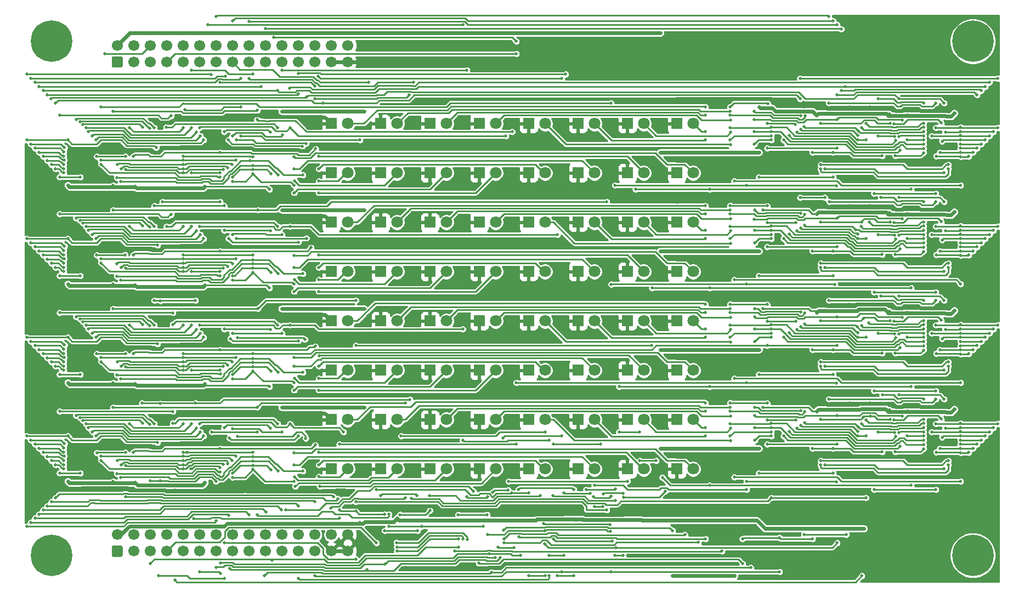
<source format=gbr>
%TF.GenerationSoftware,KiCad,Pcbnew,(5.1.9)-1*%
%TF.CreationDate,2021-05-31T11:41:51+02:00*%
%TF.ProjectId,periph_8x8leds,70657269-7068-45f3-9878-386c6564732e,v1_0*%
%TF.SameCoordinates,Original*%
%TF.FileFunction,Copper,L2,Bot*%
%TF.FilePolarity,Positive*%
%FSLAX46Y46*%
G04 Gerber Fmt 4.6, Leading zero omitted, Abs format (unit mm)*
G04 Created by KiCad (PCBNEW (5.1.9)-1) date 2021-05-31 11:41:51*
%MOMM*%
%LPD*%
G01*
G04 APERTURE LIST*
%TA.AperFunction,ComponentPad*%
%ADD10C,1.800000*%
%TD*%
%TA.AperFunction,ComponentPad*%
%ADD11R,1.800000X1.800000*%
%TD*%
%TA.AperFunction,ComponentPad*%
%ADD12C,1.700000*%
%TD*%
%TA.AperFunction,ComponentPad*%
%ADD13C,0.800000*%
%TD*%
%TA.AperFunction,ComponentPad*%
%ADD14C,6.400000*%
%TD*%
%TA.AperFunction,ViaPad*%
%ADD15C,0.470000*%
%TD*%
%TA.AperFunction,ViaPad*%
%ADD16C,0.800000*%
%TD*%
%TA.AperFunction,Conductor*%
%ADD17C,0.600000*%
%TD*%
%TA.AperFunction,Conductor*%
%ADD18C,0.250000*%
%TD*%
%TA.AperFunction,Conductor*%
%ADD19C,0.254000*%
%TD*%
%TA.AperFunction,Conductor*%
%ADD20C,0.100000*%
%TD*%
G04 APERTURE END LIST*
D10*
%TO.P,D27,2*%
%TO.N,Net-(D27-Pad2)*%
X501015000Y-25400000D03*
D11*
%TO.P,D27,1*%
%TO.N,GND*%
X498475000Y-25400000D03*
%TD*%
D10*
%TO.P,D78,2*%
%TO.N,Net-(D78-Pad2)*%
X485775000Y-63500000D03*
D11*
%TO.P,D78,1*%
%TO.N,GND*%
X483235000Y-63500000D03*
%TD*%
D12*
%TO.P,J2,30*%
%TO.N,GND*%
X455295000Y-73660000D03*
%TO.P,J2,28*%
%TO.N,/DB7*%
X452755000Y-73660000D03*
%TO.P,J2,26*%
%TO.N,/DB6*%
X450215000Y-73660000D03*
%TO.P,J2,24*%
%TO.N,/DB5*%
X447675000Y-73660000D03*
%TO.P,J2,22*%
%TO.N,/DB4*%
X445135000Y-73660000D03*
%TO.P,J2,20*%
%TO.N,/DB3*%
X442595000Y-73660000D03*
%TO.P,J2,18*%
%TO.N,/DB2*%
X440055000Y-73660000D03*
%TO.P,J2,16*%
%TO.N,/DB1*%
X437515000Y-73660000D03*
%TO.P,J2,14*%
%TO.N,/DB0*%
X434975000Y-73660000D03*
%TO.P,J2,12*%
%TO.N,/CLK*%
X432435000Y-73660000D03*
%TO.P,J2,10*%
%TO.N,/DB_OUT*%
X429895000Y-73660000D03*
%TO.P,J2,8*%
%TO.N,/Int_Assert*%
X427355000Y-73660000D03*
%TO.P,J2,6*%
%TO.N,/Int_Active*%
X424815000Y-73660000D03*
%TO.P,J2,4*%
%TO.N,/Int_EN*%
X422275000Y-73660000D03*
%TO.P,J2,2*%
%TO.N,+5V*%
X419735000Y-73660000D03*
%TO.P,J2,29*%
%TO.N,GND*%
X455295000Y-76200000D03*
%TO.P,J2,27*%
X452755000Y-76200000D03*
%TO.P,J2,25*%
%TO.N,/Periph_R*%
X450215000Y-76200000D03*
%TO.P,J2,23*%
%TO.N,/Periph_W*%
X447675000Y-76200000D03*
%TO.P,J2,21*%
%TO.N,/Periph_Sync_D_A*%
X445135000Y-76200000D03*
%TO.P,J2,19*%
%TO.N,/~RESET*%
X442595000Y-76200000D03*
%TO.P,J2,17*%
%TO.N,/PeriphA7*%
X440055000Y-76200000D03*
%TO.P,J2,15*%
%TO.N,/PeriphA6*%
X437515000Y-76200000D03*
%TO.P,J2,13*%
%TO.N,/PeriphA5*%
X434975000Y-76200000D03*
%TO.P,J2,11*%
%TO.N,/PeriphA4*%
X432435000Y-76200000D03*
%TO.P,J2,9*%
%TO.N,/PeriphA3*%
X429895000Y-76200000D03*
%TO.P,J2,7*%
%TO.N,/PeriphA2*%
X427355000Y-76200000D03*
%TO.P,J2,5*%
%TO.N,/PeriphA1*%
X424815000Y-76200000D03*
%TO.P,J2,3*%
%TO.N,/PeriphA0*%
X422275000Y-76200000D03*
%TO.P,J2,1*%
%TO.N,+5V*%
%TA.AperFunction,ComponentPad*%
G36*
G01*
X420335000Y-77050000D02*
X419135000Y-77050000D01*
G75*
G02*
X418885000Y-76800000I0J250000D01*
G01*
X418885000Y-75600000D01*
G75*
G02*
X419135000Y-75350000I250000J0D01*
G01*
X420335000Y-75350000D01*
G75*
G02*
X420585000Y-75600000I0J-250000D01*
G01*
X420585000Y-76800000D01*
G75*
G02*
X420335000Y-77050000I-250000J0D01*
G01*
G37*
%TD.AperFunction*%
%TD*%
%TO.P,J1,30*%
%TO.N,GND*%
X455295000Y1905000D03*
%TO.P,J1,28*%
%TO.N,/DB7*%
X452755000Y1905000D03*
%TO.P,J1,26*%
%TO.N,/DB6*%
X450215000Y1905000D03*
%TO.P,J1,24*%
%TO.N,/DB5*%
X447675000Y1905000D03*
%TO.P,J1,22*%
%TO.N,/DB4*%
X445135000Y1905000D03*
%TO.P,J1,20*%
%TO.N,/DB3*%
X442595000Y1905000D03*
%TO.P,J1,18*%
%TO.N,/DB2*%
X440055000Y1905000D03*
%TO.P,J1,16*%
%TO.N,/DB1*%
X437515000Y1905000D03*
%TO.P,J1,14*%
%TO.N,/DB0*%
X434975000Y1905000D03*
%TO.P,J1,12*%
%TO.N,/CLK*%
X432435000Y1905000D03*
%TO.P,J1,10*%
%TO.N,/DB_OUT*%
X429895000Y1905000D03*
%TO.P,J1,8*%
%TO.N,/Int_Assert*%
X427355000Y1905000D03*
%TO.P,J1,6*%
%TO.N,/Int_Active*%
X424815000Y1905000D03*
%TO.P,J1,4*%
%TO.N,/Int_EN*%
X422275000Y1905000D03*
%TO.P,J1,2*%
%TO.N,+5V*%
X419735000Y1905000D03*
%TO.P,J1,29*%
%TO.N,GND*%
X455295000Y-635000D03*
%TO.P,J1,27*%
X452755000Y-635000D03*
%TO.P,J1,25*%
%TO.N,/Periph_R*%
X450215000Y-635000D03*
%TO.P,J1,23*%
%TO.N,/Periph_W*%
X447675000Y-635000D03*
%TO.P,J1,21*%
%TO.N,/Periph_Sync_D_A*%
X445135000Y-635000D03*
%TO.P,J1,19*%
%TO.N,/~RESET*%
X442595000Y-635000D03*
%TO.P,J1,17*%
%TO.N,/PeriphA7*%
X440055000Y-635000D03*
%TO.P,J1,15*%
%TO.N,/PeriphA6*%
X437515000Y-635000D03*
%TO.P,J1,13*%
%TO.N,/PeriphA5*%
X434975000Y-635000D03*
%TO.P,J1,11*%
%TO.N,/PeriphA4*%
X432435000Y-635000D03*
%TO.P,J1,9*%
%TO.N,/PeriphA3*%
X429895000Y-635000D03*
%TO.P,J1,7*%
%TO.N,/PeriphA2*%
X427355000Y-635000D03*
%TO.P,J1,5*%
%TO.N,/PeriphA1*%
X424815000Y-635000D03*
%TO.P,J1,3*%
%TO.N,/PeriphA0*%
X422275000Y-635000D03*
%TO.P,J1,1*%
%TO.N,+5V*%
%TA.AperFunction,ComponentPad*%
G36*
G01*
X420335000Y-1485000D02*
X419135000Y-1485000D01*
G75*
G02*
X418885000Y-1235000I0J250000D01*
G01*
X418885000Y-35000D01*
G75*
G02*
X419135000Y215000I250000J0D01*
G01*
X420335000Y215000D01*
G75*
G02*
X420585000Y-35000I0J-250000D01*
G01*
X420585000Y-1235000D01*
G75*
G02*
X420335000Y-1485000I-250000J0D01*
G01*
G37*
%TD.AperFunction*%
%TD*%
D13*
%TO.P,H4,1*%
%TO.N,N/C*%
X411272056Y-75137944D03*
X409575000Y-74435000D03*
X407877944Y-75137944D03*
X407175000Y-76835000D03*
X407877944Y-78532056D03*
X409575000Y-79235000D03*
X411272056Y-78532056D03*
X411975000Y-76835000D03*
D14*
X409575000Y-76835000D03*
%TD*%
D13*
%TO.P,H3,1*%
%TO.N,N/C*%
X553512056Y-75137944D03*
X551815000Y-74435000D03*
X550117944Y-75137944D03*
X549415000Y-76835000D03*
X550117944Y-78532056D03*
X551815000Y-79235000D03*
X553512056Y-78532056D03*
X554215000Y-76835000D03*
D14*
X551815000Y-76835000D03*
%TD*%
D13*
%TO.P,H2,1*%
%TO.N,N/C*%
X411272056Y4237056D03*
X409575000Y4940000D03*
X407877944Y4237056D03*
X407175000Y2540000D03*
X407877944Y842944D03*
X409575000Y140000D03*
X411272056Y842944D03*
X411975000Y2540000D03*
D14*
X409575000Y2540000D03*
%TD*%
D13*
%TO.P,H1,1*%
%TO.N,N/C*%
X553512056Y4237056D03*
X551815000Y4940000D03*
X550117944Y4237056D03*
X549415000Y2540000D03*
X550117944Y842944D03*
X551815000Y140000D03*
X553512056Y842944D03*
X554215000Y2540000D03*
D14*
X551815000Y2540000D03*
%TD*%
D10*
%TO.P,D80,2*%
%TO.N,Net-(D80-Pad2)*%
X455295000Y-63500000D03*
D11*
%TO.P,D80,1*%
%TO.N,GND*%
X452755000Y-63500000D03*
%TD*%
D10*
%TO.P,D79,2*%
%TO.N,Net-(D79-Pad2)*%
X470535000Y-63500000D03*
D11*
%TO.P,D79,1*%
%TO.N,GND*%
X467995000Y-63500000D03*
%TD*%
D10*
%TO.P,D77,2*%
%TO.N,Net-(D77-Pad2)*%
X501015000Y-63500000D03*
D11*
%TO.P,D77,1*%
%TO.N,GND*%
X498475000Y-63500000D03*
%TD*%
D10*
%TO.P,D76,2*%
%TO.N,Net-(D76-Pad2)*%
X462915000Y-63500000D03*
D11*
%TO.P,D76,1*%
%TO.N,GND*%
X460375000Y-63500000D03*
%TD*%
D10*
%TO.P,D75,2*%
%TO.N,Net-(D75-Pad2)*%
X478155000Y-63500000D03*
D11*
%TO.P,D75,1*%
%TO.N,GND*%
X475615000Y-63500000D03*
%TD*%
D10*
%TO.P,D74,2*%
%TO.N,Net-(D74-Pad2)*%
X493395000Y-63500000D03*
D11*
%TO.P,D74,1*%
%TO.N,GND*%
X490855000Y-63500000D03*
%TD*%
D10*
%TO.P,D73,2*%
%TO.N,Net-(D73-Pad2)*%
X508635000Y-63500000D03*
D11*
%TO.P,D73,1*%
%TO.N,GND*%
X506095000Y-63500000D03*
%TD*%
D10*
%TO.P,D70,2*%
%TO.N,Net-(D70-Pad2)*%
X455295000Y-55880000D03*
D11*
%TO.P,D70,1*%
%TO.N,GND*%
X452755000Y-55880000D03*
%TD*%
D10*
%TO.P,D69,2*%
%TO.N,Net-(D69-Pad2)*%
X470535000Y-55880000D03*
D11*
%TO.P,D69,1*%
%TO.N,GND*%
X467995000Y-55880000D03*
%TD*%
D10*
%TO.P,D68,2*%
%TO.N,Net-(D68-Pad2)*%
X485775000Y-55880000D03*
D11*
%TO.P,D68,1*%
%TO.N,GND*%
X483235000Y-55880000D03*
%TD*%
D10*
%TO.P,D67,2*%
%TO.N,Net-(D67-Pad2)*%
X501015000Y-55880000D03*
D11*
%TO.P,D67,1*%
%TO.N,GND*%
X498475000Y-55880000D03*
%TD*%
D10*
%TO.P,D66,2*%
%TO.N,Net-(D66-Pad2)*%
X462915000Y-55880000D03*
D11*
%TO.P,D66,1*%
%TO.N,GND*%
X460375000Y-55880000D03*
%TD*%
D10*
%TO.P,D65,2*%
%TO.N,Net-(D65-Pad2)*%
X478155000Y-55880000D03*
D11*
%TO.P,D65,1*%
%TO.N,GND*%
X475615000Y-55880000D03*
%TD*%
D10*
%TO.P,D64,2*%
%TO.N,Net-(D64-Pad2)*%
X493395000Y-55880000D03*
D11*
%TO.P,D64,1*%
%TO.N,GND*%
X490855000Y-55880000D03*
%TD*%
D10*
%TO.P,D63,2*%
%TO.N,Net-(D63-Pad2)*%
X508635000Y-55880000D03*
D11*
%TO.P,D63,1*%
%TO.N,GND*%
X506095000Y-55880000D03*
%TD*%
D10*
%TO.P,D60,2*%
%TO.N,Net-(D60-Pad2)*%
X455295000Y-48260000D03*
D11*
%TO.P,D60,1*%
%TO.N,GND*%
X452755000Y-48260000D03*
%TD*%
D10*
%TO.P,D59,2*%
%TO.N,Net-(D59-Pad2)*%
X470535000Y-48260000D03*
D11*
%TO.P,D59,1*%
%TO.N,GND*%
X467995000Y-48260000D03*
%TD*%
D10*
%TO.P,D58,2*%
%TO.N,Net-(D58-Pad2)*%
X485775000Y-48260000D03*
D11*
%TO.P,D58,1*%
%TO.N,GND*%
X483235000Y-48260000D03*
%TD*%
D10*
%TO.P,D57,2*%
%TO.N,Net-(D57-Pad2)*%
X501015000Y-48260000D03*
D11*
%TO.P,D57,1*%
%TO.N,GND*%
X498475000Y-48260000D03*
%TD*%
D10*
%TO.P,D56,2*%
%TO.N,Net-(D56-Pad2)*%
X462915000Y-48260000D03*
D11*
%TO.P,D56,1*%
%TO.N,GND*%
X460375000Y-48260000D03*
%TD*%
D10*
%TO.P,D55,2*%
%TO.N,Net-(D55-Pad2)*%
X478155000Y-48260000D03*
D11*
%TO.P,D55,1*%
%TO.N,GND*%
X475615000Y-48260000D03*
%TD*%
D10*
%TO.P,D54,2*%
%TO.N,Net-(D54-Pad2)*%
X493395000Y-48260000D03*
D11*
%TO.P,D54,1*%
%TO.N,GND*%
X490855000Y-48260000D03*
%TD*%
D10*
%TO.P,D53,2*%
%TO.N,Net-(D53-Pad2)*%
X508635000Y-48260000D03*
D11*
%TO.P,D53,1*%
%TO.N,GND*%
X506095000Y-48260000D03*
%TD*%
D10*
%TO.P,D50,2*%
%TO.N,Net-(D50-Pad2)*%
X455295000Y-40640000D03*
D11*
%TO.P,D50,1*%
%TO.N,GND*%
X452755000Y-40640000D03*
%TD*%
D10*
%TO.P,D49,2*%
%TO.N,Net-(D49-Pad2)*%
X470535000Y-40640000D03*
D11*
%TO.P,D49,1*%
%TO.N,GND*%
X467995000Y-40640000D03*
%TD*%
D10*
%TO.P,D48,2*%
%TO.N,Net-(D48-Pad2)*%
X485775000Y-40640000D03*
D11*
%TO.P,D48,1*%
%TO.N,GND*%
X483235000Y-40640000D03*
%TD*%
D10*
%TO.P,D47,2*%
%TO.N,Net-(D47-Pad2)*%
X501015000Y-40640000D03*
D11*
%TO.P,D47,1*%
%TO.N,GND*%
X498475000Y-40640000D03*
%TD*%
D10*
%TO.P,D46,2*%
%TO.N,Net-(D46-Pad2)*%
X462915000Y-40640000D03*
D11*
%TO.P,D46,1*%
%TO.N,GND*%
X460375000Y-40640000D03*
%TD*%
D10*
%TO.P,D45,2*%
%TO.N,Net-(D45-Pad2)*%
X478155000Y-40640000D03*
D11*
%TO.P,D45,1*%
%TO.N,GND*%
X475615000Y-40640000D03*
%TD*%
D10*
%TO.P,D44,2*%
%TO.N,Net-(D44-Pad2)*%
X493395000Y-40640000D03*
D11*
%TO.P,D44,1*%
%TO.N,GND*%
X490855000Y-40640000D03*
%TD*%
D10*
%TO.P,D43,2*%
%TO.N,Net-(D43-Pad2)*%
X508635000Y-40640000D03*
D11*
%TO.P,D43,1*%
%TO.N,GND*%
X506095000Y-40640000D03*
%TD*%
D10*
%TO.P,D40,2*%
%TO.N,Net-(D40-Pad2)*%
X455295000Y-33020000D03*
D11*
%TO.P,D40,1*%
%TO.N,GND*%
X452755000Y-33020000D03*
%TD*%
D10*
%TO.P,D39,2*%
%TO.N,Net-(D39-Pad2)*%
X470535000Y-33020000D03*
D11*
%TO.P,D39,1*%
%TO.N,GND*%
X467995000Y-33020000D03*
%TD*%
D10*
%TO.P,D38,2*%
%TO.N,Net-(D38-Pad2)*%
X485775000Y-33020000D03*
D11*
%TO.P,D38,1*%
%TO.N,GND*%
X483235000Y-33020000D03*
%TD*%
D10*
%TO.P,D37,2*%
%TO.N,Net-(D37-Pad2)*%
X501015000Y-33020000D03*
D11*
%TO.P,D37,1*%
%TO.N,GND*%
X498475000Y-33020000D03*
%TD*%
D10*
%TO.P,D36,2*%
%TO.N,Net-(D36-Pad2)*%
X462915000Y-33020000D03*
D11*
%TO.P,D36,1*%
%TO.N,GND*%
X460375000Y-33020000D03*
%TD*%
D10*
%TO.P,D35,2*%
%TO.N,Net-(D35-Pad2)*%
X478155000Y-33020000D03*
D11*
%TO.P,D35,1*%
%TO.N,GND*%
X475615000Y-33020000D03*
%TD*%
D10*
%TO.P,D34,2*%
%TO.N,Net-(D34-Pad2)*%
X493395000Y-33020000D03*
D11*
%TO.P,D34,1*%
%TO.N,GND*%
X490855000Y-33020000D03*
%TD*%
D10*
%TO.P,D33,2*%
%TO.N,Net-(D33-Pad2)*%
X508635000Y-33020000D03*
D11*
%TO.P,D33,1*%
%TO.N,GND*%
X506095000Y-33020000D03*
%TD*%
D10*
%TO.P,D30,2*%
%TO.N,Net-(D30-Pad2)*%
X455295000Y-25400000D03*
D11*
%TO.P,D30,1*%
%TO.N,GND*%
X452755000Y-25400000D03*
%TD*%
D10*
%TO.P,D29,2*%
%TO.N,Net-(D29-Pad2)*%
X470535000Y-25400000D03*
D11*
%TO.P,D29,1*%
%TO.N,GND*%
X467995000Y-25400000D03*
%TD*%
D10*
%TO.P,D28,2*%
%TO.N,Net-(D28-Pad2)*%
X485775000Y-25400000D03*
D11*
%TO.P,D28,1*%
%TO.N,GND*%
X483235000Y-25400000D03*
%TD*%
D10*
%TO.P,D26,2*%
%TO.N,Net-(D26-Pad2)*%
X462915000Y-25400000D03*
D11*
%TO.P,D26,1*%
%TO.N,GND*%
X460375000Y-25400000D03*
%TD*%
D10*
%TO.P,D25,2*%
%TO.N,Net-(D25-Pad2)*%
X478155000Y-25400000D03*
D11*
%TO.P,D25,1*%
%TO.N,GND*%
X475615000Y-25400000D03*
%TD*%
D10*
%TO.P,D24,2*%
%TO.N,Net-(D24-Pad2)*%
X493395000Y-25400000D03*
D11*
%TO.P,D24,1*%
%TO.N,GND*%
X490855000Y-25400000D03*
%TD*%
D10*
%TO.P,D23,2*%
%TO.N,Net-(D23-Pad2)*%
X508635000Y-25400000D03*
D11*
%TO.P,D23,1*%
%TO.N,GND*%
X506095000Y-25400000D03*
%TD*%
D10*
%TO.P,D20,2*%
%TO.N,Net-(D20-Pad2)*%
X455295000Y-17780000D03*
D11*
%TO.P,D20,1*%
%TO.N,GND*%
X452755000Y-17780000D03*
%TD*%
D10*
%TO.P,D19,2*%
%TO.N,Net-(D19-Pad2)*%
X470535000Y-17780000D03*
D11*
%TO.P,D19,1*%
%TO.N,GND*%
X467995000Y-17780000D03*
%TD*%
D10*
%TO.P,D18,2*%
%TO.N,Net-(D18-Pad2)*%
X485775000Y-17780000D03*
D11*
%TO.P,D18,1*%
%TO.N,GND*%
X483235000Y-17780000D03*
%TD*%
D10*
%TO.P,D17,2*%
%TO.N,Net-(D17-Pad2)*%
X501015000Y-17780000D03*
D11*
%TO.P,D17,1*%
%TO.N,GND*%
X498475000Y-17780000D03*
%TD*%
D10*
%TO.P,D16,2*%
%TO.N,Net-(D16-Pad2)*%
X462915000Y-17780000D03*
D11*
%TO.P,D16,1*%
%TO.N,GND*%
X460375000Y-17780000D03*
%TD*%
D10*
%TO.P,D15,2*%
%TO.N,Net-(D15-Pad2)*%
X478155000Y-17780000D03*
D11*
%TO.P,D15,1*%
%TO.N,GND*%
X475615000Y-17780000D03*
%TD*%
D10*
%TO.P,D14,2*%
%TO.N,Net-(D14-Pad2)*%
X493395000Y-17780000D03*
D11*
%TO.P,D14,1*%
%TO.N,GND*%
X490855000Y-17780000D03*
%TD*%
D10*
%TO.P,D13,2*%
%TO.N,Net-(D13-Pad2)*%
X508635000Y-17780000D03*
D11*
%TO.P,D13,1*%
%TO.N,GND*%
X506095000Y-17780000D03*
%TD*%
D10*
%TO.P,D10,2*%
%TO.N,Net-(D10-Pad2)*%
X455295000Y-10160000D03*
D11*
%TO.P,D10,1*%
%TO.N,GND*%
X452755000Y-10160000D03*
%TD*%
D10*
%TO.P,D9,2*%
%TO.N,Net-(D9-Pad2)*%
X470535000Y-10160000D03*
D11*
%TO.P,D9,1*%
%TO.N,GND*%
X467995000Y-10160000D03*
%TD*%
D10*
%TO.P,D8,2*%
%TO.N,Net-(D8-Pad2)*%
X485775000Y-10160000D03*
D11*
%TO.P,D8,1*%
%TO.N,GND*%
X483235000Y-10160000D03*
%TD*%
D10*
%TO.P,D7,2*%
%TO.N,Net-(D7-Pad2)*%
X501015000Y-10160000D03*
D11*
%TO.P,D7,1*%
%TO.N,GND*%
X498475000Y-10160000D03*
%TD*%
D10*
%TO.P,D6,2*%
%TO.N,Net-(D6-Pad2)*%
X462915000Y-10160000D03*
D11*
%TO.P,D6,1*%
%TO.N,GND*%
X460375000Y-10160000D03*
%TD*%
D10*
%TO.P,D5,2*%
%TO.N,Net-(D5-Pad2)*%
X478155000Y-10160000D03*
D11*
%TO.P,D5,1*%
%TO.N,GND*%
X475615000Y-10160000D03*
%TD*%
D10*
%TO.P,D4,2*%
%TO.N,Net-(D4-Pad2)*%
X493395000Y-10160000D03*
D11*
%TO.P,D4,1*%
%TO.N,GND*%
X490855000Y-10160000D03*
%TD*%
D10*
%TO.P,D3,2*%
%TO.N,Net-(D3-Pad2)*%
X508635000Y-10160000D03*
D11*
%TO.P,D3,1*%
%TO.N,GND*%
X506095000Y-10160000D03*
%TD*%
D15*
%TO.N,+5V*%
X412115000Y-34925000D03*
X419100000Y-34925000D03*
X433261250Y-35116250D03*
X450215000Y-23495000D03*
X445135000Y-23495000D03*
X412115000Y-50165000D03*
X422466250Y-50356250D03*
X419100000Y-50165000D03*
X433261250Y-50356250D03*
X450215000Y-38735000D03*
X445135000Y-38735000D03*
X412115000Y-65405000D03*
X422466250Y-65596250D03*
X419100000Y-65405000D03*
X433261250Y-65596250D03*
X450215000Y-53975000D03*
X445135000Y-53975000D03*
X433261250Y-19876250D03*
X422466250Y-19876250D03*
X412115000Y-19685000D03*
X419100000Y-19685000D03*
X538923750Y-8698750D03*
X541655000Y-8890000D03*
X548962500Y-8545000D03*
X527685000Y-8890000D03*
X513715000Y-14605000D03*
X518795000Y-14605000D03*
X538923750Y-23938750D03*
X541655000Y-24130000D03*
X548962500Y-23785000D03*
X527685000Y-24130000D03*
X513715000Y-29845000D03*
X518795000Y-29845000D03*
X538923750Y-39178750D03*
X541655000Y-39370000D03*
X548962500Y-39025000D03*
X527685000Y-39370000D03*
X513715000Y-45085000D03*
X518795000Y-45085000D03*
X538923750Y-54418750D03*
X541655000Y-54610000D03*
X548962500Y-54265000D03*
X527685000Y-54610000D03*
X513715000Y-60325000D03*
X518795000Y-60325000D03*
X422466250Y-35116250D03*
X505460000Y-80010000D03*
X507365000Y-80010000D03*
X509270000Y-80010000D03*
X511175000Y-80010000D03*
X513080000Y-80010000D03*
X470222500Y-71432500D03*
X480382500Y-71442500D03*
X490542500Y-71432500D03*
X500702500Y-71442500D03*
X462915000Y-71120000D03*
X503555000Y-60325000D03*
X503555000Y-45085000D03*
X503555000Y-29845000D03*
X503555000Y-14605000D03*
X518795000Y-7620000D03*
X503555000Y3810000D03*
X457835000Y-23495000D03*
X445135000Y-8255000D03*
X450215000Y-8255000D03*
X457835000Y-8255000D03*
X457835000Y-38735000D03*
X457835000Y-53975000D03*
X457835000Y-71755000D03*
X519745000Y-72705000D03*
X524825000Y-72705000D03*
X529905000Y-72710000D03*
X534985000Y-72705000D03*
X514985000Y-80010000D03*
X515297500Y-71442500D03*
X531810000Y-72705000D03*
X519430000Y-23495000D03*
X519430000Y-38735000D03*
X519430000Y-53975000D03*
X457915001Y3890001D03*
X457119999Y3890001D03*
X458550001Y3890001D03*
X457200000Y-71755000D03*
X458594989Y-71630011D03*
X443230000Y-20320000D03*
X443230000Y-35560000D03*
X443230000Y-50800000D03*
%TO.N,GND*%
X440055000Y-29210000D03*
X429260000Y-29210000D03*
X419735000Y-28575000D03*
X414020000Y-36195000D03*
X428625000Y-36195000D03*
X435610000Y-36195000D03*
X439420000Y-36195000D03*
X424815000Y-24765000D03*
X436245000Y-24765000D03*
X447990001Y-24449999D03*
X442917218Y-24344315D03*
X440055000Y-44450000D03*
X429260000Y-44450000D03*
X419735000Y-43815000D03*
X414020000Y-51435000D03*
X424815000Y-51435000D03*
X428625000Y-51435000D03*
X439420000Y-51435000D03*
X424815000Y-40005000D03*
X436245000Y-40005000D03*
X447990001Y-39689999D03*
X442917218Y-39584315D03*
X440055000Y-59690000D03*
X429260000Y-59690000D03*
X419735000Y-59055000D03*
X414020000Y-66675000D03*
X439420000Y-66675000D03*
X424815000Y-55245000D03*
X436245000Y-55245000D03*
X447990001Y-54929999D03*
X442917218Y-54824315D03*
X424815000Y-20955000D03*
X435610000Y-20955000D03*
X440055000Y-13970000D03*
X429260000Y-13970000D03*
X419735000Y-13335000D03*
X414020000Y-20955000D03*
X424815000Y-9525000D03*
X439420000Y-20955000D03*
X436245000Y-9525000D03*
X428625000Y-20955000D03*
X442910001Y-9205001D03*
X447990001Y-9205001D03*
X532765000Y-7620000D03*
X535940000Y-7620000D03*
X532765000Y-15875000D03*
X521970000Y-15875000D03*
X542925000Y-16510000D03*
X537210000Y-15875000D03*
X511175000Y-15875000D03*
X516255000Y-15875000D03*
X526415000Y-15875000D03*
X548005000Y-8255000D03*
X532765000Y-22860000D03*
X535940000Y-22860000D03*
X532765000Y-31115000D03*
X521970000Y-31115000D03*
X542925000Y-31750000D03*
X537210000Y-31115000D03*
X511175000Y-31115000D03*
X516255000Y-31115000D03*
X526415000Y-31115000D03*
X548005000Y-23495000D03*
X521970000Y-38100000D03*
X525780000Y-38100000D03*
X532765000Y-38100000D03*
X535940000Y-38100000D03*
X532765000Y-46355000D03*
X521970000Y-46355000D03*
X542925000Y-46990000D03*
X537210000Y-46355000D03*
X511175000Y-46355000D03*
X516255000Y-46355000D03*
X526415000Y-46355000D03*
X548005000Y-38735000D03*
X521970000Y-53340000D03*
X525780000Y-53340000D03*
X532765000Y-53340000D03*
X535940000Y-53340000D03*
X532765000Y-61595000D03*
X521970000Y-61595000D03*
X542925000Y-62230000D03*
X537210000Y-61595000D03*
X511175000Y-61595000D03*
X516255000Y-61595000D03*
X526415000Y-61595000D03*
X548005000Y-53975000D03*
D16*
X459740000Y-635000D03*
X467995000Y-635000D03*
X475615000Y-635000D03*
X483235000Y-635000D03*
X490855000Y-635000D03*
X498475000Y-635000D03*
X506095000Y-635000D03*
D15*
X424815000Y-36195000D03*
X452755000Y-36830000D03*
X452755000Y-28575000D03*
X452755000Y-21590000D03*
X452755000Y-13335000D03*
X452755000Y-43815000D03*
X452755000Y-52070000D03*
X452755000Y-59055000D03*
X455295000Y-67310000D03*
X468630000Y-69215000D03*
X499110000Y-69215000D03*
X506095000Y-69850000D03*
X517525000Y-69850000D03*
X522605000Y-69850000D03*
X527050000Y-69850000D03*
X532765000Y-69850000D03*
X455295000Y-69215000D03*
X485140000Y-78105000D03*
X495300000Y-78105000D03*
X525780000Y-7539990D03*
X521335000Y-6985000D03*
X506095000Y-15875000D03*
X506095000Y-31115000D03*
X506095000Y-22225000D03*
X506095000Y-46355000D03*
X506095000Y-61595000D03*
X506095000Y-52070000D03*
X506095000Y-36830000D03*
X521970000Y-22860000D03*
X525780000Y-22860000D03*
X506095000Y-6350000D03*
X428625000Y-66725021D03*
X424847855Y-66835012D03*
X474974955Y-78745045D03*
X470540045Y-78745045D03*
X489080032Y-69215000D03*
X435815895Y-66340694D03*
X478789999Y-69550021D03*
X464185000Y-78740000D03*
X435545655Y-51499345D03*
%TO.N,Net-(D3-Pad2)*%
X510540000Y-11430000D03*
%TO.N,Net-(D4-Pad2)*%
X510540000Y-12700000D03*
%TO.N,Net-(D5-Pad2)*%
X514428487Y-9603487D03*
%TO.N,Net-(D6-Pad2)*%
X514350000Y-8219987D03*
%TO.N,Net-(D7-Pad2)*%
X514428487Y-11508487D03*
%TO.N,Net-(D8-Pad2)*%
X514428487Y-13413487D03*
%TO.N,Net-(D9-Pad2)*%
X510540000Y-8890000D03*
%TO.N,Net-(D10-Pad2)*%
X510540000Y-7620000D03*
%TO.N,Net-(D13-Pad2)*%
X447042694Y-15310054D03*
%TO.N,Net-(D14-Pad2)*%
X447040000Y-17145000D03*
%TO.N,Net-(D15-Pad2)*%
X450850000Y-20874990D03*
%TO.N,Net-(D16-Pad2)*%
X447104345Y-18985655D03*
%TO.N,Net-(D17-Pad2)*%
X450850000Y-15240000D03*
%TO.N,Net-(D18-Pad2)*%
X450850000Y-17145000D03*
%TO.N,Net-(D19-Pad2)*%
X447040000Y-20874990D03*
%TO.N,Net-(D20-Pad2)*%
X450850000Y-19050000D03*
%TO.N,Net-(D23-Pad2)*%
X510540000Y-26670000D03*
%TO.N,Net-(D24-Pad2)*%
X510540000Y-27940000D03*
%TO.N,Net-(D25-Pad2)*%
X514428487Y-24843487D03*
%TO.N,Net-(D26-Pad2)*%
X514350000Y-23459987D03*
%TO.N,Net-(D27-Pad2)*%
X514428487Y-26748487D03*
%TO.N,Net-(D28-Pad2)*%
X514428487Y-28653487D03*
%TO.N,Net-(D29-Pad2)*%
X510540000Y-24130000D03*
%TO.N,Net-(D30-Pad2)*%
X510540000Y-22860000D03*
%TO.N,Net-(D33-Pad2)*%
X447040000Y-30495013D03*
%TO.N,Net-(D34-Pad2)*%
X447040000Y-32385000D03*
%TO.N,Net-(D35-Pad2)*%
X450850000Y-36114990D03*
%TO.N,Net-(D36-Pad2)*%
X447104345Y-34225655D03*
%TO.N,Net-(D37-Pad2)*%
X450850000Y-30480000D03*
%TO.N,Net-(D38-Pad2)*%
X450850000Y-32385000D03*
%TO.N,Net-(D39-Pad2)*%
X447040000Y-36114990D03*
%TO.N,Net-(D40-Pad2)*%
X450850000Y-34290000D03*
%TO.N,Net-(D43-Pad2)*%
X510540000Y-41910000D03*
%TO.N,Net-(D44-Pad2)*%
X510540000Y-43180000D03*
%TO.N,Net-(D45-Pad2)*%
X514428487Y-40083487D03*
%TO.N,Net-(D46-Pad2)*%
X514350000Y-38699987D03*
%TO.N,Net-(D47-Pad2)*%
X514428487Y-41988487D03*
%TO.N,Net-(D48-Pad2)*%
X514428487Y-43893487D03*
%TO.N,Net-(D49-Pad2)*%
X510540000Y-39370000D03*
%TO.N,Net-(D50-Pad2)*%
X510540000Y-38100000D03*
%TO.N,Net-(D53-Pad2)*%
X447040000Y-46260010D03*
%TO.N,Net-(D54-Pad2)*%
X447040000Y-47625000D03*
%TO.N,Net-(D55-Pad2)*%
X450850000Y-51354990D03*
%TO.N,Net-(D56-Pad2)*%
X447104345Y-49465655D03*
%TO.N,Net-(D57-Pad2)*%
X450891034Y-46055021D03*
%TO.N,Net-(D58-Pad2)*%
X450850000Y-47625000D03*
%TO.N,Net-(D59-Pad2)*%
X447040000Y-51354990D03*
%TO.N,Net-(D60-Pad2)*%
X450850000Y-49530000D03*
%TO.N,Net-(D63-Pad2)*%
X510540000Y-57150000D03*
%TO.N,Net-(D64-Pad2)*%
X510540000Y-58420000D03*
%TO.N,Net-(D65-Pad2)*%
X514428487Y-55323487D03*
%TO.N,Net-(D66-Pad2)*%
X514350000Y-53939987D03*
%TO.N,Net-(D67-Pad2)*%
X514428487Y-57228487D03*
%TO.N,Net-(D68-Pad2)*%
X514428487Y-59133487D03*
%TO.N,Net-(D69-Pad2)*%
X510540000Y-54610000D03*
%TO.N,Net-(D70-Pad2)*%
X510540000Y-53340000D03*
%TO.N,Net-(D73-Pad2)*%
X447040000Y-60975013D03*
%TO.N,Net-(D74-Pad2)*%
X447040000Y-62865000D03*
%TO.N,Net-(D75-Pad2)*%
X451035442Y-66194968D03*
%TO.N,Net-(D76-Pad2)*%
X447104345Y-64705655D03*
%TO.N,Net-(D77-Pad2)*%
X450850000Y-60960000D03*
%TO.N,Net-(D78-Pad2)*%
X450850000Y-62865000D03*
%TO.N,Net-(D79-Pad2)*%
X447225442Y-66194968D03*
%TO.N,Net-(D80-Pad2)*%
X450850000Y-64684945D03*
%TO.N,/DB7*%
X411480000Y-33020000D03*
X410210000Y-32385000D03*
X433070000Y-27940000D03*
X416495655Y-27875655D03*
X433070000Y-43180000D03*
X416495655Y-43115655D03*
X433070000Y-58420000D03*
X416495655Y-58355655D03*
X416495655Y-12635655D03*
X433070000Y-12700000D03*
X536575000Y-20955000D03*
X546100000Y-20955000D03*
X546100000Y-10795000D03*
X546100000Y-26035000D03*
X546100000Y-41275000D03*
X546100000Y-56515000D03*
X411480000Y-17780000D03*
X410210000Y-17145000D03*
X410210000Y-47625000D03*
X411480000Y-48260000D03*
X411480000Y-63500000D03*
X410210000Y-62865000D03*
X410210000Y-67945000D03*
X410210000Y-6985000D03*
X451485000Y-6985000D03*
X555625000Y-10795000D03*
X549910000Y-10719935D03*
X549910000Y-56439935D03*
X555625000Y-56515000D03*
X549910000Y-41214948D03*
X555625000Y-41275000D03*
X555625000Y-26035000D03*
X525145000Y-6350000D03*
X525145000Y-3175000D03*
X555625000Y-3175000D03*
X536575000Y-66675000D03*
X546100000Y-66675000D03*
X536575000Y-51435000D03*
X546100000Y-51435000D03*
X536575000Y-36195000D03*
X546100000Y-36195000D03*
X549910000Y-25959935D03*
X453143525Y-67814969D03*
%TO.N,/DB6*%
X409575000Y-31750000D03*
X411480000Y-32369987D03*
X432565032Y-27305000D03*
X415910170Y-27289637D03*
X432565032Y-42545000D03*
X415910170Y-42529637D03*
X432565032Y-57785000D03*
X415910170Y-57769637D03*
X415910170Y-12049637D03*
X432565032Y-12065000D03*
X537210000Y-12065000D03*
X539750000Y-12146861D03*
X547370000Y-6985000D03*
X547571078Y-11433678D03*
X537210000Y-27305000D03*
X539750000Y-27386861D03*
X547370000Y-22225000D03*
X547571078Y-26673678D03*
X537210000Y-42545000D03*
X539750000Y-42626861D03*
X547370000Y-37465000D03*
X547571078Y-41913678D03*
X537210000Y-57785000D03*
X539750000Y-57866861D03*
X547370000Y-52705000D03*
X547571078Y-57153678D03*
X409575000Y-16510000D03*
X411480000Y-17129987D03*
X411480000Y-47609987D03*
X409575000Y-46990000D03*
X411480000Y-62849987D03*
X409575000Y-62230000D03*
X409575000Y-68580000D03*
X450215000Y-68580000D03*
X409559987Y-6350000D03*
X554990000Y-11430000D03*
X549910000Y-11369948D03*
X554990000Y-26670000D03*
X554990000Y-41910000D03*
X554990000Y-57150000D03*
X549910000Y-57089948D03*
X549910000Y-41864961D03*
X540385000Y-6350000D03*
X540385000Y-21590000D03*
X540385000Y-36830000D03*
X540385000Y-52070000D03*
X549910000Y-26609948D03*
X449005780Y-6014979D03*
%TO.N,/DB5*%
X411480000Y-31719974D03*
X408940000Y-31115000D03*
X415300051Y-26670000D03*
X431941303Y-26709485D03*
X415300051Y-41910000D03*
X431941303Y-41949485D03*
X415300051Y-57150000D03*
X431941303Y-57189485D03*
X415300051Y-11430000D03*
X545465000Y-12065000D03*
X544195000Y-6985000D03*
X545465000Y-27305000D03*
X544195000Y-22225000D03*
X545465000Y-42545000D03*
X544195000Y-37465000D03*
X545465000Y-57785000D03*
X544195000Y-52705000D03*
X408940000Y-15875000D03*
X411480000Y-16479974D03*
X408940000Y-46355000D03*
X411480000Y-46959974D03*
X411480000Y-62199974D03*
X408940000Y-61595000D03*
X408940000Y-69215000D03*
X447675000Y-69215000D03*
X408940000Y-5715000D03*
X554355000Y-12065000D03*
X549910000Y-12019961D03*
X554355000Y-27305000D03*
X554355000Y-42545000D03*
X554355000Y-57785000D03*
X549910000Y-57739961D03*
X549910000Y-42514974D03*
X537210000Y-6350000D03*
X537637048Y-21590000D03*
X554355000Y-3810000D03*
X537637048Y-36830000D03*
X537845000Y-52070000D03*
X549910000Y-27259961D03*
X431946788Y-11463263D03*
X447736236Y-5584968D03*
X446312341Y-4724947D03*
%TO.N,/DB4*%
X408305000Y-30480000D03*
X411512200Y-31045382D03*
X431165000Y-26035000D03*
X414909442Y-26038272D03*
X431165000Y-41275000D03*
X414909442Y-41278272D03*
X431165000Y-56515000D03*
X414909442Y-56518272D03*
X431165000Y-10795000D03*
X414909442Y-10798272D03*
X539668138Y-10206828D03*
X547070020Y-12876073D03*
X546918505Y-10050611D03*
X539668138Y-25446828D03*
X547070020Y-28116073D03*
X546918505Y-25290611D03*
X539668138Y-40686828D03*
X547070020Y-43356073D03*
X546918505Y-40530611D03*
X539668138Y-55926828D03*
X547070020Y-58596073D03*
X546918505Y-55770611D03*
X408305000Y-15240000D03*
X411512200Y-15805382D03*
X408305000Y-45720000D03*
X411512200Y-46285382D03*
X411512200Y-61525382D03*
X408305000Y-60960000D03*
X408305000Y-69850000D03*
X408305000Y-5080000D03*
X444500000Y-5080000D03*
X553720000Y-12700000D03*
X549910000Y-12669974D03*
X553720000Y-27940000D03*
X553720000Y-43180000D03*
X553720000Y-58420000D03*
X549910000Y-58389974D03*
X549910000Y-43164987D03*
X553720000Y-4445000D03*
X532130000Y-4445000D03*
X445119987Y-69850000D03*
X549910000Y-27909974D03*
%TO.N,/DB3*%
X407670000Y-29845000D03*
X411478779Y-30396230D03*
X414469855Y-25559441D03*
X423663210Y-25916790D03*
X414469855Y-40799441D03*
X423663210Y-41156790D03*
X414469855Y-56039441D03*
X423663210Y-56396790D03*
X414469855Y-10319441D03*
X423663210Y-10676790D03*
X548005000Y-17160013D03*
X528305170Y-17160363D03*
X548005000Y-32400013D03*
X528305170Y-32400363D03*
X548005000Y-47640013D03*
X528305170Y-47640363D03*
X548005000Y-62880013D03*
X528305170Y-62880363D03*
X407670000Y-14605000D03*
X411478779Y-15156230D03*
X411478779Y-45636230D03*
X407670000Y-45085000D03*
X407670000Y-60325000D03*
X411478779Y-60876230D03*
X407670000Y-70485000D03*
X407670000Y-4445000D03*
X441960000Y-4445000D03*
X553085000Y-13335000D03*
X549910000Y-13319987D03*
X553085000Y-28575000D03*
X553085000Y-43815000D03*
X553085000Y-59055000D03*
X549910000Y-59039987D03*
X549910000Y-43815000D03*
X531495000Y-5080000D03*
X553085000Y-5080000D03*
X531495000Y4445000D03*
X442744978Y-70179969D03*
X549910000Y-28559987D03*
X442595000Y4525010D03*
%TO.N,/DB2*%
X411480046Y-29746220D03*
X407035000Y-29210000D03*
X414010020Y-25100021D03*
X424743148Y-41331839D03*
X414010020Y-40340021D03*
X424743148Y-56571839D03*
X414010020Y-55580021D03*
X414010020Y-9860021D03*
X424743148Y-10851839D03*
X528320000Y-16510000D03*
X548029989Y-16510000D03*
X528320000Y-31750000D03*
X548029989Y-31750000D03*
X528320000Y-46990000D03*
X548029989Y-46990000D03*
X528320000Y-62230000D03*
X548029989Y-62230000D03*
X407035000Y-13970000D03*
X411480046Y-14506220D03*
X411480046Y-44986220D03*
X407035000Y-44450000D03*
X407035000Y-59690000D03*
X411480046Y-60226220D03*
X407035000Y-71120000D03*
X407035000Y-3810000D03*
X438785000Y-3175000D03*
X549910000Y-13970000D03*
X552450000Y-13970000D03*
X552450000Y-29210000D03*
X552450000Y-44450000D03*
X552450000Y-59690000D03*
X549910000Y-59690000D03*
X549910000Y-44465013D03*
X530860000Y5080000D03*
X530860000Y-5715000D03*
X552450000Y-5715000D03*
X440051569Y-70609979D03*
X549910000Y-29210000D03*
X440119345Y5620010D03*
X424743148Y-26091839D03*
%TO.N,/DB1*%
X406400000Y-28575000D03*
X411586252Y-29088735D03*
X413385000Y-24765000D03*
X425450000Y-41275000D03*
X413385000Y-40005000D03*
X425450000Y-56515000D03*
X413385000Y-55245000D03*
X425450000Y-10795000D03*
X413385000Y-9525000D03*
X528955000Y-17145000D03*
X547370000Y-17780000D03*
X546735000Y-14605000D03*
X528955000Y-32385000D03*
X547370000Y-33020000D03*
X546735000Y-29845000D03*
X528955000Y-47625000D03*
X547370000Y-48260000D03*
X546735000Y-45085000D03*
X528955000Y-62865000D03*
X547370000Y-63500000D03*
X546735000Y-60325000D03*
X406400000Y-13335000D03*
X411586252Y-13848735D03*
X406400000Y-43815000D03*
X411586252Y-44328735D03*
X406400000Y-59055000D03*
X411586252Y-59568735D03*
X406400000Y-71755000D03*
X406384987Y-3175000D03*
X549910000Y-14620013D03*
X551815000Y-14605000D03*
X551815000Y-29845000D03*
X551815000Y-45085000D03*
X551815000Y-60325000D03*
X549910000Y-60340015D03*
X549910000Y-45115026D03*
X530225000Y5715000D03*
X436471754Y-2839979D03*
X549910000Y-29860015D03*
X436981956Y-70635065D03*
X437515000Y5715000D03*
X425450000Y-26035000D03*
%TO.N,/DB0*%
X405765000Y-27940000D03*
X412115000Y-27940000D03*
X412115000Y-43180000D03*
X412115000Y-58420000D03*
X412115000Y-12700000D03*
X529590000Y-6985000D03*
X546100000Y-6985000D03*
X546164345Y-15175655D03*
X546100000Y-22225000D03*
X546164345Y-30415655D03*
X529590000Y-37465000D03*
X546100000Y-37465000D03*
X546164345Y-45655655D03*
X529590000Y-52705000D03*
X546100000Y-52705000D03*
X546164345Y-60895655D03*
X405765000Y-12700000D03*
X405765000Y-43180000D03*
X405765000Y-58420000D03*
X405765000Y-72390000D03*
X405765000Y-2540000D03*
X549910000Y-15270026D03*
X551180000Y-15240000D03*
X551180000Y-30480000D03*
X551180000Y-45720000D03*
X551180000Y-60960000D03*
X549910000Y-60990028D03*
X549910000Y-45765039D03*
X529590000Y6350000D03*
X434275655Y-2604345D03*
X529651602Y-22212421D03*
X549910000Y-30510028D03*
X435026997Y-71495083D03*
X434975000Y6350000D03*
X425954968Y-44170052D03*
X425954968Y-28930052D03*
X425954968Y-59410052D03*
X425749980Y-13855704D03*
%TO.N,/CLK*%
X440690000Y-30480000D03*
X429895000Y-30419948D03*
X440690000Y-45720000D03*
X429895000Y-45659948D03*
X440690000Y-60960000D03*
X429895000Y-15179948D03*
X520065000Y-13970000D03*
X530860000Y-13970000D03*
X520065000Y-29210000D03*
X530860000Y-29210000D03*
X520065000Y-44450000D03*
X530860000Y-44450000D03*
X520065000Y-59690000D03*
X530860000Y-59690000D03*
X440690000Y-2540000D03*
X431165000Y-1905000D03*
X440698587Y-15310054D03*
X430530000Y-60960000D03*
X429895000Y-60899948D03*
%TO.N,/DB_OUT*%
X534670000Y-80010000D03*
X428625000Y-80645000D03*
%TO.N,/Int_Active*%
X417830000Y635000D03*
X417195000Y-7620000D03*
X495935000Y-6985000D03*
X495300000Y-69850000D03*
X456565000Y-68580000D03*
X456565000Y-77399903D03*
X436245000Y-74930000D03*
X436245000Y-74930000D03*
X436245000Y-80409976D03*
X426085000Y-80010000D03*
%TO.N,/Periph_R*%
X495935000Y-79375000D03*
X521970000Y-79375000D03*
X488315000Y-3175000D03*
X488315000Y-79375000D03*
X450787342Y-2876060D03*
X450215000Y-79979969D03*
%TO.N,/Periph_W*%
X486425013Y-80010000D03*
X488950000Y-2540000D03*
X486410000Y-76835000D03*
X447699873Y-2409968D03*
X488650021Y-76835000D03*
X447675000Y-80365052D03*
%TO.N,/Periph_Sync_D_A*%
X445135000Y-1905000D03*
X473710000Y-1905000D03*
X445770000Y-69850000D03*
X474741350Y-66954946D03*
%TO.N,/~RESET*%
X517525000Y-78740000D03*
X481330000Y2540000D03*
X477502452Y-79430293D03*
X443865000Y3175000D03*
X480060000Y-66749957D03*
X477689636Y-67056709D03*
X442467910Y-79935043D03*
%TO.N,/PeriphA7*%
X476250000Y-72390000D03*
X440055000Y-3175000D03*
X466725000Y-72390000D03*
X465456341Y-3775370D03*
X461645000Y-72390000D03*
X461660013Y-70485000D03*
X441321368Y-70580002D03*
%TO.N,/PeriphA6*%
X458550010Y-3810000D03*
X458282450Y-79002494D03*
X478831370Y-77202157D03*
X437134863Y-78866173D03*
%TO.N,/PeriphA5*%
X435610000Y-3810000D03*
X464820000Y-5715000D03*
X461104999Y-78199999D03*
X480940018Y-75662612D03*
X434975000Y-78740000D03*
X478490020Y-75606037D03*
X478129577Y-77140260D03*
X450275780Y-6308963D03*
X450215000Y-4368929D03*
X466029220Y-67609979D03*
X460419782Y-67609979D03*
%TO.N,/PeriphA4*%
X481965000Y-76835000D03*
X432435000Y-79375000D03*
X433705000Y5080000D03*
X473075000Y5080000D03*
X477143950Y-76576050D03*
X473685132Y-67814968D03*
X476885000Y-67814968D03*
X435704990Y-78010010D03*
X435703237Y-79650823D03*
%TO.N,/PeriphA3*%
X466090000Y-73025000D03*
X461010000Y-73025000D03*
X461010000Y-70485000D03*
X457200000Y-12700000D03*
X438785000Y-12065000D03*
X438785000Y-7620000D03*
X430146580Y-8000270D03*
X456555415Y-70010011D03*
X454025000Y-69850000D03*
X454025000Y-71039990D03*
X431540871Y-71184978D03*
%TO.N,/PeriphA2*%
X487045000Y-74295000D03*
X459740000Y-66675000D03*
X459740000Y-74930000D03*
X481330000Y635000D03*
X496173976Y-74650057D03*
X480670132Y-67179968D03*
X483235000Y-67179968D03*
%TO.N,/PeriphA1*%
X476885000Y-73660000D03*
X472440000Y-75565000D03*
X424815000Y-78105000D03*
X476820655Y-70549345D03*
X426720000Y-22225000D03*
X435610000Y-22225000D03*
X434340000Y-57785000D03*
X441325000Y-57785000D03*
X495914321Y-73140034D03*
X485746485Y-73030043D03*
X472381792Y-70535020D03*
X443615079Y-77609922D03*
%TO.N,/PeriphA0*%
X464185000Y-67945000D03*
X495763447Y-72060022D03*
X485079220Y-67609979D03*
X485537110Y-71950031D03*
X467934220Y-67609979D03*
X467995000Y-69900021D03*
X463398981Y-70535021D03*
X453776687Y-68091497D03*
X452685575Y-69514980D03*
X421005000Y-67814968D03*
%TO.N,/S3*%
X513080000Y-76200000D03*
X471805000Y-76200000D03*
%TO.N,/S4*%
X510540000Y-74295000D03*
X481758780Y-73994289D03*
%TO.N,/S5*%
X479425000Y-74930000D03*
X509439397Y-74835010D03*
%TO.N,/S6*%
X507365000Y-73660000D03*
X479425000Y-74279987D03*
%TO.N,/S7*%
X505460000Y-73025000D03*
X479360655Y-72960655D03*
%TO.N,/OE_0*%
X511175000Y-20320000D03*
X542290000Y-20320000D03*
X499745000Y-20320000D03*
%TO.N,/Latch_0*%
X516890000Y-19685000D03*
X530795655Y-19749345D03*
X492125000Y-66675000D03*
X496570000Y-19685000D03*
X496611037Y-66614221D03*
%TO.N,/Row 0/VAL0*%
X514350000Y-10795000D03*
X520700000Y-10749961D03*
X544195000Y-14650039D03*
X539859576Y-15145010D03*
X539942880Y-12767596D03*
%TO.N,/Row 0/VAL1*%
X520700000Y-11399974D03*
X544195000Y-14000026D03*
X518079990Y-11430000D03*
%TO.N,/Row 0/VAL2*%
X514350000Y-12700000D03*
X520700000Y-12049987D03*
X523441643Y-11973751D03*
X544195000Y-13350013D03*
%TO.N,/Row 0/VAL3*%
X520700000Y-12700000D03*
X522605000Y-12700000D03*
X541655000Y-12700000D03*
X544195000Y-12700000D03*
X540558594Y-14247300D03*
X518079990Y-13335000D03*
%TO.N,/Row 0/VAL4*%
X530860000Y-9525000D03*
X540441473Y-12179419D03*
X544195000Y-12049987D03*
X540882122Y-9625031D03*
X518079990Y-9525000D03*
%TO.N,/Row 0/VAL5*%
X514350000Y-8890000D03*
X534113413Y-11264785D03*
X544195000Y-11399974D03*
X525894468Y-8970010D03*
X525789980Y-10644935D03*
%TO.N,/Row 0/VAL6*%
X534670000Y-10795000D03*
X534071190Y-11986253D03*
X525233043Y-11074946D03*
X544195000Y-10749961D03*
X518079990Y-8255000D03*
X525244455Y-8970010D03*
%TO.N,/Row 0/VAL7*%
X514350000Y-7549974D03*
X520065000Y-10160000D03*
X535305000Y-12700000D03*
X535305000Y-10160000D03*
X534099345Y-12635655D03*
X524659921Y-11504957D03*
X544195000Y-10099948D03*
X524368939Y-10265516D03*
X520151729Y-7065010D03*
%TO.N,/OE_1*%
X419100000Y-8255000D03*
X498475000Y-65405000D03*
X480695000Y-11430000D03*
X441325000Y-9525000D03*
X441357855Y-8094988D03*
X480154990Y-65405000D03*
%TO.N,/Latch_1*%
X446405000Y-10795000D03*
X432435000Y-10795000D03*
X488315000Y-58420000D03*
X492760000Y-67310000D03*
X479724979Y-12065000D03*
X479294968Y-58699204D03*
X488667177Y-67179968D03*
%TO.N,/Row 1/VAL0*%
X443388527Y-11489254D03*
X436106583Y-17239990D03*
X436245000Y-11430000D03*
X421069345Y-17239990D03*
X429895000Y-17780000D03*
%TO.N,/Row 1/VAL1*%
X436777852Y-16995861D03*
X436880000Y-12700000D03*
X420370000Y-17145000D03*
X429895000Y-17129987D03*
X448292753Y-13670021D03*
%TO.N,/Row 1/VAL2*%
X437515000Y-12065000D03*
X429895000Y-16479974D03*
X419735000Y-16510000D03*
X437450655Y-16445655D03*
X445284978Y-11894156D03*
%TO.N,/Row 1/VAL3*%
X438150000Y-12700000D03*
X438085655Y-15810655D03*
X429895000Y-15829961D03*
X417188358Y-15799531D03*
X448872095Y-13240010D03*
%TO.N,/Row 1/VAL4*%
X447040000Y-19685000D03*
X437515000Y-19065013D03*
X435610000Y-18430013D03*
X417259345Y-16445655D03*
X440690001Y-17910028D03*
%TO.N,/Row 1/VAL5*%
X443500052Y-17910032D03*
X437515000Y-18415000D03*
X435610000Y-17780000D03*
X431165000Y-17780000D03*
X421640000Y-10795000D03*
X416560000Y-15240000D03*
X421005000Y-15240000D03*
X440689986Y-17260017D03*
X429931580Y-10819873D03*
%TO.N,/Row 1/VAL6*%
X444593739Y-18035000D03*
X420309221Y-19091037D03*
X440690124Y-16610006D03*
%TO.N,/Row 1/VAL7*%
X448396722Y-18091995D03*
X419670655Y-18479345D03*
X440291544Y-15865711D03*
%TO.N,/OE_2*%
X542290000Y-35560000D03*
X511175000Y-35560000D03*
X502285000Y-35560000D03*
X497904345Y-67880655D03*
X504320032Y-66955027D03*
%TO.N,/Latch_2*%
X516890000Y-34925000D03*
X530478155Y-35019990D03*
X495999345Y-34989345D03*
X495942992Y-67704978D03*
X493288554Y-67799967D03*
%TO.N,/Row 2/VAL0*%
X514350000Y-26035000D03*
X520700000Y-25989961D03*
X544195000Y-29890039D03*
X539859576Y-30385010D03*
X539942880Y-28007596D03*
%TO.N,/Row 2/VAL1*%
X518160000Y-26670000D03*
X520700000Y-26639974D03*
X544195000Y-29240026D03*
%TO.N,/Row 2/VAL2*%
X514350000Y-27940000D03*
X520700000Y-27289987D03*
X523441643Y-27213751D03*
X544195000Y-28590013D03*
%TO.N,/Row 2/VAL3*%
X518160000Y-28575000D03*
X520700000Y-27940000D03*
X522605000Y-27940000D03*
X541655000Y-27940000D03*
X544195000Y-27940000D03*
X540558594Y-29487300D03*
%TO.N,/Row 2/VAL4*%
X530860000Y-24765000D03*
X540441473Y-27419419D03*
X544195000Y-27289987D03*
X540882122Y-24865031D03*
X518060545Y-24915925D03*
%TO.N,/Row 2/VAL5*%
X514350000Y-24130000D03*
X525811624Y-25884935D03*
X544195000Y-26639974D03*
X533699979Y-26511752D03*
X525883632Y-24153195D03*
%TO.N,/Row 2/VAL6*%
X534071190Y-27226253D03*
X525233043Y-26314946D03*
X544195000Y-25989961D03*
X534541309Y-26035001D03*
X525244455Y-24035010D03*
X518144987Y-23495000D03*
%TO.N,/Row 2/VAL7*%
X514350000Y-22789974D03*
X535305000Y-27940000D03*
X534099345Y-27875655D03*
X524659921Y-26744957D03*
X544195000Y-25339948D03*
X520065000Y-22860000D03*
X535845010Y-25400000D03*
X524482504Y-25436559D03*
X520066341Y-25434630D03*
%TO.N,/OE_3*%
X419100000Y-23495000D03*
X441465009Y-23495000D03*
X495300000Y-22225000D03*
X497833358Y-67234531D03*
X494798576Y-67369956D03*
%TO.N,/Latch_3*%
X432435000Y-26035000D03*
X446405000Y-26035000D03*
X487680000Y-27305000D03*
X487045000Y-59690000D03*
X494329979Y-59620575D03*
X494665000Y-69309990D03*
X493436037Y-69309990D03*
%TO.N,/Row 3/VAL0*%
X429895000Y-33020000D03*
X436245000Y-26670000D03*
X443388527Y-26729254D03*
X421069345Y-32479990D03*
X436106583Y-32479990D03*
%TO.N,/Row 3/VAL1*%
X429895000Y-32369987D03*
X420370000Y-32385000D03*
X436777852Y-32235861D03*
X447675000Y-28494990D03*
X436930908Y-27889092D03*
%TO.N,/Row 3/VAL2*%
X437515000Y-27305000D03*
X445135000Y-27305000D03*
X429895000Y-31719974D03*
X419698421Y-31774872D03*
X437563901Y-31755910D03*
%TO.N,/Row 3/VAL3*%
X438150000Y-27940000D03*
X429895000Y-31069961D03*
X438085655Y-31050655D03*
X417188358Y-31039531D03*
X448945000Y-27859990D03*
%TO.N,/Row 3/VAL4*%
X447040000Y-34925000D03*
X437515000Y-34305013D03*
X435610000Y-33670013D03*
X417259345Y-31685655D03*
X440690042Y-33133899D03*
%TO.N,/Row 3/VAL5*%
X443500052Y-33150032D03*
X437515000Y-33655000D03*
X435610000Y-33020000D03*
X431165000Y-33020000D03*
X429895000Y-26035000D03*
X421640000Y-26035000D03*
X416560000Y-30480000D03*
X420940655Y-30415655D03*
X440689534Y-32483888D03*
%TO.N,/Row 3/VAL6*%
X444593739Y-33275000D03*
X420309221Y-34331037D03*
X440695162Y-31833901D03*
%TO.N,/Row 3/VAL7*%
X448396722Y-33331995D03*
X419670655Y-33719345D03*
X440633161Y-31186852D03*
%TO.N,/OE_4*%
X511175000Y-50800000D03*
X542290000Y-50800000D03*
X502920000Y-62230000D03*
X500380000Y-62230000D03*
X500380000Y-57785000D03*
X497205000Y-57785000D03*
X497205000Y-50800000D03*
%TO.N,/Latch_4*%
X516890000Y-50165000D03*
X530795655Y-50229345D03*
X481330000Y-50165000D03*
X490220000Y-66675000D03*
X481669643Y-66637105D03*
%TO.N,/Row 4/VAL0*%
X514350000Y-41275000D03*
X520700000Y-41229961D03*
X544195000Y-45130039D03*
X539859576Y-45625010D03*
X539942880Y-43247596D03*
%TO.N,/Row 4/VAL1*%
X518160000Y-41910000D03*
X520700000Y-41879974D03*
X544195000Y-44480026D03*
%TO.N,/Row 4/VAL2*%
X514350000Y-43180000D03*
X520700000Y-42529987D03*
X523441643Y-42453751D03*
X544195000Y-43830013D03*
%TO.N,/Row 4/VAL3*%
X518160000Y-43815000D03*
X520700000Y-43180000D03*
X522605000Y-43180000D03*
X541655000Y-43180000D03*
X544195000Y-43180000D03*
X540558594Y-44727300D03*
%TO.N,/Row 4/VAL4*%
X518160000Y-40005000D03*
X530860000Y-40005000D03*
X540441473Y-42659419D03*
X544195000Y-42529987D03*
X540882122Y-40105031D03*
%TO.N,/Row 4/VAL5*%
X514350000Y-39370000D03*
X525811624Y-41124935D03*
X544195000Y-41879974D03*
X533979998Y-41571486D03*
X525883632Y-39393195D03*
%TO.N,/Row 4/VAL6*%
X518160000Y-38735000D03*
X534071190Y-42466253D03*
X525233043Y-41554946D03*
X544195000Y-41229961D03*
X534619149Y-41352839D03*
X525244455Y-39275010D03*
%TO.N,/Row 4/VAL7*%
X514350000Y-38029974D03*
X520065000Y-38100000D03*
X535305000Y-43180000D03*
X534099345Y-43115655D03*
X524659921Y-41984957D03*
X544195000Y-40579948D03*
X535755081Y-40976606D03*
X524482504Y-40676559D03*
X520066341Y-40674630D03*
%TO.N,/OE_5*%
X419100000Y-38735000D03*
X441465009Y-38696459D03*
X456565000Y-44450000D03*
X456565000Y-37465000D03*
X502220655Y-44385655D03*
%TO.N,/Latch_5*%
X432435000Y-41275000D03*
X446405000Y-41275000D03*
X473075000Y-41910000D03*
X473075000Y-59055000D03*
X486410000Y-59055000D03*
X487680000Y-80010000D03*
X490220000Y-80010000D03*
%TO.N,/Row 5/VAL0*%
X429895000Y-48260000D03*
X436245000Y-41910000D03*
X443388527Y-41969254D03*
X421069345Y-47719990D03*
X436106583Y-47653101D03*
%TO.N,/Row 5/VAL1*%
X429895000Y-47609987D03*
X420370000Y-47625000D03*
X436777852Y-47475861D03*
X447675000Y-43734990D03*
X437215020Y-43356073D03*
%TO.N,/Row 5/VAL2*%
X437515000Y-42545000D03*
X445135000Y-42545000D03*
X429895000Y-46959974D03*
X419735000Y-46990000D03*
X437450655Y-46925655D03*
%TO.N,/Row 5/VAL3*%
X429895000Y-46309961D03*
X438085655Y-46290655D03*
X417188358Y-46279531D03*
X448716754Y-43482153D03*
X438295032Y-43194980D03*
%TO.N,/Row 5/VAL4*%
X447040000Y-50165000D03*
X437515000Y-49545013D03*
X417259345Y-46925655D03*
X440690042Y-48373899D03*
X435681851Y-48838161D03*
%TO.N,/Row 5/VAL5*%
X443500052Y-48390032D03*
X437515000Y-48895000D03*
X431165000Y-48260000D03*
X429895000Y-41275000D03*
X421640000Y-41275000D03*
X421005000Y-45720000D03*
X416560000Y-45720000D03*
X440689534Y-47723888D03*
X435601688Y-48193111D03*
%TO.N,/Row 5/VAL6*%
X444593739Y-48515000D03*
X420309221Y-49571037D03*
X440695162Y-47073901D03*
%TO.N,/Row 5/VAL7*%
X448396722Y-48571995D03*
X419670655Y-48959345D03*
X440633161Y-46426852D03*
%TO.N,/OE_6*%
X542290000Y-66040000D03*
X511175000Y-66040000D03*
X503890021Y-64801497D03*
%TO.N,/Latch_6*%
X516890000Y-65405000D03*
X530795655Y-65469345D03*
X516890000Y-66675000D03*
X493395000Y-66040000D03*
%TO.N,/Row 6/VAL0*%
X514350000Y-56515000D03*
X520700000Y-56469961D03*
X544195000Y-60370039D03*
X539859576Y-60865010D03*
X539942880Y-58487596D03*
%TO.N,/Row 6/VAL1*%
X518160000Y-57150000D03*
X520700000Y-57119974D03*
X544195000Y-59720026D03*
%TO.N,/Row 6/VAL2*%
X514350000Y-58420000D03*
X520700000Y-57769987D03*
X523441643Y-57693751D03*
X544195000Y-59070013D03*
%TO.N,/Row 6/VAL3*%
X518160000Y-59055000D03*
X520700000Y-58420000D03*
X522605000Y-58420000D03*
X541655000Y-58420000D03*
X544195000Y-58420000D03*
X540558594Y-59967300D03*
%TO.N,/Row 6/VAL4*%
X518160000Y-55245000D03*
X530860000Y-55245000D03*
X540441473Y-57899419D03*
X544195000Y-57769987D03*
X540882122Y-55345031D03*
%TO.N,/Row 6/VAL5*%
X514350000Y-54610000D03*
X534113413Y-56984785D03*
X525811624Y-56364935D03*
X544195000Y-57119974D03*
X525883632Y-54633195D03*
%TO.N,/Row 6/VAL6*%
X518160000Y-53975000D03*
X534670000Y-56515000D03*
X534071190Y-57706253D03*
X525233043Y-56794946D03*
X544195000Y-56469961D03*
X525244455Y-54515010D03*
%TO.N,/Row 6/VAL7*%
X514350000Y-53269974D03*
X535305000Y-58420000D03*
X534099345Y-58355655D03*
X524659921Y-57224957D03*
X544195000Y-55819948D03*
X535352180Y-55952524D03*
X524482504Y-55916559D03*
X520065000Y-55915034D03*
X520065000Y-53324987D03*
%TO.N,/OE_7*%
X419100000Y-53975000D03*
X441355508Y-53944492D03*
X464185000Y-53340000D03*
X463550000Y-58420000D03*
X485775000Y-57785000D03*
X496570000Y-76835000D03*
X497840000Y-76835000D03*
X496661247Y-68378355D03*
X486984220Y-67609979D03*
%TO.N,/Latch_7*%
X432435000Y-56515000D03*
X446405000Y-56515000D03*
X485775000Y-79979969D03*
X483235000Y-79979969D03*
X481330000Y-59690000D03*
X454025000Y-59690000D03*
X454660000Y-57785000D03*
%TO.N,/Row 7/VAL0*%
X436245000Y-57150000D03*
X443388527Y-57209254D03*
X421069345Y-62959990D03*
X436106583Y-62752251D03*
X429895000Y-63500000D03*
%TO.N,/Row 7/VAL1*%
X420370000Y-62865000D03*
X436777852Y-62715861D03*
X447675000Y-58339990D03*
X437071202Y-58739892D03*
X429895000Y-62849987D03*
%TO.N,/Row 7/VAL2*%
X445135000Y-57785000D03*
X419735000Y-62230000D03*
X437450655Y-62165655D03*
X437579345Y-57244990D03*
X429895000Y-62199974D03*
%TO.N,/Row 7/VAL3*%
X438085655Y-61530655D03*
X417188358Y-61519531D03*
X448841608Y-58782214D03*
X438295032Y-58434980D03*
X429895000Y-61549961D03*
%TO.N,/Row 7/VAL4*%
X447040000Y-65405000D03*
X440690000Y-63560052D03*
X437515000Y-64785013D03*
X417259345Y-62165655D03*
X435631583Y-63941497D03*
%TO.N,/Row 7/VAL5*%
X443500052Y-63630032D03*
X440690000Y-62910039D03*
X437515000Y-64135000D03*
X429895000Y-56515000D03*
X421640000Y-56515000D03*
X421005000Y-60960000D03*
X435599845Y-63292261D03*
X431140965Y-63475964D03*
X416610908Y-61010908D03*
%TO.N,/Row 7/VAL6*%
X444593739Y-63755000D03*
X440690000Y-62260026D03*
X420309221Y-64811037D03*
%TO.N,/Row 7/VAL7*%
X448396722Y-63811995D03*
X440690000Y-61610013D03*
X419670655Y-64199345D03*
%TO.N,/RESET*%
X528320000Y-10160000D03*
X539031077Y-10077721D03*
X528320000Y-25400000D03*
X539031077Y-25317721D03*
X528320000Y-40640000D03*
X539031077Y-40557721D03*
X528320000Y-55880000D03*
X539031077Y-55797721D03*
X425450000Y-22860000D03*
X436245000Y-22860000D03*
X425450000Y-37465000D03*
X525145000Y-21590000D03*
X528955000Y-21590000D03*
X534670417Y-25397940D03*
X534905399Y-40240399D03*
X534905399Y-55480399D03*
X520700000Y-67945000D03*
X535305000Y-67945000D03*
X536034999Y-55339999D03*
X434975000Y-65405000D03*
X423545000Y-53340000D03*
X464914990Y-52769345D03*
X426384979Y-53409426D03*
X426384979Y-37534425D03*
X431800000Y-37465000D03*
X431800000Y-53340000D03*
X465152146Y-68039990D03*
X426384979Y-65284935D03*
X424833093Y-65284935D03*
%TO.N,Net-(U2-Pad7)*%
X472440000Y-74295000D03*
X462915000Y-76200000D03*
%TO.N,Net-(U2-Pad6)*%
X473090013Y-74295000D03*
X462915000Y-75549987D03*
%TO.N,Net-(U2-Pad5)*%
X462850655Y-74865655D03*
X473781852Y-74366852D03*
%TO.N,/Match*%
X527050000Y-74295000D03*
X521942839Y-74089468D03*
X516255000Y-74295000D03*
X516255000Y-78105000D03*
X475545575Y-78030043D03*
%TO.N,Net-(U4-Pad4)*%
X525780000Y-73660000D03*
X532262321Y-73639986D03*
%TO.N,Net-(U5-Pad4)*%
X530860000Y-74930000D03*
X485736459Y-75070010D03*
X496729834Y-75641285D03*
%TO.N,Net-(U11-Pad10)*%
X518795000Y-18415000D03*
X530225000Y-14605000D03*
X527050000Y-14605000D03*
X530225000Y-18415000D03*
X537803964Y-15145010D03*
%TO.N,Net-(U10-Pad4)*%
X549910000Y-19685000D03*
X514985000Y-19050000D03*
%TO.N,Net-(U14-Pad4)*%
X435610000Y-14605000D03*
X450354553Y-14050010D03*
X422180010Y-15240000D03*
%TO.N,Net-(U15-Pad4)*%
X444500000Y-10795000D03*
X410845000Y-8890000D03*
X428054345Y-8954345D03*
X414020000Y-18415000D03*
X410845000Y-18415000D03*
X427290655Y-10730655D03*
%TO.N,Net-(U19-Pad4)*%
X518795000Y-33655000D03*
X530225000Y-29845000D03*
X527050000Y-29845000D03*
X530225000Y-33655000D03*
X537803964Y-30385010D03*
%TO.N,Net-(U20-Pad4)*%
X549910000Y-34925000D03*
X514985000Y-34290000D03*
%TO.N,Net-(U24-Pad4)*%
X435610000Y-29845000D03*
X449660010Y-29290010D03*
X422180010Y-30480000D03*
%TO.N,Net-(U25-Pad4)*%
X444500000Y-26035000D03*
X427355000Y-26035000D03*
X410845000Y-24130000D03*
X410845000Y-33655000D03*
X414020000Y-33655000D03*
X428054345Y-24194345D03*
%TO.N,Net-(U29-Pad4)*%
X518795000Y-48895000D03*
X530225000Y-45085000D03*
X527050000Y-45085000D03*
X530225000Y-48895000D03*
X537803964Y-45625010D03*
%TO.N,Net-(U30-Pad4)*%
X549910000Y-50165000D03*
X514985000Y-49530000D03*
%TO.N,Net-(U34-Pad4)*%
X435610000Y-45085000D03*
X450295010Y-44530010D03*
X422180010Y-45720000D03*
%TO.N,Net-(U35-Pad4)*%
X444500000Y-41275000D03*
X410845000Y-39370000D03*
X410845000Y-48895000D03*
X414020000Y-48895000D03*
X428325021Y-41150734D03*
X428325021Y-39375160D03*
%TO.N,Net-(U39-Pad4)*%
X518795000Y-64135000D03*
X530225000Y-60325000D03*
X527050000Y-60325000D03*
X530225000Y-64135000D03*
X537803964Y-60865010D03*
%TO.N,Net-(U40-Pad4)*%
X549910000Y-65405000D03*
X514985000Y-64770000D03*
%TO.N,Net-(U44-Pad4)*%
X435610000Y-60325000D03*
X450295010Y-59770010D03*
X422180010Y-60960000D03*
%TO.N,Net-(U45-Pad4)*%
X444500000Y-56515000D03*
X410845000Y-54610000D03*
X410845000Y-64135000D03*
X414020000Y-64135000D03*
X428325021Y-56402126D03*
X428325021Y-54615160D03*
%TD*%
D17*
%TO.N,+5V*%
X422422501Y-50399999D02*
X422466250Y-50356250D01*
X412349999Y-50399999D02*
X422422501Y-50399999D01*
X412115000Y-50165000D02*
X412349999Y-50399999D01*
X422466250Y-50356250D02*
X422701249Y-50591249D01*
X422701249Y-50591249D02*
X433026251Y-50591249D01*
X433026251Y-50591249D02*
X433261250Y-50356250D01*
X450215000Y-38735000D02*
X445135000Y-38735000D01*
X422422501Y-65639999D02*
X422466250Y-65596250D01*
X412349999Y-65639999D02*
X422422501Y-65639999D01*
X412115000Y-65405000D02*
X412349999Y-65639999D01*
X450215000Y-53975000D02*
X445135000Y-53975000D01*
X422466250Y-19876250D02*
X422701249Y-20111249D01*
X433026251Y-20111249D02*
X433261250Y-19876250D01*
X422422501Y-19919999D02*
X422466250Y-19876250D01*
X412349999Y-19919999D02*
X422422501Y-19919999D01*
X412115000Y-19685000D02*
X412349999Y-19919999D01*
X422701249Y-20111249D02*
X433026251Y-20111249D01*
X538732500Y-8890000D02*
X538923750Y-8698750D01*
X527990022Y-8584978D02*
X538427478Y-8584978D01*
X538427478Y-8584978D02*
X538732500Y-8890000D01*
X527685000Y-8890000D02*
X527990022Y-8584978D01*
X538752522Y-8910022D02*
X538732500Y-8890000D01*
X541634978Y-8910022D02*
X538752522Y-8910022D01*
X541655000Y-8890000D02*
X541634978Y-8910022D01*
X547681908Y-9035010D02*
X548472490Y-9035010D01*
X547556922Y-8910024D02*
X547681908Y-9035010D01*
X541675023Y-8910023D02*
X547556922Y-8910024D01*
X541655000Y-8890000D02*
X541675023Y-8910023D01*
X548472490Y-9035010D02*
X548962500Y-8545000D01*
X538732500Y-24130000D02*
X538923750Y-23938750D01*
X513715000Y-29845000D02*
X518795000Y-29845000D01*
X527990022Y-23824978D02*
X538427478Y-23824978D01*
X538427478Y-23824978D02*
X538732500Y-24130000D01*
X527685000Y-24130000D02*
X527990022Y-23824978D01*
X538752522Y-24150022D02*
X538732500Y-24130000D01*
X541634978Y-24150022D02*
X538752522Y-24150022D01*
X541655000Y-24130000D02*
X541634978Y-24150022D01*
X547681908Y-24275010D02*
X548472490Y-24275010D01*
X547556922Y-24150024D02*
X547681908Y-24275010D01*
X541675023Y-24150023D02*
X547556922Y-24150024D01*
X541655000Y-24130000D02*
X541675023Y-24150023D01*
X548472490Y-24275010D02*
X548962500Y-23785000D01*
X538732500Y-39370000D02*
X538923750Y-39178750D01*
X513715000Y-45085000D02*
X518795000Y-45085000D01*
X538752522Y-39390022D02*
X538732500Y-39370000D01*
X541634978Y-39390022D02*
X538752522Y-39390022D01*
X541655000Y-39370000D02*
X541634978Y-39390022D01*
X547681908Y-39515010D02*
X548472490Y-39515010D01*
X547556922Y-39390024D02*
X547681908Y-39515010D01*
X541675023Y-39390023D02*
X547556922Y-39390024D01*
X541655000Y-39370000D02*
X541675023Y-39390023D01*
X548472490Y-39515010D02*
X548962500Y-39025000D01*
X538732500Y-54610000D02*
X538923750Y-54418750D01*
X538752522Y-54630022D02*
X538732500Y-54610000D01*
X541634978Y-54630022D02*
X538752522Y-54630022D01*
X541655000Y-54610000D02*
X541634978Y-54630022D01*
X547681908Y-54755010D02*
X548472490Y-54755010D01*
X547556922Y-54630024D02*
X547681908Y-54755010D01*
X541675023Y-54630023D02*
X547556922Y-54630024D01*
X541655000Y-54610000D02*
X541675023Y-54630023D01*
X548472490Y-54755010D02*
X548962500Y-54265000D01*
X422422501Y-35159999D02*
X422466250Y-35116250D01*
X412115000Y-34925000D02*
X412349999Y-35159999D01*
X412349999Y-35159999D02*
X422422501Y-35159999D01*
X433026251Y-35351249D02*
X433261250Y-35116250D01*
X422701249Y-35351249D02*
X433026251Y-35351249D01*
X422466250Y-35116250D02*
X422701249Y-35351249D01*
X450215000Y-23495000D02*
X445135000Y-23495000D01*
X505460000Y-80010000D02*
X513080000Y-80010000D01*
X470222500Y-71432500D02*
X463227500Y-71432500D01*
X462915000Y-71120000D02*
X463227500Y-71432500D01*
X514350000Y-14605000D02*
X518795000Y-14605000D01*
X514350000Y-14605000D02*
X503555000Y-14605000D01*
X513715000Y-14605000D02*
X514350000Y-14605000D01*
X513715000Y-29845000D02*
X503555000Y-29845000D01*
X513715000Y-45085000D02*
X503555000Y-45085000D01*
X513715000Y-60325000D02*
X514350000Y-60325000D01*
X514350000Y-60325000D02*
X503555000Y-60325000D01*
X514350000Y-60325000D02*
X518795000Y-60325000D01*
X450215000Y-23495000D02*
X457835000Y-23495000D01*
X445135000Y-8255000D02*
X457835000Y-8255000D01*
X450215000Y-38735000D02*
X457835000Y-38735000D01*
X450215000Y-53975000D02*
X457835000Y-53975000D01*
X520860010Y-7780012D02*
X521334998Y-8255000D01*
X521334998Y-8255000D02*
X527050000Y-8255000D01*
X518795000Y-7620000D02*
X518955012Y-7780012D01*
X527050000Y-8255000D02*
X527685000Y-8890000D01*
X518955012Y-7780012D02*
X520860010Y-7780012D01*
X534160196Y-38859988D02*
X538222488Y-38859988D01*
X533955206Y-39064978D02*
X534160196Y-38859988D01*
X538222488Y-38859988D02*
X538732500Y-39370000D01*
X527990022Y-39064978D02*
X533955206Y-39064978D01*
X527685000Y-39370000D02*
X527990022Y-39064978D01*
X534426004Y-54304978D02*
X534535995Y-54194987D01*
X538317487Y-54194987D02*
X538732500Y-54610000D01*
X527685000Y-54610000D02*
X527990022Y-54304978D01*
X527990022Y-54304978D02*
X534426004Y-54304978D01*
X534535995Y-54194987D02*
X538317487Y-54194987D01*
X518482500Y-71442500D02*
X519745000Y-72705000D01*
X519745000Y-72705000D02*
X534985000Y-72705000D01*
X513080000Y-80010000D02*
X514985000Y-80010000D01*
X515297500Y-71442500D02*
X518482500Y-71442500D01*
X500702500Y-71442500D02*
X515297500Y-71442500D01*
X503555000Y3810000D02*
X503474999Y3890001D01*
D18*
X527685000Y-24130000D02*
X527050000Y-24130000D01*
X527050000Y-24130000D02*
X526415000Y-23495000D01*
X526415000Y-23495000D02*
X519430000Y-23495000D01*
X527990022Y-39064978D02*
X526744978Y-39064978D01*
X526744978Y-39064978D02*
X526415000Y-38735000D01*
X526415000Y-38735000D02*
X519430000Y-38735000D01*
X527685000Y-54610000D02*
X527050000Y-54610000D01*
X527050000Y-54610000D02*
X526415000Y-53975000D01*
X526415000Y-53975000D02*
X519430000Y-53975000D01*
D17*
X458550001Y3890001D02*
X457119999Y3890001D01*
X503474999Y3890001D02*
X458550001Y3890001D01*
X457835000Y-71755000D02*
X457959989Y-71630011D01*
X462404989Y-71630011D02*
X462915000Y-71120000D01*
X458594989Y-71630011D02*
X462404989Y-71630011D01*
X457959989Y-71630011D02*
X458594989Y-71630011D01*
D18*
X433261250Y-19876250D02*
X442786250Y-19876250D01*
X442786250Y-19876250D02*
X443230000Y-20320000D01*
X442786250Y-35116250D02*
X443230000Y-35560000D01*
X433261250Y-35116250D02*
X442786250Y-35116250D01*
X443021249Y-50591249D02*
X443230000Y-50800000D01*
X433026251Y-50591249D02*
X443021249Y-50591249D01*
D17*
X457119999Y3890001D02*
X443521799Y3890001D01*
X443521799Y3890001D02*
X443441798Y3810000D01*
X443441798Y3810000D02*
X421640000Y3810000D01*
X421640000Y3810000D02*
X419735000Y1905000D01*
X491551305Y-71235021D02*
X491661296Y-71345012D01*
X484566305Y-71235021D02*
X491551305Y-71235021D01*
X470222500Y-71432500D02*
X484368826Y-71432500D01*
X491661296Y-71345012D02*
X500605012Y-71345012D01*
X500605012Y-71345012D02*
X500702500Y-71442500D01*
X484368826Y-71432500D02*
X484566305Y-71235021D01*
X422466250Y-65596250D02*
X422869946Y-65999946D01*
X422869946Y-65999946D02*
X427452245Y-65999946D01*
X427452245Y-65999946D02*
X427462309Y-66010010D01*
X427462309Y-66010010D02*
X432847490Y-66010010D01*
X432847490Y-66010010D02*
X433261250Y-65596250D01*
X436279985Y-72329999D02*
X436709996Y-71899988D01*
X421636599Y-72329999D02*
X436279985Y-72329999D01*
X420306598Y-73660000D02*
X421636599Y-72329999D01*
X419735000Y-73660000D02*
X420306598Y-73660000D01*
X457690012Y-71899988D02*
X457835000Y-71755000D01*
X436709996Y-71899988D02*
X457690012Y-71899988D01*
%TO.N,GND*%
X414020000Y-36195000D02*
X439420000Y-36195000D01*
X437294386Y-29210000D02*
X437079437Y-28995051D01*
X429474949Y-28995051D02*
X429260000Y-29210000D01*
X437079437Y-28995051D02*
X429474949Y-28995051D01*
X426417604Y-29645054D02*
X425163807Y-29645054D01*
X425163807Y-29645054D02*
X424943815Y-29425063D01*
X429260000Y-29210000D02*
X426852658Y-29210000D01*
X426852658Y-29210000D02*
X426417604Y-29645054D01*
X424943815Y-29425063D02*
X420585063Y-29425063D01*
X420585063Y-29425063D02*
X419735000Y-28575000D01*
X447990001Y-24449999D02*
X443022902Y-24449999D01*
X443022902Y-24449999D02*
X442917218Y-24344315D01*
X424815000Y-24765000D02*
X425891260Y-24765000D01*
X428141873Y-25165021D02*
X428962579Y-24344315D01*
X425891260Y-24765000D02*
X426291281Y-25165021D01*
X426291281Y-25165021D02*
X428141873Y-25165021D01*
X437294386Y-44450000D02*
X437079437Y-44235051D01*
X429474949Y-44235051D02*
X429260000Y-44450000D01*
X437079437Y-44235051D02*
X429474949Y-44235051D01*
X426417604Y-44885054D02*
X425163807Y-44885054D01*
X425163807Y-44885054D02*
X424943815Y-44665063D01*
X429260000Y-44450000D02*
X426852658Y-44450000D01*
X426852658Y-44450000D02*
X426417604Y-44885054D01*
X424943815Y-44665063D02*
X420585063Y-44665063D01*
X420585063Y-44665063D02*
X419735000Y-43815000D01*
X447990001Y-39689999D02*
X443022902Y-39689999D01*
X443022902Y-39689999D02*
X442917218Y-39584315D01*
X426417604Y-60125054D02*
X425163807Y-60125054D01*
X425163807Y-60125054D02*
X424943815Y-59905063D01*
X429260000Y-59690000D02*
X426852658Y-59690000D01*
X426852658Y-59690000D02*
X426417604Y-60125054D01*
X424943815Y-59905063D02*
X420585063Y-59905063D01*
X420585063Y-59905063D02*
X419735000Y-59055000D01*
X447990001Y-54929999D02*
X443022902Y-54929999D01*
X443022902Y-54929999D02*
X442917218Y-54824315D01*
X414020000Y-20955000D02*
X439420000Y-20955000D01*
X437294386Y-13970000D02*
X437079437Y-13755051D01*
X429474949Y-13755051D02*
X429260000Y-13970000D01*
X437079437Y-13755051D02*
X429474949Y-13755051D01*
X440055000Y-13970000D02*
X437294386Y-13970000D01*
X442380685Y-9104315D02*
X442917218Y-9104315D01*
X442380685Y-9104315D02*
X447889315Y-9104315D01*
X516255000Y-15875000D02*
X511175000Y-15875000D01*
X521970000Y-15875000D02*
X516255000Y-15875000D01*
X521970000Y-15875000D02*
X526415000Y-15875000D01*
X542925000Y-16177660D02*
X542925000Y-16510000D01*
X542622340Y-15875000D02*
X542925000Y-16177660D01*
X537210000Y-15875000D02*
X542622340Y-15875000D01*
X533025009Y-15640001D02*
X533260008Y-15875000D01*
X526415000Y-15875000D02*
X526649999Y-15640001D01*
X533260008Y-15875000D02*
X537210000Y-15875000D01*
X526649999Y-15640001D02*
X533025009Y-15640001D01*
X516255000Y-31115000D02*
X511175000Y-31115000D01*
X521970000Y-31115000D02*
X516255000Y-31115000D01*
X521970000Y-31115000D02*
X526415000Y-31115000D01*
X542925000Y-31417660D02*
X542925000Y-31750000D01*
X542622340Y-31115000D02*
X542925000Y-31417660D01*
X537210000Y-31115000D02*
X542622340Y-31115000D01*
X533025009Y-30880001D02*
X533260008Y-31115000D01*
X526415000Y-31115000D02*
X526649999Y-30880001D01*
X533260008Y-31115000D02*
X537210000Y-31115000D01*
X526649999Y-30880001D02*
X533025009Y-30880001D01*
X516255000Y-46355000D02*
X511175000Y-46355000D01*
X521970000Y-46355000D02*
X516255000Y-46355000D01*
X521970000Y-46355000D02*
X526415000Y-46355000D01*
X542925000Y-46657660D02*
X542925000Y-46990000D01*
X542622340Y-46355000D02*
X542925000Y-46657660D01*
X537210000Y-46355000D02*
X542622340Y-46355000D01*
X533025009Y-46120001D02*
X533260008Y-46355000D01*
X526415000Y-46355000D02*
X526649999Y-46120001D01*
X533260008Y-46355000D02*
X537210000Y-46355000D01*
X526649999Y-46120001D02*
X533025009Y-46120001D01*
X516255000Y-61595000D02*
X511175000Y-61595000D01*
X521970000Y-61595000D02*
X516255000Y-61595000D01*
X521970000Y-61595000D02*
X526415000Y-61595000D01*
X542925000Y-61897660D02*
X542925000Y-62230000D01*
X542622340Y-61595000D02*
X542925000Y-61897660D01*
X537210000Y-61595000D02*
X542622340Y-61595000D01*
X533025009Y-61360001D02*
X533260008Y-61595000D01*
X526415000Y-61595000D02*
X526649999Y-61360001D01*
X533260008Y-61595000D02*
X537210000Y-61595000D01*
X526649999Y-61360001D02*
X533025009Y-61360001D01*
X452755000Y-635000D02*
X459740000Y-635000D01*
X459740000Y-635000D02*
X506095000Y-635000D01*
X455295000Y-76200000D02*
X452755000Y-76200000D01*
X439420000Y-36195000D02*
X441325000Y-36195000D01*
X441960000Y-36830000D02*
X452755000Y-36830000D01*
X441325000Y-36195000D02*
X441960000Y-36830000D01*
X440055000Y-29210000D02*
X439420000Y-29210000D01*
X439420000Y-29210000D02*
X437294386Y-29210000D01*
X439420000Y-29210000D02*
X448310000Y-29210000D01*
X448945000Y-28575000D02*
X452755000Y-28575000D01*
X448310000Y-29210000D02*
X448945000Y-28575000D01*
X451804999Y-24449999D02*
X452755000Y-25400000D01*
X447990001Y-24449999D02*
X451804999Y-24449999D01*
X451800001Y-9205001D02*
X452755000Y-10160000D01*
X447990001Y-9205001D02*
X451800001Y-9205001D01*
X451804999Y-39689999D02*
X452755000Y-40640000D01*
X447990001Y-39689999D02*
X451804999Y-39689999D01*
X439420000Y-44450000D02*
X437294386Y-44450000D01*
X440055000Y-44450000D02*
X439420000Y-44450000D01*
X414020000Y-51435000D02*
X438785000Y-51435000D01*
X438785000Y-51435000D02*
X439420000Y-51435000D01*
X451804999Y-54929999D02*
X452755000Y-55880000D01*
X447990001Y-54929999D02*
X451804999Y-54929999D01*
X440055000Y-59690000D02*
X448945000Y-59690000D01*
X448945000Y-59690000D02*
X449580000Y-59055000D01*
X449580000Y-59055000D02*
X452755000Y-59055000D01*
X532765000Y-69850000D02*
X499745000Y-69850000D01*
X499745000Y-69850000D02*
X499110000Y-69215000D01*
X543685195Y-8130013D02*
X547880013Y-8130013D01*
X528931799Y-7385001D02*
X529351766Y-7804968D01*
X529351766Y-7804968D02*
X539550152Y-7804968D01*
X540894805Y-8130011D02*
X541169817Y-7854999D01*
X539550152Y-7804968D02*
X539875196Y-8130012D01*
X539875196Y-8130012D02*
X540894805Y-8130011D01*
X543410181Y-7854999D02*
X543685195Y-8130013D01*
X541169817Y-7854999D02*
X543410181Y-7854999D01*
X547880013Y-8130013D02*
X548005000Y-8255000D01*
X521735001Y-7385001D02*
X521335000Y-6985000D01*
X523005001Y-7385001D02*
X521735001Y-7385001D01*
X522204999Y-7385001D02*
X523005001Y-7385001D01*
X523005001Y-7385001D02*
X528931799Y-7385001D01*
X511175000Y-15875000D02*
X506095000Y-15875000D01*
X511175000Y-31115000D02*
X506095000Y-31115000D01*
X520408201Y-22144999D02*
X519721799Y-22144999D01*
X506095000Y-22225000D02*
X506095000Y-22019991D01*
X520700000Y-22225000D02*
X520488202Y-22225000D01*
X520488202Y-22225000D02*
X520408201Y-22144999D01*
X519721799Y-22144999D02*
X519681834Y-22184964D01*
X511175000Y-46355000D02*
X506095000Y-46355000D01*
X511175000Y-61595000D02*
X506095000Y-61595000D01*
X521970000Y-53340000D02*
X520700000Y-52070000D01*
X520700000Y-52070000D02*
X506095000Y-52070000D01*
X520700000Y-36830000D02*
X506095000Y-36830000D01*
X521970000Y-38100000D02*
X520700000Y-36830000D01*
X521335000Y-6985000D02*
X520700000Y-6350000D01*
X521970000Y-22860000D02*
X521335000Y-22860000D01*
X521335000Y-22860000D02*
X520700000Y-22225000D01*
X510883201Y-22144999D02*
X510680612Y-22144999D01*
X514006799Y-22074973D02*
X513856772Y-22225000D01*
X510680612Y-22144999D02*
X510555604Y-22019991D01*
X510555604Y-22019991D02*
X506300009Y-22019991D01*
X513856772Y-22225000D02*
X510963202Y-22225000D01*
X506300009Y-22019991D02*
X506095000Y-22225000D01*
X510963202Y-22225000D02*
X510883201Y-22144999D01*
X519681834Y-22184964D02*
X514803192Y-22184964D01*
X514693201Y-22074973D02*
X514006799Y-22074973D01*
X514803192Y-22184964D02*
X514693201Y-22074973D01*
X547880013Y-23370013D02*
X548005000Y-23495000D01*
X543410181Y-23094999D02*
X543685195Y-23370013D01*
X521970000Y-22860000D02*
X529166798Y-22860000D01*
X543685195Y-23370013D02*
X547880013Y-23370013D01*
X541169817Y-23094999D02*
X543410181Y-23094999D01*
X540894805Y-23370011D02*
X541169817Y-23094999D01*
X539875196Y-23370012D02*
X540894805Y-23370011D01*
X539550152Y-23044968D02*
X539875196Y-23370012D01*
X529351766Y-23044968D02*
X539550152Y-23044968D01*
X529166798Y-22860000D02*
X529351766Y-23044968D01*
X520700000Y-6350000D02*
X506095000Y-6350000D01*
X521970000Y-38100000D02*
X529166798Y-38100000D01*
X540894805Y-38610011D02*
X541169817Y-38334999D01*
X533632114Y-38284968D02*
X533837106Y-38079978D01*
X541169817Y-38334999D02*
X543410181Y-38334999D01*
X539345162Y-38079978D02*
X539875196Y-38610012D01*
X543410181Y-38334999D02*
X543685195Y-38610013D01*
X539875196Y-38610012D02*
X540894805Y-38610011D01*
X547880013Y-38610013D02*
X548005000Y-38735000D01*
X529351765Y-38284967D02*
X533632114Y-38284968D01*
X543685195Y-38610013D02*
X547880013Y-38610013D01*
X529166798Y-38100000D02*
X529351765Y-38284967D01*
X533837106Y-38079978D02*
X539345162Y-38079978D01*
X543685195Y-53850013D02*
X547880013Y-53850013D01*
X543410181Y-53574999D02*
X543685195Y-53850013D01*
X529351765Y-53524967D02*
X534102912Y-53524968D01*
X534102912Y-53524968D02*
X534212905Y-53414977D01*
X539440161Y-53414977D02*
X539875196Y-53850012D01*
X529166798Y-53340000D02*
X529351765Y-53524967D01*
X547880013Y-53850013D02*
X548005000Y-53975000D01*
X534212905Y-53414977D02*
X539440161Y-53414977D01*
X521970000Y-53340000D02*
X529166798Y-53340000D01*
X539875196Y-53850012D02*
X540894805Y-53850011D01*
X541169817Y-53574999D02*
X543410181Y-53574999D01*
X540894805Y-53850011D02*
X541169817Y-53574999D01*
X470540045Y-78745045D02*
X474974955Y-78745045D01*
X465460045Y-78745045D02*
X470540045Y-78745045D01*
X439420000Y-20955000D02*
X440055000Y-21590000D01*
X440055000Y-21590000D02*
X452755000Y-21590000D01*
X439420000Y-52070000D02*
X452755000Y-52070000D01*
X438785000Y-51435000D02*
X439420000Y-52070000D01*
D18*
X436459315Y-9310685D02*
X436245000Y-9525000D01*
X436459315Y-9104315D02*
X436459315Y-9310685D01*
X436665685Y-24344315D02*
X436245000Y-24765000D01*
D17*
X428962579Y-24344315D02*
X436665685Y-24344315D01*
X436665685Y-24344315D02*
X442917218Y-24344315D01*
D18*
X436459315Y-39790685D02*
X436245000Y-40005000D01*
X436459315Y-39584315D02*
X436459315Y-39790685D01*
D17*
X436459315Y-39584315D02*
X442917218Y-39584315D01*
D18*
X436030685Y-54824315D02*
X436030685Y-55030685D01*
X436030685Y-55030685D02*
X436245000Y-55245000D01*
D17*
X436030685Y-54824315D02*
X442917218Y-54824315D01*
X442086368Y-8809998D02*
X442380685Y-9104315D01*
X436459315Y-9104315D02*
X436753632Y-8809998D01*
X436753632Y-8809998D02*
X442086368Y-8809998D01*
D18*
X489350020Y-69615020D02*
X489080032Y-69345032D01*
X489080032Y-69345032D02*
X489080032Y-69215000D01*
D17*
X448751260Y-44450000D02*
X449151281Y-44049979D01*
X449345021Y-44049979D02*
X449580000Y-43815000D01*
X449151281Y-44049979D02*
X449345021Y-44049979D01*
X449580000Y-43815000D02*
X452755000Y-43815000D01*
X439420000Y-44450000D02*
X448751260Y-44450000D01*
D18*
X479125021Y-69550021D02*
X478789999Y-69550021D01*
X479190020Y-69615020D02*
X479125021Y-69550021D01*
D17*
X464190045Y-78745045D02*
X464185000Y-78740000D01*
X465460045Y-78745045D02*
X464190045Y-78745045D01*
X477091753Y-78745045D02*
X477121515Y-78715283D01*
X477121515Y-78715283D02*
X478973062Y-78715283D01*
X478973062Y-78715283D02*
X479583345Y-78105000D01*
X474974955Y-78745045D02*
X477091753Y-78745045D01*
X479583345Y-78105000D02*
X495300000Y-78105000D01*
X450034583Y-13335000D02*
X452755000Y-13335000D01*
X447923155Y-14385023D02*
X448984560Y-14385023D01*
X440523132Y-13970000D02*
X440718165Y-14165033D01*
X447703165Y-14165033D02*
X447923155Y-14385023D01*
X440718165Y-14165033D02*
X447703165Y-14165033D01*
X440055000Y-13970000D02*
X440523132Y-13970000D01*
X448984560Y-14385023D02*
X450034583Y-13335000D01*
X428668222Y-55330161D02*
X429174068Y-54824315D01*
X429174068Y-54824315D02*
X436030685Y-54824315D01*
X424815000Y-55245000D02*
X425891260Y-55245000D01*
X425891260Y-55245000D02*
X425976421Y-55330161D01*
X425976421Y-55330161D02*
X428668222Y-55330161D01*
X425976421Y-40090161D02*
X428668222Y-40090161D01*
X428668222Y-40090161D02*
X429174068Y-39584315D01*
X425891260Y-40005000D02*
X425976421Y-40090161D01*
X424815000Y-40005000D02*
X425891260Y-40005000D01*
X429174068Y-39584315D02*
X436459315Y-39584315D01*
X426215764Y-14570705D02*
X425329457Y-14570705D01*
X426816469Y-13970000D02*
X426215764Y-14570705D01*
X425329457Y-14570705D02*
X424943815Y-14185063D01*
X420585063Y-14185063D02*
X419735000Y-13335000D01*
X429260000Y-13970000D02*
X426816469Y-13970000D01*
X424943815Y-14185063D02*
X420585063Y-14185063D01*
X440055000Y-59690000D02*
X437165696Y-59690000D01*
X437165696Y-59690000D02*
X436950747Y-59475051D01*
X436950747Y-59475051D02*
X429474949Y-59475051D01*
X429474949Y-59475051D02*
X429260000Y-59690000D01*
X426291281Y-9925021D02*
X428141873Y-9925021D01*
X436418348Y-9145282D02*
X436459315Y-9104315D01*
X425891260Y-9525000D02*
X426291281Y-9925021D01*
X428921612Y-9145282D02*
X436418348Y-9145282D01*
X428141873Y-9925021D02*
X428921612Y-9145282D01*
X424815000Y-9525000D02*
X425891260Y-9525000D01*
X491984387Y-70565001D02*
X491034406Y-69615020D01*
X497759999Y-70565001D02*
X491984387Y-70565001D01*
X491034406Y-69615020D02*
X489350020Y-69615020D01*
X499110000Y-69215000D02*
X497759999Y-70565001D01*
X488510030Y-70455010D02*
X480030010Y-70455010D01*
X489350020Y-69615020D02*
X488510030Y-70455010D01*
X480030010Y-70455010D02*
X479190020Y-69615020D01*
X479190020Y-69615020D02*
X478985030Y-69820010D01*
X478985030Y-69820010D02*
X469235010Y-69820010D01*
X469235010Y-69820010D02*
X468630000Y-69215000D01*
X457018191Y-69185011D02*
X456908201Y-69295001D01*
X468600011Y-69185011D02*
X457018191Y-69185011D01*
X455375001Y-69295001D02*
X455295000Y-69215000D01*
X468630000Y-69215000D02*
X468600011Y-69185011D01*
X456908201Y-69295001D02*
X455375001Y-69295001D01*
X454784987Y-66799987D02*
X455295000Y-67310000D01*
X453515195Y-66799987D02*
X454784987Y-66799987D01*
X439420000Y-66675000D02*
X439654978Y-66909978D01*
X439654978Y-66909978D02*
X453405204Y-66909978D01*
X453405204Y-66909978D02*
X453515195Y-66799987D01*
X421624805Y-66779955D02*
X427129153Y-66779956D01*
X414020000Y-66675000D02*
X414254999Y-66440001D01*
X427129153Y-66779956D02*
X427259175Y-66909978D01*
X439185022Y-66909978D02*
X439420000Y-66675000D01*
X414254999Y-66440001D02*
X421284851Y-66440001D01*
X421284851Y-66440001D02*
X421624805Y-66779955D01*
D18*
X436010022Y-66909978D02*
X436010022Y-66274978D01*
D17*
X427259175Y-66909978D02*
X436010022Y-66909978D01*
X436010022Y-66909978D02*
X439185022Y-66909978D01*
D18*
%TO.N,Net-(D3-Pad2)*%
X509905000Y-11430000D02*
X508635000Y-10160000D01*
X510540000Y-11430000D02*
X509905000Y-11430000D01*
%TO.N,Net-(D4-Pad2)*%
X510465010Y-12774990D02*
X510540000Y-12700000D01*
X496009990Y-12774990D02*
X510465010Y-12774990D01*
X493395000Y-10160000D02*
X496009990Y-12774990D01*
%TO.N,Net-(D5-Pad2)*%
X509891489Y-9603487D02*
X514428487Y-9603487D01*
X509178002Y-8890000D02*
X509891489Y-9603487D01*
X478155000Y-10160000D02*
X479425000Y-8890000D01*
X479425000Y-8890000D02*
X509178002Y-8890000D01*
%TO.N,Net-(D6-Pad2)*%
X471381275Y-7989978D02*
X509550802Y-7989978D01*
X462915000Y-10160000D02*
X464594978Y-8480022D01*
X464594978Y-8480022D02*
X470891232Y-8480022D01*
X470891232Y-8480022D02*
X471381275Y-7989978D01*
X509550802Y-7989978D02*
X509780811Y-8219987D01*
X509780811Y-8219987D02*
X514350000Y-8219987D01*
%TO.N,Net-(D7-Pad2)*%
X501015000Y-10160000D02*
X502920000Y-12065000D01*
X502920000Y-12065000D02*
X513871974Y-12065000D01*
X513871974Y-12065000D02*
X514428487Y-11508487D01*
%TO.N,Net-(D8-Pad2)*%
X488979990Y-13364990D02*
X514379990Y-13364990D01*
X485775000Y-10160000D02*
X488979990Y-13364990D01*
X514379990Y-13364990D02*
X514428487Y-13413487D01*
%TO.N,Net-(D9-Pad2)*%
X472255011Y-8439989D02*
X470535000Y-10160000D01*
X510540000Y-8890000D02*
X509814412Y-8890000D01*
X509364402Y-8439989D02*
X472255011Y-8439989D01*
X509814412Y-8890000D02*
X509364402Y-8439989D01*
%TO.N,Net-(D10-Pad2)*%
X510540000Y-7620000D02*
X510445002Y-7525002D01*
X510445002Y-7525002D02*
X471238125Y-7525002D01*
X471238125Y-7525002D02*
X470713116Y-8050011D01*
X470713116Y-8050011D02*
X459918116Y-8050011D01*
X459918116Y-8050011D02*
X457808127Y-10160000D01*
X457808127Y-10160000D02*
X455295000Y-10160000D01*
%TO.N,Net-(D13-Pad2)*%
X449593696Y-15420044D02*
X447152684Y-15420044D01*
X508635000Y-17780000D02*
X507335011Y-16480011D01*
X504574397Y-16480011D02*
X502794385Y-14699999D01*
X507335011Y-16480011D02*
X504574397Y-16480011D01*
X450313741Y-14699999D02*
X449593696Y-15420044D01*
X502794385Y-14699999D02*
X450313741Y-14699999D01*
X447152684Y-15420044D02*
X447042694Y-15310054D01*
%TO.N,Net-(D14-Pad2)*%
X447040000Y-17145000D02*
X447839204Y-17145000D01*
X447839204Y-17145000D02*
X449109204Y-15875000D01*
X491490000Y-15875000D02*
X493395000Y-17780000D01*
X449109204Y-15875000D02*
X491490000Y-15875000D01*
%TO.N,Net-(D15-Pad2)*%
X478155000Y-17780000D02*
X475060010Y-20874990D01*
X475060010Y-20874990D02*
X450850000Y-20874990D01*
%TO.N,Net-(D16-Pad2)*%
X462915000Y-17780000D02*
X461010000Y-19685000D01*
X461010000Y-19685000D02*
X447803690Y-19685000D01*
X447803690Y-19685000D02*
X447104345Y-18985655D01*
%TO.N,Net-(D17-Pad2)*%
X498475000Y-15240000D02*
X501015000Y-17780000D01*
X450850000Y-15240000D02*
X498475000Y-15240000D01*
%TO.N,Net-(D18-Pad2)*%
X450850000Y-17145000D02*
X451485000Y-16510000D01*
X484314002Y-16510000D02*
X485584002Y-17780000D01*
X485584002Y-17780000D02*
X485775000Y-17780000D01*
X451485000Y-16510000D02*
X484314002Y-16510000D01*
%TO.N,Net-(D19-Pad2)*%
X447594990Y-20320000D02*
X447040000Y-20874990D01*
X467995000Y-20320000D02*
X447594990Y-20320000D01*
X470535000Y-17780000D02*
X467995000Y-20320000D01*
%TO.N,Net-(D20-Pad2)*%
X455104002Y-17780000D02*
X455295000Y-17780000D01*
X453834002Y-19050000D02*
X455104002Y-17780000D01*
X450850000Y-19050000D02*
X453834002Y-19050000D01*
%TO.N,Net-(D23-Pad2)*%
X509905000Y-26670000D02*
X508635000Y-25400000D01*
X510540000Y-26670000D02*
X509905000Y-26670000D01*
%TO.N,Net-(D24-Pad2)*%
X510465010Y-28014990D02*
X510540000Y-27940000D01*
X496009990Y-28014990D02*
X510465010Y-28014990D01*
X493395000Y-25400000D02*
X496009990Y-28014990D01*
%TO.N,Net-(D25-Pad2)*%
X509891489Y-24843487D02*
X514428487Y-24843487D01*
X509178002Y-24130000D02*
X509891489Y-24843487D01*
X478155000Y-25400000D02*
X479425000Y-24130000D01*
X479425000Y-24130000D02*
X509178002Y-24130000D01*
%TO.N,Net-(D26-Pad2)*%
X509580845Y-23260021D02*
X509780811Y-23459987D01*
X462915000Y-25400000D02*
X465054979Y-23260021D01*
X465054979Y-23260021D02*
X509580845Y-23260021D01*
X509780811Y-23459987D02*
X514350000Y-23459987D01*
%TO.N,Net-(D27-Pad2)*%
X501015000Y-25400000D02*
X502920000Y-27305000D01*
X502920000Y-27305000D02*
X513871974Y-27305000D01*
X513871974Y-27305000D02*
X514428487Y-26748487D01*
%TO.N,Net-(D28-Pad2)*%
X485775000Y-25400000D02*
X487047792Y-25400000D01*
X487047792Y-25400000D02*
X490301279Y-28653487D01*
X490301279Y-28653487D02*
X514428487Y-28653487D01*
%TO.N,Net-(D29-Pad2)*%
X509814412Y-24130000D02*
X509374444Y-23690032D01*
X509374444Y-23690032D02*
X472244968Y-23690032D01*
X472244968Y-23690032D02*
X470535000Y-25400000D01*
X510540000Y-24130000D02*
X509814412Y-24130000D01*
%TO.N,Net-(D30-Pad2)*%
X510510010Y-22830010D02*
X459355604Y-22830010D01*
X510540000Y-22860000D02*
X510510010Y-22830010D01*
X456785614Y-25400000D02*
X455295000Y-25400000D01*
X459355604Y-22830010D02*
X456785614Y-25400000D01*
%TO.N,Net-(D33-Pad2)*%
X502794385Y-29939999D02*
X449678741Y-29939999D01*
X508635000Y-33020000D02*
X507335011Y-31720011D01*
X507335011Y-31720011D02*
X504574397Y-31720011D01*
X504574397Y-31720011D02*
X502794385Y-29939999D01*
X449678741Y-29939999D02*
X449123727Y-30495013D01*
X449123727Y-30495013D02*
X447040000Y-30495013D01*
%TO.N,Net-(D34-Pad2)*%
X447040000Y-32385000D02*
X447839204Y-32385000D01*
X447839204Y-32385000D02*
X449109204Y-31115000D01*
X491490000Y-31115000D02*
X493395000Y-33020000D01*
X449109204Y-31115000D02*
X491490000Y-31115000D01*
%TO.N,Net-(D35-Pad2)*%
X478155000Y-33020000D02*
X475060010Y-36114990D01*
X475060010Y-36114990D02*
X450850000Y-36114990D01*
%TO.N,Net-(D36-Pad2)*%
X462915000Y-33020000D02*
X461010000Y-34925000D01*
X461010000Y-34925000D02*
X447803690Y-34925000D01*
X447803690Y-34925000D02*
X447104345Y-34225655D01*
%TO.N,Net-(D37-Pad2)*%
X498475000Y-30480000D02*
X501015000Y-33020000D01*
X450850000Y-30480000D02*
X498475000Y-30480000D01*
%TO.N,Net-(D38-Pad2)*%
X450850000Y-32385000D02*
X451485000Y-31750000D01*
X484314002Y-31750000D02*
X485584002Y-33020000D01*
X485584002Y-33020000D02*
X485775000Y-33020000D01*
X451485000Y-31750000D02*
X484314002Y-31750000D01*
%TO.N,Net-(D39-Pad2)*%
X447594990Y-35560000D02*
X447040000Y-36114990D01*
X467995000Y-35560000D02*
X447594990Y-35560000D01*
X470535000Y-33020000D02*
X467995000Y-35560000D01*
%TO.N,Net-(D40-Pad2)*%
X455104002Y-33020000D02*
X455295000Y-33020000D01*
X453834002Y-34290000D02*
X455104002Y-33020000D01*
X450850000Y-34290000D02*
X453834002Y-34290000D01*
%TO.N,Net-(D43-Pad2)*%
X509905000Y-41910000D02*
X508635000Y-40640000D01*
X510540000Y-41910000D02*
X509905000Y-41910000D01*
%TO.N,Net-(D44-Pad2)*%
X510465010Y-43254990D02*
X510540000Y-43180000D01*
X496009990Y-43254990D02*
X510465010Y-43254990D01*
X493395000Y-40640000D02*
X496009990Y-43254990D01*
%TO.N,Net-(D45-Pad2)*%
X509891489Y-40083487D02*
X514428487Y-40083487D01*
X509178002Y-39370000D02*
X509891489Y-40083487D01*
X478155000Y-40640000D02*
X479425000Y-39370000D01*
X479425000Y-39370000D02*
X509178002Y-39370000D01*
%TO.N,Net-(D46-Pad2)*%
X509550802Y-38469978D02*
X509780811Y-38699987D01*
X465085022Y-38469978D02*
X509550802Y-38469978D01*
X462915000Y-40640000D02*
X465085022Y-38469978D01*
X509780811Y-38699987D02*
X514350000Y-38699987D01*
%TO.N,Net-(D47-Pad2)*%
X501015000Y-40640000D02*
X502920000Y-42545000D01*
X502920000Y-42545000D02*
X513871974Y-42545000D01*
X513871974Y-42545000D02*
X514428487Y-41988487D01*
%TO.N,Net-(D48-Pad2)*%
X488980653Y-43845653D02*
X514380653Y-43845653D01*
X485775000Y-40640000D02*
X488980653Y-43845653D01*
X514380653Y-43845653D02*
X514428487Y-43893487D01*
%TO.N,Net-(D49-Pad2)*%
X472255011Y-38919989D02*
X470535000Y-40640000D01*
X510540000Y-39370000D02*
X509814412Y-39370000D01*
X509364402Y-38919989D02*
X472255011Y-38919989D01*
X509814412Y-39370000D02*
X509364402Y-38919989D01*
%TO.N,Net-(D50-Pad2)*%
X510540000Y-38100000D02*
X510305001Y-37865001D01*
X510305001Y-37865001D02*
X459560613Y-37865001D01*
X456785614Y-40640000D02*
X455295000Y-40640000D01*
X459560613Y-37865001D02*
X456785614Y-40640000D01*
%TO.N,Net-(D53-Pad2)*%
X503129397Y-45515011D02*
X450393115Y-45515011D01*
X508635000Y-48260000D02*
X507335011Y-46960011D01*
X504574397Y-46960011D02*
X503129397Y-45515011D01*
X449648116Y-46260010D02*
X447040000Y-46260010D01*
X507335011Y-46960011D02*
X504574397Y-46960011D01*
X450393115Y-45515011D02*
X449648116Y-46260010D01*
%TO.N,Net-(D54-Pad2)*%
X451150236Y-46595023D02*
X451370226Y-46375033D01*
X491510033Y-46375033D02*
X493395000Y-48260000D01*
X451370226Y-46375033D02*
X491510033Y-46375033D01*
X450631832Y-46595023D02*
X451150236Y-46595023D01*
X449601855Y-47625000D02*
X450631832Y-46595023D01*
X447040000Y-47625000D02*
X449601855Y-47625000D01*
%TO.N,Net-(D55-Pad2)*%
X475060010Y-51354990D02*
X450850000Y-51354990D01*
X478155000Y-48260000D02*
X475060010Y-51354990D01*
%TO.N,Net-(D56-Pad2)*%
X462915000Y-48260000D02*
X461010000Y-50165000D01*
X461010000Y-50165000D02*
X447803690Y-50165000D01*
X447803690Y-50165000D02*
X447104345Y-49465655D01*
%TO.N,Net-(D57-Pad2)*%
X501015000Y-48260000D02*
X498700022Y-45945022D01*
X451001033Y-45945022D02*
X450891034Y-46055021D01*
X498700022Y-45945022D02*
X451001033Y-45945022D01*
%TO.N,Net-(D58-Pad2)*%
X450850000Y-47625000D02*
X451485000Y-46990000D01*
X484314002Y-46990000D02*
X485584002Y-48260000D01*
X485584002Y-48260000D02*
X485775000Y-48260000D01*
X451485000Y-46990000D02*
X484314002Y-46990000D01*
%TO.N,Net-(D59-Pad2)*%
X447594990Y-50800000D02*
X447040000Y-51354990D01*
X467995000Y-50800000D02*
X447594990Y-50800000D01*
X470535000Y-48260000D02*
X467995000Y-50800000D01*
%TO.N,Net-(D60-Pad2)*%
X455104002Y-48260000D02*
X455295000Y-48260000D01*
X453834002Y-49530000D02*
X455104002Y-48260000D01*
X450850000Y-49530000D02*
X453834002Y-49530000D01*
%TO.N,Net-(D63-Pad2)*%
X509905000Y-57150000D02*
X508635000Y-55880000D01*
X510540000Y-57150000D02*
X509905000Y-57150000D01*
%TO.N,Net-(D64-Pad2)*%
X510465010Y-58494990D02*
X510540000Y-58420000D01*
X496009990Y-58494990D02*
X510465010Y-58494990D01*
X493395000Y-55880000D02*
X496009990Y-58494990D01*
%TO.N,Net-(D65-Pad2)*%
X509891489Y-55323487D02*
X514428487Y-55323487D01*
X509178002Y-54610000D02*
X509891489Y-55323487D01*
X478155000Y-55880000D02*
X479425000Y-54610000D01*
X479425000Y-54610000D02*
X509178002Y-54610000D01*
%TO.N,Net-(D66-Pad2)*%
X509780811Y-53939987D02*
X514350000Y-53939987D01*
X466357814Y-53709978D02*
X509550802Y-53709978D01*
X509550802Y-53709978D02*
X509780811Y-53939987D01*
X464187792Y-55880000D02*
X466357814Y-53709978D01*
X462915000Y-55880000D02*
X464187792Y-55880000D01*
%TO.N,Net-(D67-Pad2)*%
X501015000Y-55880000D02*
X502920000Y-57785000D01*
X502920000Y-57785000D02*
X513871974Y-57785000D01*
X513871974Y-57785000D02*
X514428487Y-57228487D01*
%TO.N,Net-(D68-Pad2)*%
X487047792Y-55880000D02*
X490248365Y-59080573D01*
X485775000Y-55880000D02*
X487047792Y-55880000D01*
X514375573Y-59080573D02*
X514428487Y-59133487D01*
X490248365Y-59080573D02*
X514375573Y-59080573D01*
%TO.N,Net-(D69-Pad2)*%
X472255011Y-54159989D02*
X470535000Y-55880000D01*
X510540000Y-54610000D02*
X509814412Y-54610000D01*
X509364402Y-54159989D02*
X472255011Y-54159989D01*
X509814412Y-54610000D02*
X509364402Y-54159989D01*
%TO.N,Net-(D70-Pad2)*%
X510540000Y-53340000D02*
X510305001Y-53105001D01*
X510305001Y-53105001D02*
X465854203Y-53105001D01*
X465854203Y-53105001D02*
X465079202Y-53880002D01*
X465079202Y-53880002D02*
X458785612Y-53880002D01*
X458785612Y-53880002D02*
X456785614Y-55880000D01*
X456785614Y-55880000D02*
X455295000Y-55880000D01*
%TO.N,Net-(D73-Pad2)*%
X508635000Y-63500000D02*
X507335011Y-62200011D01*
X507335011Y-62200011D02*
X504574397Y-62200011D01*
X504574397Y-62200011D02*
X502794385Y-60419999D01*
X502794385Y-60419999D02*
X450313741Y-60419999D01*
X450313741Y-60419999D02*
X449758727Y-60975013D01*
X449758727Y-60975013D02*
X447040000Y-60975013D01*
%TO.N,Net-(D74-Pad2)*%
X447040000Y-62865000D02*
X447839204Y-62865000D01*
X447839204Y-62865000D02*
X449109204Y-61595000D01*
X491490000Y-61595000D02*
X493395000Y-63500000D01*
X449109204Y-61595000D02*
X491490000Y-61595000D01*
%TO.N,Net-(D75-Pad2)*%
X458812701Y-66194968D02*
X451035442Y-66194968D01*
X475950013Y-65704987D02*
X459302682Y-65704987D01*
X478155000Y-63500000D02*
X475950013Y-65704987D01*
X459302682Y-65704987D02*
X458812701Y-66194968D01*
%TO.N,Net-(D76-Pad2)*%
X458566460Y-65224955D02*
X447623645Y-65224955D01*
X458946448Y-64844966D02*
X458566460Y-65224955D01*
X461570034Y-64844966D02*
X458946448Y-64844966D01*
X462915000Y-63500000D02*
X461570034Y-64844966D01*
X447623645Y-65224955D02*
X447104345Y-64705655D01*
%TO.N,Net-(D77-Pad2)*%
X450850000Y-60960000D02*
X498310796Y-60960000D01*
X500850796Y-63500000D02*
X501015000Y-63500000D01*
X498310796Y-60960000D02*
X500850796Y-63500000D01*
%TO.N,Net-(D78-Pad2)*%
X450850000Y-62865000D02*
X451485000Y-62230000D01*
X484314002Y-62230000D02*
X485584002Y-63500000D01*
X485584002Y-63500000D02*
X485775000Y-63500000D01*
X451485000Y-62230000D02*
X484314002Y-62230000D01*
%TO.N,Net-(D79-Pad2)*%
X447765444Y-65654966D02*
X447225442Y-66194968D01*
X468760024Y-65274976D02*
X459124566Y-65274976D01*
X458744577Y-65654966D02*
X447765444Y-65654966D01*
X459124566Y-65274976D02*
X458744577Y-65654966D01*
X470535000Y-63500000D02*
X468760024Y-65274976D01*
%TO.N,Net-(D80-Pad2)*%
X454089999Y-64705001D02*
X450870056Y-64705001D01*
X450870056Y-64705001D02*
X450850000Y-64684945D01*
X455295000Y-63500000D02*
X454089999Y-64705001D01*
%TO.N,/DB7*%
X410939999Y-32629188D02*
X410939999Y-32587300D01*
X410737699Y-32385000D02*
X410210000Y-32385000D01*
X411480000Y-33020000D02*
X411369988Y-32909988D01*
X411220799Y-32909988D02*
X410939999Y-32629188D01*
X410939999Y-32587300D02*
X410737699Y-32385000D01*
X411369988Y-32909988D02*
X411220799Y-32909988D01*
X420491406Y-27509990D02*
X416861320Y-27509990D01*
X421371458Y-28390042D02*
X420491406Y-27509990D01*
X432619958Y-28390042D02*
X421371458Y-28390042D01*
X416861320Y-27509990D02*
X416495655Y-27875655D01*
X433070000Y-27940000D02*
X432619958Y-28390042D01*
X420491406Y-42749990D02*
X416861320Y-42749990D01*
X421371458Y-43630042D02*
X420491406Y-42749990D01*
X432619958Y-43630042D02*
X421371458Y-43630042D01*
X416861320Y-42749990D02*
X416495655Y-43115655D01*
X433070000Y-43180000D02*
X432619958Y-43630042D01*
X420491406Y-57989990D02*
X416861320Y-57989990D01*
X421371458Y-58870042D02*
X420491406Y-57989990D01*
X432619958Y-58870042D02*
X421371458Y-58870042D01*
X416861320Y-57989990D02*
X416495655Y-58355655D01*
X433070000Y-58420000D02*
X432619958Y-58870042D01*
X421371458Y-13150042D02*
X420491406Y-12269990D01*
X432619958Y-13150042D02*
X421371458Y-13150042D01*
X416861320Y-12269990D02*
X416495655Y-12635655D01*
X420491406Y-12269990D02*
X416861320Y-12269990D01*
X433070000Y-12700000D02*
X432619958Y-13150042D01*
X536575000Y-20955000D02*
X546100000Y-20955000D01*
X410939999Y-17389188D02*
X410939999Y-17347300D01*
X411220799Y-17669988D02*
X410939999Y-17389188D01*
X411369988Y-17669988D02*
X411220799Y-17669988D01*
X411480000Y-17780000D02*
X411369988Y-17669988D01*
X410737699Y-17145000D02*
X410210000Y-17145000D01*
X410939999Y-17347300D02*
X410737699Y-17145000D01*
X411369988Y-48149988D02*
X411220799Y-48149988D01*
X411220799Y-48149988D02*
X410939999Y-47869188D01*
X411480000Y-48260000D02*
X411369988Y-48149988D01*
X410939999Y-47869188D02*
X410939999Y-47827300D01*
X410737699Y-47625000D02*
X410210000Y-47625000D01*
X410939999Y-47827300D02*
X410737699Y-47625000D01*
X411220799Y-63389988D02*
X410939999Y-63109188D01*
X411480000Y-63500000D02*
X411369988Y-63389988D01*
X410939999Y-63109188D02*
X410939999Y-63067300D01*
X411369988Y-63389988D02*
X411220799Y-63389988D01*
X410737699Y-62865000D02*
X410210000Y-62865000D01*
X410939999Y-63067300D02*
X410737699Y-62865000D01*
X546100000Y-10795000D02*
X549834935Y-10795000D01*
X549834935Y-10795000D02*
X549910000Y-10719935D01*
X555625000Y-10795000D02*
X549985065Y-10795000D01*
X549985065Y-10795000D02*
X549910000Y-10719935D01*
X555625000Y-26035000D02*
X549985065Y-26035000D01*
X555625000Y-41275000D02*
X549985065Y-41275000D01*
X555625000Y-56515000D02*
X549985065Y-56515000D01*
X549834935Y-56515000D02*
X549910000Y-56439935D01*
X546100000Y-56515000D02*
X549834935Y-56515000D01*
X546100000Y-41275000D02*
X549849948Y-41275000D01*
X549849948Y-41275000D02*
X549910000Y-41214948D01*
X525145000Y-3175000D02*
X555625000Y-3175000D01*
X536575000Y-66675000D02*
X546100000Y-66675000D01*
X536575000Y-51435000D02*
X546100000Y-51435000D01*
X536575000Y-36195000D02*
X546100000Y-36195000D01*
X546100000Y-26035000D02*
X549834935Y-26035000D01*
X549834935Y-26035000D02*
X549910000Y-25959935D01*
X449758116Y-6554989D02*
X450188127Y-6985000D01*
X450188127Y-6985000D02*
X451485000Y-6985000D01*
X410210000Y-6985000D02*
X410640011Y-6554989D01*
X410640011Y-6554989D02*
X449758116Y-6554989D01*
X460196884Y-6554990D02*
X464779214Y-6554990D01*
X524539990Y-5744990D02*
X525145000Y-6350000D01*
X465589214Y-5744990D02*
X524539990Y-5744990D01*
X459766874Y-6985000D02*
X460196884Y-6554990D01*
X451485000Y-6985000D02*
X459766874Y-6985000D01*
X464779214Y-6554990D02*
X465589214Y-5744990D01*
X410210000Y-67945000D02*
X410770034Y-67384966D01*
X420745798Y-67274966D02*
X421264202Y-67274966D01*
X421374202Y-67384966D02*
X426878549Y-67384966D01*
X420635798Y-67384966D02*
X420745798Y-67274966D01*
X421264202Y-67274966D02*
X421374202Y-67384966D01*
X410770034Y-67384966D02*
X420635798Y-67384966D01*
X452843545Y-67514989D02*
X453143525Y-67814969D01*
X426878549Y-67384966D02*
X427008572Y-67514989D01*
X427008572Y-67514989D02*
X452843545Y-67514989D01*
%TO.N,/DB6*%
X411369988Y-32259975D02*
X411480000Y-32369987D01*
X411220799Y-32259975D02*
X411369988Y-32259975D01*
X410710824Y-31750000D02*
X411220799Y-32259975D01*
X409575000Y-31750000D02*
X410710824Y-31750000D01*
X415910170Y-27289637D02*
X416145169Y-27054638D01*
X416145169Y-27054638D02*
X420644181Y-27054638D01*
X420644181Y-27054638D02*
X421549575Y-27960032D01*
X431910000Y-27960032D02*
X432565032Y-27305000D01*
X421549575Y-27960032D02*
X431910000Y-27960032D01*
X415910170Y-42529637D02*
X416145169Y-42294638D01*
X416145169Y-42294638D02*
X420644181Y-42294638D01*
X420644181Y-42294638D02*
X421549575Y-43200032D01*
X431910000Y-43200032D02*
X432565032Y-42545000D01*
X421549575Y-43200032D02*
X431910000Y-43200032D01*
X415910170Y-57769637D02*
X416145169Y-57534638D01*
X416145169Y-57534638D02*
X420644181Y-57534638D01*
X420644181Y-57534638D02*
X421549575Y-58440032D01*
X431910000Y-58440032D02*
X432565032Y-57785000D01*
X421549575Y-58440032D02*
X431910000Y-58440032D01*
X431910000Y-12720032D02*
X432565032Y-12065000D01*
X421549575Y-12720032D02*
X431910000Y-12720032D01*
X416145169Y-11814638D02*
X420644181Y-11814638D01*
X415910170Y-12049637D02*
X416145169Y-11814638D01*
X420644181Y-11814638D02*
X421549575Y-12720032D01*
X539668139Y-12065000D02*
X539750000Y-12146861D01*
X537210000Y-12065000D02*
X539668139Y-12065000D01*
X540385000Y-6350000D02*
X544195000Y-6350000D01*
X546735000Y-6350000D02*
X547370000Y-6985000D01*
X544195000Y-6350000D02*
X546735000Y-6350000D01*
X539668139Y-27305000D02*
X539750000Y-27386861D01*
X537210000Y-27305000D02*
X539668139Y-27305000D01*
X546735000Y-21590000D02*
X547370000Y-22225000D01*
X539668139Y-42545000D02*
X539750000Y-42626861D01*
X537210000Y-42545000D02*
X539668139Y-42545000D01*
X546735000Y-36830000D02*
X547370000Y-37465000D01*
X539668139Y-57785000D02*
X539750000Y-57866861D01*
X537210000Y-57785000D02*
X539668139Y-57785000D01*
X546735000Y-52070000D02*
X547370000Y-52705000D01*
X411369988Y-17019975D02*
X411480000Y-17129987D01*
X411220799Y-17019975D02*
X411369988Y-17019975D01*
X410710824Y-16510000D02*
X411220799Y-17019975D01*
X409575000Y-16510000D02*
X410710824Y-16510000D01*
X411369988Y-47499975D02*
X411480000Y-47609987D01*
X411220799Y-47499975D02*
X411369988Y-47499975D01*
X410710824Y-46990000D02*
X411220799Y-47499975D01*
X409575000Y-46990000D02*
X410710824Y-46990000D01*
X411220799Y-62739975D02*
X411369988Y-62739975D01*
X411369988Y-62739975D02*
X411480000Y-62849987D01*
X410710824Y-62230000D02*
X411220799Y-62739975D01*
X409575000Y-62230000D02*
X410710824Y-62230000D01*
X554990000Y-11430000D02*
X549970052Y-11430000D01*
X549970052Y-11430000D02*
X549910000Y-11369948D01*
X547571078Y-11433678D02*
X549846270Y-11433678D01*
X549846270Y-11433678D02*
X549910000Y-11369948D01*
X554990000Y-26670000D02*
X549970052Y-26670000D01*
X554990000Y-41910000D02*
X549970052Y-41910000D01*
X554990000Y-57150000D02*
X549970052Y-57150000D01*
X547571078Y-57153678D02*
X549846270Y-57153678D01*
X549846270Y-57153678D02*
X549910000Y-57089948D01*
X547571078Y-41913678D02*
X549861283Y-41913678D01*
X549861283Y-41913678D02*
X549910000Y-41864961D01*
X540385000Y-21590000D02*
X546735000Y-21590000D01*
X546735000Y-36830000D02*
X540385000Y-36830000D01*
X546735000Y-52070000D02*
X540385000Y-52070000D01*
X547571078Y-26673678D02*
X549846270Y-26673678D01*
X549846270Y-26673678D02*
X549910000Y-26609948D01*
X409559987Y-6350000D02*
X409785008Y-6124979D01*
X409785008Y-6124979D02*
X448895780Y-6124979D01*
X448895780Y-6124979D02*
X449005780Y-6014979D01*
X534035000Y-5715000D02*
X533400000Y-6350000D01*
X465079202Y-5174998D02*
X461429318Y-5174998D01*
X459840652Y-5694968D02*
X459766659Y-5768961D01*
X459766659Y-5768961D02*
X449251798Y-5768961D01*
X449251798Y-5768961D02*
X449005780Y-6014979D01*
X533400000Y-6350000D02*
X525944204Y-6350000D01*
X525944204Y-6350000D02*
X524909183Y-5314979D01*
X460909348Y-5694968D02*
X459840652Y-5694968D01*
X461429318Y-5174998D02*
X460909348Y-5694968D01*
X465219183Y-5314979D02*
X465079202Y-5174998D01*
X524909183Y-5314979D02*
X465219183Y-5314979D01*
X540385000Y-6350000D02*
X539750000Y-5715000D01*
X539750000Y-5715000D02*
X534035000Y-5715000D01*
X426652340Y-68375011D02*
X450010011Y-68375011D01*
X415152669Y-68580000D02*
X415487682Y-68244987D01*
X450010011Y-68375011D02*
X450215000Y-68580000D01*
X409575000Y-68580000D02*
X415152669Y-68580000D01*
X416997318Y-68244987D02*
X417107308Y-68354978D01*
X424377683Y-68244988D02*
X426522317Y-68244988D01*
X426522317Y-68244988D02*
X426652340Y-68375011D01*
X424267693Y-68354978D02*
X424377683Y-68244988D01*
X415487682Y-68244987D02*
X416997318Y-68244987D01*
X417107308Y-68354978D02*
X424267693Y-68354978D01*
%TO.N,/DB5*%
X411423101Y-31719974D02*
X411480000Y-31719974D01*
X411023116Y-31319989D02*
X411423101Y-31719974D01*
X410710824Y-31115000D02*
X410915813Y-31319989D01*
X410915813Y-31319989D02*
X411023116Y-31319989D01*
X408940000Y-31115000D02*
X410710824Y-31115000D01*
X415300051Y-26670000D02*
X415535050Y-26435001D01*
X415535050Y-26435001D02*
X420632670Y-26435001D01*
X420632670Y-26435001D02*
X421727691Y-27530022D01*
X421727691Y-27530022D02*
X431120766Y-27530022D01*
X431120766Y-27530022D02*
X431941303Y-26709485D01*
X415300051Y-41910000D02*
X415535050Y-41675001D01*
X415535050Y-41675001D02*
X420632670Y-41675001D01*
X420632670Y-41675001D02*
X421727691Y-42770022D01*
X421727691Y-42770022D02*
X431120766Y-42770022D01*
X431120766Y-42770022D02*
X431941303Y-41949485D01*
X415300051Y-57150000D02*
X415535050Y-56915001D01*
X415535050Y-56915001D02*
X420632670Y-56915001D01*
X420632670Y-56915001D02*
X421727691Y-58010022D01*
X421727691Y-58010022D02*
X431120766Y-58010022D01*
X431120766Y-58010022D02*
X431941303Y-57189485D01*
X540754191Y-6780011D02*
X540644201Y-6890001D01*
X540644201Y-6890001D02*
X540125799Y-6890001D01*
X540125799Y-6890001D02*
X539585798Y-6350000D01*
X539585798Y-6350000D02*
X537210000Y-6350000D01*
X543990011Y-6780011D02*
X544195000Y-6985000D01*
X543764989Y-6780011D02*
X543990011Y-6780011D01*
X543764989Y-6780011D02*
X540754191Y-6780011D01*
X540754191Y-52500011D02*
X540644201Y-52610001D01*
X540644201Y-52610001D02*
X540125799Y-52610001D01*
X543990011Y-52500011D02*
X544195000Y-52705000D01*
X543764989Y-52500011D02*
X543990011Y-52500011D01*
X543764989Y-52500011D02*
X540754191Y-52500011D01*
X411423101Y-16479974D02*
X411480000Y-16479974D01*
X411023116Y-16079989D02*
X411423101Y-16479974D01*
X410915813Y-16079989D02*
X411023116Y-16079989D01*
X410710824Y-15875000D02*
X410915813Y-16079989D01*
X408940000Y-15875000D02*
X410710824Y-15875000D01*
X411423101Y-46959974D02*
X411480000Y-46959974D01*
X410915813Y-46559989D02*
X411023116Y-46559989D01*
X408940000Y-46355000D02*
X410710824Y-46355000D01*
X411023116Y-46559989D02*
X411423101Y-46959974D01*
X410710824Y-46355000D02*
X410915813Y-46559989D01*
X411423101Y-62199974D02*
X411480000Y-62199974D01*
X411023116Y-61799989D02*
X411423101Y-62199974D01*
X408940000Y-61595000D02*
X410710824Y-61595000D01*
X410915813Y-61799989D02*
X411023116Y-61799989D01*
X410710824Y-61595000D02*
X410915813Y-61799989D01*
X549864961Y-12065000D02*
X549910000Y-12019961D01*
X549955039Y-12065000D02*
X549910000Y-12019961D01*
X554355000Y-12065000D02*
X549955039Y-12065000D01*
X545465000Y-12065000D02*
X549864961Y-12065000D01*
X554355000Y-27305000D02*
X549955039Y-27305000D01*
X554355000Y-42545000D02*
X549955039Y-42545000D01*
X554355000Y-57785000D02*
X549955039Y-57785000D01*
X545465000Y-57785000D02*
X549864961Y-57785000D01*
X549864961Y-57785000D02*
X549910000Y-57739961D01*
X545465000Y-42545000D02*
X549879974Y-42545000D01*
X549879974Y-42545000D02*
X549910000Y-42514974D01*
X539585798Y-21590000D02*
X537637048Y-21590000D01*
X540644201Y-22130001D02*
X540125799Y-22130001D01*
X540754191Y-22020011D02*
X540644201Y-22130001D01*
X543990011Y-22020011D02*
X540754191Y-22020011D01*
X544195000Y-22225000D02*
X543990011Y-22020011D01*
X540125799Y-22130001D02*
X539585798Y-21590000D01*
X539585798Y-36830000D02*
X537637048Y-36830000D01*
X540125799Y-37370001D02*
X539585798Y-36830000D01*
X540754191Y-37260011D02*
X540644201Y-37370001D01*
X543990011Y-37260011D02*
X540754191Y-37260011D01*
X544195000Y-37465000D02*
X543990011Y-37260011D01*
X540644201Y-37370001D02*
X540125799Y-37370001D01*
X540125799Y-52610001D02*
X539585798Y-52070000D01*
X539585798Y-52070000D02*
X539750000Y-52070000D01*
X539750000Y-52070000D02*
X537845000Y-52070000D01*
X549864961Y-27305000D02*
X549910000Y-27259961D01*
X545465000Y-27305000D02*
X549864961Y-27305000D01*
X415300051Y-11430000D02*
X415535050Y-11195001D01*
X415535050Y-11195001D02*
X420632670Y-11195001D01*
X421727691Y-12290022D02*
X431120029Y-12290022D01*
X420632670Y-11195001D02*
X421727691Y-12290022D01*
X431120029Y-12290022D02*
X431946788Y-11463263D01*
X447626236Y-5694968D02*
X447736236Y-5584968D01*
X408940000Y-5715000D02*
X408960032Y-5694968D01*
X408960032Y-5694968D02*
X447626236Y-5694968D01*
X466254204Y-3810000D02*
X465714202Y-4350002D01*
X459413391Y-4908939D02*
X449879735Y-4908939D01*
X554355000Y-3810000D02*
X466254204Y-3810000D01*
X465470460Y-4350002D02*
X465435434Y-4314976D01*
X460007354Y-4314976D02*
X459413391Y-4908939D01*
X446547340Y-4489948D02*
X446312341Y-4724947D01*
X465435434Y-4314976D02*
X460007354Y-4314976D01*
X449879735Y-4908939D02*
X449460744Y-4489948D01*
X465714202Y-4350002D02*
X465470460Y-4350002D01*
X449460744Y-4489948D02*
X446547340Y-4489948D01*
X416294193Y-68784989D02*
X424445809Y-68784989D01*
X424555799Y-68674999D02*
X426344201Y-68674999D01*
X447265022Y-68805022D02*
X447675000Y-69215000D01*
X408940000Y-69215000D02*
X415125796Y-69215000D01*
X415665798Y-68674998D02*
X416184202Y-68674998D01*
X424445809Y-68784989D02*
X424555799Y-68674999D01*
X426474224Y-68805022D02*
X447265022Y-68805022D01*
X426344201Y-68674999D02*
X426474224Y-68805022D01*
X416184202Y-68674998D02*
X416294193Y-68784989D01*
X415125796Y-69215000D02*
X415665798Y-68674998D01*
%TO.N,/DB4*%
X411201232Y-30889978D02*
X411356636Y-31045382D01*
X411356636Y-31045382D02*
X411512200Y-31045382D01*
X411120802Y-30889978D02*
X411201232Y-30889978D01*
X408305000Y-30480000D02*
X410710824Y-30480000D01*
X410710824Y-30480000D02*
X411120802Y-30889978D01*
X431165000Y-26035000D02*
X430099989Y-27100011D01*
X414952264Y-25995450D02*
X414909442Y-26038272D01*
X430099989Y-27100011D02*
X421905807Y-27100011D01*
X421905807Y-27100011D02*
X420801246Y-25995450D01*
X420801246Y-25995450D02*
X414952264Y-25995450D01*
X431165000Y-41275000D02*
X430099989Y-42340011D01*
X414952264Y-41235450D02*
X414909442Y-41278272D01*
X430099989Y-42340011D02*
X421905807Y-42340011D01*
X421905807Y-42340011D02*
X420801246Y-41235450D01*
X420801246Y-41235450D02*
X414952264Y-41235450D01*
X431165000Y-56515000D02*
X430099989Y-57580011D01*
X414952264Y-56475450D02*
X414909442Y-56518272D01*
X430099989Y-57580011D02*
X421905807Y-57580011D01*
X421905807Y-57580011D02*
X420801246Y-56475450D01*
X420801246Y-56475450D02*
X414952264Y-56475450D01*
X431165000Y-10795000D02*
X430099989Y-11860011D01*
X414952264Y-10755450D02*
X414909442Y-10798272D01*
X430099989Y-11860011D02*
X421905807Y-11860011D01*
X420801246Y-10755450D02*
X414952264Y-10755450D01*
X421905807Y-11860011D02*
X420801246Y-10755450D01*
X539668138Y-10206828D02*
X541099527Y-10206828D01*
X541781355Y-9525000D02*
X546392894Y-9525000D01*
X546392894Y-9525000D02*
X546918505Y-10050611D01*
X541099527Y-10206828D02*
X541781355Y-9525000D01*
X539668138Y-25446828D02*
X541099527Y-25446828D01*
X541781355Y-24765000D02*
X546392894Y-24765000D01*
X546392894Y-24765000D02*
X546918505Y-25290611D01*
X541099527Y-25446828D02*
X541781355Y-24765000D01*
X539668138Y-40686828D02*
X541099527Y-40686828D01*
X541781355Y-40005000D02*
X546392894Y-40005000D01*
X546392894Y-40005000D02*
X546918505Y-40530611D01*
X541099527Y-40686828D02*
X541781355Y-40005000D01*
X539668138Y-55926828D02*
X541099527Y-55926828D01*
X541781355Y-55245000D02*
X546392894Y-55245000D01*
X546392894Y-55245000D02*
X546918505Y-55770611D01*
X541099527Y-55926828D02*
X541781355Y-55245000D01*
X411120802Y-15649978D02*
X411201232Y-15649978D01*
X408305000Y-15240000D02*
X410710824Y-15240000D01*
X411201232Y-15649978D02*
X411356636Y-15805382D01*
X411356636Y-15805382D02*
X411512200Y-15805382D01*
X410710824Y-15240000D02*
X411120802Y-15649978D01*
X411201232Y-46129978D02*
X411356636Y-46285382D01*
X411356636Y-46285382D02*
X411512200Y-46285382D01*
X411120802Y-46129978D02*
X411201232Y-46129978D01*
X410710824Y-45720000D02*
X411120802Y-46129978D01*
X408305000Y-45720000D02*
X410710824Y-45720000D01*
X411120802Y-61369978D02*
X411201232Y-61369978D01*
X411356636Y-61525382D02*
X411512200Y-61525382D01*
X411201232Y-61369978D02*
X411356636Y-61525382D01*
X408305000Y-60960000D02*
X410710824Y-60960000D01*
X410710824Y-60960000D02*
X411120802Y-61369978D01*
X553720000Y-12700000D02*
X549940026Y-12700000D01*
X549940026Y-12700000D02*
X549910000Y-12669974D01*
X547070020Y-12876073D02*
X547276119Y-12669974D01*
X547276119Y-12669974D02*
X549910000Y-12669974D01*
X553720000Y-27940000D02*
X549940026Y-27940000D01*
X553720000Y-43180000D02*
X549940026Y-43180000D01*
X553720000Y-58420000D02*
X549940026Y-58420000D01*
X547070020Y-58596073D02*
X547276119Y-58389974D01*
X547276119Y-58389974D02*
X549910000Y-58389974D01*
X547070020Y-43356073D02*
X547261106Y-43164987D01*
X547261106Y-43164987D02*
X549910000Y-43164987D01*
X553720000Y-4445000D02*
X553699968Y-4424968D01*
X553699968Y-4424968D02*
X532150032Y-4424968D01*
X532150032Y-4424968D02*
X532130000Y-4445000D01*
X547276119Y-27909974D02*
X549910000Y-27909974D01*
X547070020Y-28116073D02*
X547276119Y-27909974D01*
X449701619Y-5338950D02*
X459591507Y-5338950D01*
X444500000Y-5080000D02*
X444684957Y-5264957D01*
X447477034Y-5044966D02*
X449407635Y-5044966D01*
X408305000Y-5080000D02*
X444167660Y-5080000D01*
X444684957Y-5264957D02*
X447257043Y-5264957D01*
X447257043Y-5264957D02*
X447477034Y-5044966D01*
X465292344Y-4780013D02*
X465892318Y-4780013D01*
X449407635Y-5044966D02*
X449701619Y-5338950D01*
X465892318Y-4780013D02*
X466227331Y-4445000D01*
X465257318Y-4744987D02*
X465292344Y-4780013D01*
X466227331Y-4445000D02*
X532130000Y-4445000D01*
X459591507Y-5338950D02*
X460185470Y-4744987D01*
X460185470Y-4744987D02*
X465257318Y-4744987D01*
X444167660Y-5080000D02*
X444500000Y-5080000D01*
X444505021Y-69235034D02*
X445119987Y-69850000D01*
X426249202Y-69850000D02*
X426864168Y-69235034D01*
X408305000Y-69850000D02*
X426249202Y-69850000D01*
X426864168Y-69235034D02*
X444505021Y-69235034D01*
%TO.N,/DB3*%
X410710824Y-29845000D02*
X411262054Y-30396230D01*
X407670000Y-29845000D02*
X410710824Y-29845000D01*
X411262054Y-30396230D02*
X411478779Y-30396230D01*
X414609263Y-25420033D02*
X414469855Y-25559441D01*
X423166453Y-25420033D02*
X414609263Y-25420033D01*
X423663210Y-25916790D02*
X423166453Y-25420033D01*
X414609263Y-40660033D02*
X414469855Y-40799441D01*
X423166453Y-40660033D02*
X414609263Y-40660033D01*
X423663210Y-41156790D02*
X423166453Y-40660033D01*
X414609263Y-55900033D02*
X414469855Y-56039441D01*
X423166453Y-55900033D02*
X414609263Y-55900033D01*
X423663210Y-56396790D02*
X423166453Y-55900033D01*
X414609263Y-10180033D02*
X414469855Y-10319441D01*
X423166453Y-10180033D02*
X414609263Y-10180033D01*
X423663210Y-10676790D02*
X423166453Y-10180033D01*
X548005000Y-17160013D02*
X548005000Y-17944204D01*
X548005000Y-17944204D02*
X547629202Y-18320002D01*
X547629202Y-18320002D02*
X537141876Y-18320002D01*
X537141876Y-18320002D02*
X536506875Y-17685001D01*
X536506875Y-17685001D02*
X528497468Y-17685001D01*
X528497468Y-17685001D02*
X528305170Y-17492703D01*
X528305170Y-17492703D02*
X528305170Y-17160363D01*
X548005000Y-32400013D02*
X548005000Y-33184204D01*
X548005000Y-33184204D02*
X547629202Y-33560002D01*
X547629202Y-33560002D02*
X537141876Y-33560002D01*
X537141876Y-33560002D02*
X536506875Y-32925001D01*
X536506875Y-32925001D02*
X528497468Y-32925001D01*
X528497468Y-32925001D02*
X528305170Y-32732703D01*
X528305170Y-32732703D02*
X528305170Y-32400363D01*
X548005000Y-47640013D02*
X548005000Y-48424204D01*
X548005000Y-48424204D02*
X547629202Y-48800002D01*
X547629202Y-48800002D02*
X537141876Y-48800002D01*
X537141876Y-48800002D02*
X536506875Y-48165001D01*
X536506875Y-48165001D02*
X528497468Y-48165001D01*
X528497468Y-48165001D02*
X528305170Y-47972703D01*
X528305170Y-47972703D02*
X528305170Y-47640363D01*
X548005000Y-62880013D02*
X548005000Y-63664204D01*
X548005000Y-63664204D02*
X547629202Y-64040002D01*
X547629202Y-64040002D02*
X537141876Y-64040002D01*
X537141876Y-64040002D02*
X536506875Y-63405001D01*
X536506875Y-63405001D02*
X528497468Y-63405001D01*
X528497468Y-63405001D02*
X528305170Y-63212703D01*
X528305170Y-63212703D02*
X528305170Y-62880363D01*
X410710824Y-14605000D02*
X411262054Y-15156230D01*
X407670000Y-14605000D02*
X410710824Y-14605000D01*
X411262054Y-15156230D02*
X411478779Y-15156230D01*
X410710824Y-45085000D02*
X411262054Y-45636230D01*
X407670000Y-45085000D02*
X410710824Y-45085000D01*
X411262054Y-45636230D02*
X411478779Y-45636230D01*
X407670000Y-60325000D02*
X410710824Y-60325000D01*
X411262054Y-60876230D02*
X411478779Y-60876230D01*
X410710824Y-60325000D02*
X411262054Y-60876230D01*
X549925013Y-13335000D02*
X549910000Y-13319987D01*
X553085000Y-13335000D02*
X549925013Y-13335000D01*
X553085000Y-43815000D02*
X549925013Y-43815000D01*
X553085000Y-59055000D02*
X549925013Y-59055000D01*
X531495000Y-5080000D02*
X533453747Y-5080000D01*
X533453747Y-5080000D02*
X533678768Y-4854979D01*
X552859979Y-4854979D02*
X553085000Y-5080000D01*
X533678768Y-4854979D02*
X552859979Y-4854979D01*
X549925013Y-28575000D02*
X549910000Y-28559987D01*
X553085000Y-28575000D02*
X549925013Y-28575000D01*
X531414990Y4525010D02*
X442595000Y4525010D01*
X531495000Y4445000D02*
X531414990Y4525010D01*
X441627660Y-4445000D02*
X441960000Y-4445000D01*
X407670000Y-4445000D02*
X441627660Y-4445000D01*
X442230053Y-69665044D02*
X442744978Y-70179969D01*
X407670000Y-70485000D02*
X407764999Y-70390001D01*
X426344201Y-70390001D02*
X427069158Y-69665044D01*
X427069158Y-69665044D02*
X442230053Y-69665044D01*
X407764999Y-70390001D02*
X426344201Y-70390001D01*
%TO.N,/DB2*%
X407035000Y-29210000D02*
X410943826Y-29210000D01*
X410943826Y-29210000D02*
X411480046Y-29746220D01*
X423534073Y-40230022D02*
X414120019Y-40230022D01*
X414120019Y-40230022D02*
X414010020Y-40340021D01*
X424635890Y-41331839D02*
X423534073Y-40230022D01*
X424743148Y-41331839D02*
X424635890Y-41331839D01*
X423534073Y-55470022D02*
X414120019Y-55470022D01*
X414120019Y-55470022D02*
X414010020Y-55580021D01*
X424635890Y-56571839D02*
X423534073Y-55470022D01*
X424743148Y-56571839D02*
X424635890Y-56571839D01*
X423534073Y-9750022D02*
X414120019Y-9750022D01*
X424635890Y-10851839D02*
X423534073Y-9750022D01*
X424743148Y-10851839D02*
X424635890Y-10851839D01*
X414120019Y-9750022D02*
X414010020Y-9860021D01*
X547697649Y-16510000D02*
X548029989Y-16510000D01*
X547062649Y-17145000D02*
X547697649Y-16510000D01*
X541655000Y-17145000D02*
X547062649Y-17145000D01*
X541020000Y-16510000D02*
X541655000Y-17145000D01*
X528320000Y-16510000D02*
X541020000Y-16510000D01*
X547697649Y-31750000D02*
X548029989Y-31750000D01*
X547062649Y-32385000D02*
X547697649Y-31750000D01*
X541655000Y-32385000D02*
X547062649Y-32385000D01*
X541020000Y-31750000D02*
X541655000Y-32385000D01*
X528320000Y-31750000D02*
X541020000Y-31750000D01*
X547697649Y-46990000D02*
X548029989Y-46990000D01*
X547062649Y-47625000D02*
X547697649Y-46990000D01*
X541655000Y-47625000D02*
X547062649Y-47625000D01*
X541020000Y-46990000D02*
X541655000Y-47625000D01*
X528320000Y-46990000D02*
X541020000Y-46990000D01*
X547697649Y-62230000D02*
X548029989Y-62230000D01*
X547062649Y-62865000D02*
X547697649Y-62230000D01*
X541655000Y-62865000D02*
X547062649Y-62865000D01*
X541020000Y-62230000D02*
X541655000Y-62865000D01*
X528320000Y-62230000D02*
X541020000Y-62230000D01*
X410943826Y-13970000D02*
X411480046Y-14506220D01*
X407035000Y-13970000D02*
X410943826Y-13970000D01*
X407035000Y-44450000D02*
X410943826Y-44450000D01*
X410943826Y-44450000D02*
X411480046Y-44986220D01*
X407035000Y-59690000D02*
X410943826Y-59690000D01*
X410943826Y-59690000D02*
X411480046Y-60226220D01*
X549910000Y-13970000D02*
X552450000Y-13970000D01*
X549910000Y-29210000D02*
X552450000Y-29210000D01*
X549910000Y-59690000D02*
X552450000Y-59690000D01*
X549925013Y-44450000D02*
X549910000Y-44465013D01*
X552450000Y-44450000D02*
X549925013Y-44450000D01*
X530860000Y-5715000D02*
X533426874Y-5715000D01*
X533426874Y-5715000D02*
X533856884Y-5284990D01*
X533856884Y-5284990D02*
X552019990Y-5284990D01*
X552019990Y-5284990D02*
X552450000Y-5715000D01*
X434810798Y-3810000D02*
X435350799Y-3269999D01*
X435979191Y-3379989D02*
X438580011Y-3379989D01*
X438580011Y-3379989D02*
X438785000Y-3175000D01*
X435350799Y-3269999D02*
X435869201Y-3269999D01*
X407035000Y-3810000D02*
X434810798Y-3810000D01*
X435869201Y-3269999D02*
X435979191Y-3379989D01*
X530860000Y5080000D02*
X473874204Y5080000D01*
X473874204Y5080000D02*
X473334194Y5620010D01*
X473334194Y5620010D02*
X440119345Y5620010D01*
X414120019Y-24990022D02*
X414010020Y-25100021D01*
X423534073Y-24990022D02*
X414120019Y-24990022D01*
X424743148Y-26091839D02*
X424635890Y-26091839D01*
X424635890Y-26091839D02*
X423534073Y-24990022D01*
X431223465Y-70095055D02*
X439536645Y-70095055D01*
X439536645Y-70095055D02*
X440051569Y-70609979D01*
X407035000Y-71120000D02*
X420774732Y-71120000D01*
X421074720Y-70820012D02*
X430498508Y-70820012D01*
X430498508Y-70820012D02*
X431223465Y-70095055D01*
X420774732Y-71120000D02*
X421074720Y-70820012D01*
%TO.N,/DB1*%
X411072517Y-28575000D02*
X411586252Y-29088735D01*
X406400000Y-28575000D02*
X411072517Y-28575000D01*
X413589989Y-24560011D02*
X413385000Y-24765000D01*
X414450011Y-24560011D02*
X413589989Y-24560011D01*
X414450011Y-24560011D02*
X413815011Y-24560011D01*
X424564397Y-40610010D02*
X423754398Y-39800011D01*
X424785010Y-40610010D02*
X424564397Y-40610010D01*
X425450000Y-41275000D02*
X424785010Y-40610010D01*
X413589989Y-39800011D02*
X413385000Y-40005000D01*
X414450011Y-39800011D02*
X413589989Y-39800011D01*
X423754398Y-39800011D02*
X414450011Y-39800011D01*
X414450011Y-39800011D02*
X413815011Y-39800011D01*
X424564397Y-55850010D02*
X423754398Y-55040011D01*
X424785010Y-55850010D02*
X424564397Y-55850010D01*
X425450000Y-56515000D02*
X424785010Y-55850010D01*
X413589989Y-55040011D02*
X413385000Y-55245000D01*
X414450011Y-55040011D02*
X413589989Y-55040011D01*
X423754398Y-55040011D02*
X414450011Y-55040011D01*
X414450011Y-55040011D02*
X413815011Y-55040011D01*
X425450000Y-10795000D02*
X424785010Y-10130010D01*
X414450011Y-9320011D02*
X413815011Y-9320011D01*
X413589989Y-9320011D02*
X413385000Y-9525000D01*
X424785010Y-10130010D02*
X424564397Y-10130010D01*
X424564397Y-10130010D02*
X423754398Y-9320011D01*
X414450011Y-9320011D02*
X413589989Y-9320011D01*
X423754398Y-9320011D02*
X414450011Y-9320011D01*
X528955000Y-17145000D02*
X536575000Y-17145000D01*
X536575000Y-17145000D02*
X537210000Y-17780000D01*
X537210000Y-17780000D02*
X546735000Y-17780000D01*
X546735000Y-17780000D02*
X547370000Y-17780000D01*
X528955000Y-32385000D02*
X536575000Y-32385000D01*
X536575000Y-32385000D02*
X537210000Y-33020000D01*
X537210000Y-33020000D02*
X546735000Y-33020000D01*
X546735000Y-33020000D02*
X547370000Y-33020000D01*
X528955000Y-47625000D02*
X536575000Y-47625000D01*
X536575000Y-47625000D02*
X537210000Y-48260000D01*
X537210000Y-48260000D02*
X546735000Y-48260000D01*
X546735000Y-48260000D02*
X547370000Y-48260000D01*
X528955000Y-62865000D02*
X536575000Y-62865000D01*
X536575000Y-62865000D02*
X537210000Y-63500000D01*
X537210000Y-63500000D02*
X546735000Y-63500000D01*
X546735000Y-63500000D02*
X547370000Y-63500000D01*
X406400000Y-13335000D02*
X411072517Y-13335000D01*
X411072517Y-13335000D02*
X411586252Y-13848735D01*
X411072517Y-43815000D02*
X411586252Y-44328735D01*
X406400000Y-43815000D02*
X411072517Y-43815000D01*
X411072517Y-59055000D02*
X411586252Y-59568735D01*
X406400000Y-59055000D02*
X411072517Y-59055000D01*
X546735000Y-14605000D02*
X549894987Y-14605000D01*
X549894987Y-14605000D02*
X549910000Y-14620013D01*
X551799987Y-14620013D02*
X551815000Y-14605000D01*
X549910000Y-14620013D02*
X551799987Y-14620013D01*
X549910000Y-29860013D02*
X551799987Y-29860013D01*
X551799987Y-29860013D02*
X551815000Y-29845000D01*
X551799987Y-45100013D02*
X551815000Y-45085000D01*
X549910000Y-45100013D02*
X551799987Y-45100013D01*
X551799987Y-60340013D02*
X551815000Y-60325000D01*
X549910000Y-60340013D02*
X551799987Y-60340013D01*
X546735000Y-60325000D02*
X549894985Y-60325000D01*
X549894985Y-60325000D02*
X549910000Y-60340015D01*
X546735000Y-45085000D02*
X549879974Y-45085000D01*
X549879974Y-45085000D02*
X549910000Y-45115026D01*
X406384987Y-3175000D02*
X434810798Y-3175000D01*
X435145819Y-2839979D02*
X436471754Y-2839979D01*
X434810798Y-3175000D02*
X435145819Y-2839979D01*
X549894985Y-29845000D02*
X549910000Y-29860015D01*
X546735000Y-29845000D02*
X549894985Y-29845000D01*
X437515000Y5715000D02*
X437960012Y6160012D01*
X473847331Y5715000D02*
X530225000Y5715000D01*
X473402319Y6160012D02*
X473847331Y5715000D01*
X437960012Y6160012D02*
X473402319Y6160012D01*
X425450000Y-26035000D02*
X424785010Y-25370010D01*
X423754398Y-24560011D02*
X414450011Y-24560011D01*
X424785010Y-25370010D02*
X424564397Y-25370010D01*
X424564397Y-25370010D02*
X423754398Y-24560011D01*
X430709400Y-71250023D02*
X431434357Y-70525066D01*
X420747858Y-71755000D02*
X421252835Y-71250023D01*
X431434357Y-70525066D02*
X436871957Y-70525066D01*
X421252835Y-71250023D02*
X430709400Y-71250023D01*
X406400000Y-71755000D02*
X420747858Y-71755000D01*
X436871957Y-70525066D02*
X436981956Y-70635065D01*
%TO.N,/DB0*%
X406400000Y-27940000D02*
X405765000Y-27940000D01*
X412115000Y-27940000D02*
X406400000Y-27940000D01*
X529590000Y-6985000D02*
X539585798Y-6985000D01*
X540125799Y-7525001D02*
X540644201Y-7525001D01*
X540644201Y-7525001D02*
X540925000Y-7244202D01*
X543654998Y-7244202D02*
X543935798Y-7525002D01*
X539585798Y-6985000D02*
X540125799Y-7525001D01*
X545559998Y-7525002D02*
X546100000Y-6985000D01*
X543935798Y-7525002D02*
X545559998Y-7525002D01*
X540925000Y-7244202D02*
X543654998Y-7244202D01*
X529590000Y-37465000D02*
X539585798Y-37465000D01*
X540125799Y-38005001D02*
X540644201Y-38005001D01*
X540644201Y-38005001D02*
X540925000Y-37724202D01*
X543654998Y-37724202D02*
X543935798Y-38005002D01*
X539585798Y-37465000D02*
X540125799Y-38005001D01*
X545559998Y-38005002D02*
X546100000Y-37465000D01*
X543935798Y-38005002D02*
X545559998Y-38005002D01*
X540925000Y-37724202D02*
X543654998Y-37724202D01*
X529590000Y-52705000D02*
X539585798Y-52705000D01*
X540125799Y-53245001D02*
X540644201Y-53245001D01*
X540644201Y-53245001D02*
X540925000Y-52964202D01*
X543654998Y-52964202D02*
X543935798Y-53245002D01*
X539585798Y-52705000D02*
X540125799Y-53245001D01*
X545559998Y-53245002D02*
X546100000Y-52705000D01*
X543935798Y-53245002D02*
X545559998Y-53245002D01*
X540925000Y-52964202D02*
X543654998Y-52964202D01*
X406400000Y-12700000D02*
X405765000Y-12700000D01*
X412115000Y-12700000D02*
X406400000Y-12700000D01*
X412115000Y-43180000D02*
X406400000Y-43180000D01*
X406400000Y-43180000D02*
X405765000Y-43180000D01*
X406400000Y-58420000D02*
X405765000Y-58420000D01*
X412115000Y-58420000D02*
X406400000Y-58420000D01*
X546164345Y-15175655D02*
X549815629Y-15175655D01*
X549815629Y-15175655D02*
X549910000Y-15270026D01*
X551149974Y-15270026D02*
X551180000Y-15240000D01*
X549910000Y-15270026D02*
X551149974Y-15270026D01*
X551149974Y-30510026D02*
X551180000Y-30480000D01*
X549910000Y-30510026D02*
X551149974Y-30510026D01*
X551149974Y-45750026D02*
X551180000Y-45720000D01*
X549910000Y-45750026D02*
X551149974Y-45750026D01*
X551149974Y-60990026D02*
X551180000Y-60960000D01*
X549910000Y-60990026D02*
X551149974Y-60990026D01*
X549815627Y-60895655D02*
X549910000Y-60990028D01*
X546164345Y-60895655D02*
X549815627Y-60895655D01*
X546164345Y-45655655D02*
X549800616Y-45655655D01*
X549800616Y-45655655D02*
X549910000Y-45765039D01*
X405765000Y-2540000D02*
X434211310Y-2540000D01*
X434211310Y-2540000D02*
X434275655Y-2604345D01*
X539573219Y-22212421D02*
X529651602Y-22212421D01*
X540125799Y-22765001D02*
X539573219Y-22212421D01*
X540644201Y-22765001D02*
X540125799Y-22765001D01*
X543654998Y-22484202D02*
X540925000Y-22484202D01*
X543935798Y-22765002D02*
X543654998Y-22484202D01*
X545559998Y-22765002D02*
X543935798Y-22765002D01*
X546100000Y-22225000D02*
X545559998Y-22765002D01*
X540925000Y-22484202D02*
X540644201Y-22765001D01*
X433100012Y-71724988D02*
X434309988Y-71724988D01*
X546164345Y-30415655D02*
X549815627Y-30415655D01*
X549815627Y-30415655D02*
X549910000Y-30510028D01*
X433100012Y-71724988D02*
X434797092Y-71724988D01*
X434797092Y-71724988D02*
X435026997Y-71495083D01*
X529349977Y6590023D02*
X529590000Y6350000D01*
X434975000Y6350000D02*
X435215023Y6590023D01*
X435215023Y6590023D02*
X529349977Y6590023D01*
X412750000Y-43815000D02*
X416560000Y-43815000D01*
X416560000Y-43815000D02*
X417194999Y-43180001D01*
X425844968Y-44060052D02*
X425954968Y-44170052D01*
X420313290Y-43180001D02*
X421193341Y-44060052D01*
X417194999Y-43180001D02*
X420313290Y-43180001D01*
X412115000Y-43180000D02*
X412750000Y-43815000D01*
X421193341Y-44060052D02*
X425844968Y-44060052D01*
X412750000Y-28575000D02*
X416560000Y-28575000D01*
X416560000Y-28575000D02*
X417194999Y-27940001D01*
X417194999Y-27940001D02*
X420313290Y-27940001D01*
X412115000Y-27940000D02*
X412750000Y-28575000D01*
X420313290Y-27940001D02*
X421193341Y-28820052D01*
X421193341Y-28820052D02*
X425844968Y-28820052D01*
X425844968Y-28820052D02*
X425954968Y-28930052D01*
X425844968Y-59300052D02*
X425954968Y-59410052D01*
X417194999Y-58420001D02*
X420313290Y-58420001D01*
X412115000Y-58420000D02*
X412750000Y-59055000D01*
X416560000Y-59055000D02*
X417194999Y-58420001D01*
X412750000Y-59055000D02*
X416560000Y-59055000D01*
X421193341Y-59300052D02*
X425844968Y-59300052D01*
X420313290Y-58420001D02*
X421193341Y-59300052D01*
X412115000Y-12700000D02*
X412750000Y-13335000D01*
X412750000Y-13335000D02*
X416560000Y-13335000D01*
X421193341Y-13580052D02*
X425474328Y-13580052D01*
X420313290Y-12700001D02*
X421193341Y-13580052D01*
X425474328Y-13580052D02*
X425749980Y-13855704D01*
X417194999Y-12700001D02*
X420313290Y-12700001D01*
X416560000Y-13335000D02*
X417194999Y-12700001D01*
X421385996Y-71724988D02*
X433100012Y-71724988D01*
X405765000Y-72390000D02*
X420720984Y-72390000D01*
X420720984Y-72390000D02*
X421385996Y-71724988D01*
%TO.N,/CLK*%
X429955052Y-30480000D02*
X429895000Y-30419948D01*
X440690000Y-30480000D02*
X429955052Y-30480000D01*
X429955052Y-45720000D02*
X429895000Y-45659948D01*
X440690000Y-45720000D02*
X429955052Y-45720000D01*
X520065000Y-13970000D02*
X530860000Y-13970000D01*
X520065000Y-29210000D02*
X530860000Y-29210000D01*
X520065000Y-44450000D02*
X530860000Y-44450000D01*
X520065000Y-59690000D02*
X530860000Y-59690000D01*
X436333783Y-1905000D02*
X431165000Y-1905000D01*
X440690000Y-2540000D02*
X436968783Y-2540000D01*
X436968783Y-2540000D02*
X436333783Y-1905000D01*
X502920000Y-44450000D02*
X520065000Y-44450000D01*
X502285000Y-45085000D02*
X502920000Y-44450000D01*
X450215000Y-45085000D02*
X502285000Y-45085000D01*
X449580000Y-45720000D02*
X450215000Y-45085000D01*
X440690000Y-45720000D02*
X449580000Y-45720000D01*
X440366247Y-15310054D02*
X440698587Y-15310054D01*
X440236141Y-15179948D02*
X440366247Y-15310054D01*
X429895000Y-15179948D02*
X440236141Y-15179948D01*
X440690000Y-60960000D02*
X440629903Y-60899903D01*
X440629903Y-60899903D02*
X430590097Y-60899903D01*
X430590097Y-60899903D02*
X430530000Y-60960000D01*
X429955052Y-60960000D02*
X429895000Y-60899948D01*
X430530000Y-60960000D02*
X429955052Y-60960000D01*
%TO.N,/DB_OUT*%
X534670000Y-80010000D02*
X533730010Y-80949990D01*
X428929990Y-80949990D02*
X428625000Y-80645000D01*
X533730010Y-80949990D02*
X428929990Y-80949990D01*
%TO.N,/Int_Active*%
X423545000Y635000D02*
X417830000Y635000D01*
X424815000Y1905000D02*
X423545000Y635000D01*
X417195000Y-7620000D02*
X429260000Y-7620000D01*
X429260000Y-7620000D02*
X429895000Y-6985000D01*
X441142068Y-7079999D02*
X441682069Y-7620000D01*
X429989999Y-7079999D02*
X441142068Y-7079999D01*
X429895000Y-6985000D02*
X429989999Y-7079999D01*
X441682069Y-7620000D02*
X470535000Y-7620000D01*
X470535000Y-7620000D02*
X471170000Y-6985000D01*
X471170000Y-6985000D02*
X493395000Y-6985000D01*
X493395000Y-6985000D02*
X495935000Y-6985000D01*
X495300000Y-69850000D02*
X492125000Y-69850000D01*
X492125000Y-69850000D02*
X492125000Y-69215000D01*
X492125000Y-69215000D02*
X491490000Y-68580000D01*
X491490000Y-68580000D02*
X487045000Y-68580000D01*
X487045000Y-68580000D02*
X484505000Y-68580000D01*
X484505000Y-68580000D02*
X478789998Y-68580000D01*
X478789998Y-68580000D02*
X478276871Y-69093127D01*
X478276871Y-69093127D02*
X478154998Y-69215000D01*
X478154998Y-69215000D02*
X469900000Y-69215000D01*
X469900000Y-69215000D02*
X469265000Y-68580000D01*
X469265000Y-68580000D02*
X465455000Y-68580000D01*
X465455000Y-68580000D02*
X461645000Y-68580000D01*
X461645000Y-68580000D02*
X456565000Y-68580000D01*
X456565000Y-77399903D02*
X452245501Y-77399903D01*
X452245501Y-77399903D02*
X451485000Y-76639402D01*
X451485000Y-75760598D02*
X450654402Y-74930000D01*
X451485000Y-76639402D02*
X451485000Y-75760598D01*
X450654402Y-74930000D02*
X436244997Y-74930000D01*
X436244997Y-74930000D02*
X436245000Y-74930000D01*
X436245000Y-80409976D02*
X430929976Y-80409976D01*
X430530000Y-80010000D02*
X426085000Y-80010000D01*
X430929976Y-80409976D02*
X430530000Y-80010000D01*
%TO.N,/Periph_R*%
X521970000Y-79375000D02*
X495935000Y-79375000D01*
X488315000Y-3175000D02*
X451086282Y-3175000D01*
X451086282Y-3175000D02*
X450787342Y-2876060D01*
X450324999Y-80089968D02*
X450215000Y-79979969D01*
X495935000Y-79375000D02*
X479777086Y-79375000D01*
X479777086Y-79375000D02*
X479062118Y-80089968D01*
X479062118Y-80089968D02*
X450324999Y-80089968D01*
%TO.N,/Periph_W*%
X486410000Y-76835000D02*
X488650021Y-76835000D01*
X451046544Y-2336058D02*
X447773783Y-2336058D01*
X447773783Y-2336058D02*
X447699873Y-2409968D01*
X451250486Y-2540000D02*
X451046544Y-2336058D01*
X488950000Y-2540000D02*
X451250486Y-2540000D01*
X486425013Y-80010000D02*
X486425013Y-80342340D01*
X486425013Y-80342340D02*
X486247374Y-80519979D01*
X486247374Y-80519979D02*
X447829927Y-80519979D01*
X447829927Y-80519979D02*
X447675000Y-80365052D01*
%TO.N,/Periph_Sync_D_A*%
X445170033Y-1869967D02*
X473674967Y-1869967D01*
X473674967Y-1869967D02*
X473710000Y-1905000D01*
X445135000Y-1905000D02*
X445170033Y-1869967D01*
X458735806Y-66879990D02*
X459480798Y-66134998D01*
X473921402Y-66134998D02*
X474741350Y-66954946D01*
X445770000Y-69850000D02*
X450903747Y-69850000D01*
X456857681Y-66879990D02*
X458735806Y-66879990D01*
X454489191Y-68142683D02*
X455594988Y-68142683D01*
X459480798Y-66134998D02*
X473921402Y-66134998D01*
X453846884Y-68784990D02*
X454489191Y-68142683D01*
X451968757Y-68784990D02*
X453846884Y-68784990D01*
X455594988Y-68142683D02*
X456857681Y-66879990D01*
X450903747Y-69850000D02*
X451968757Y-68784990D01*
%TO.N,/~RESET*%
X517525000Y-78740000D02*
X479803959Y-78740000D01*
X479803959Y-78740000D02*
X479113666Y-79430293D01*
X479113666Y-79430293D02*
X477502452Y-79430293D01*
X443865000Y3175000D02*
X480695000Y3175000D01*
X480695000Y3175000D02*
X481330000Y2540000D01*
X480060000Y-66749957D02*
X477996388Y-66749957D01*
X477996388Y-66749957D02*
X477689636Y-67056709D01*
X442467910Y-79935043D02*
X442962986Y-79439967D01*
X451244930Y-79439967D02*
X451464920Y-79659957D01*
X442962986Y-79439967D02*
X451244930Y-79439967D01*
X451464920Y-79659957D02*
X477272788Y-79659957D01*
X477272788Y-79659957D02*
X477502452Y-79430293D01*
%TO.N,/PeriphA7*%
X476250000Y-72390000D02*
X466725000Y-72390000D01*
X466725000Y-72390000D02*
X461645000Y-72390000D01*
X440055000Y-3175000D02*
X440259989Y-3379989D01*
X459938834Y-3775370D02*
X465456341Y-3775370D01*
X450283125Y-3828928D02*
X450474201Y-3828928D01*
X440259989Y-3379989D02*
X449834187Y-3379989D01*
X450474201Y-3828928D02*
X450995275Y-4350002D01*
X459364202Y-4350002D02*
X459938834Y-3775370D01*
X449834187Y-3379989D02*
X450283125Y-3828928D01*
X450995275Y-4350002D02*
X459364202Y-4350002D01*
X461452352Y-71025001D02*
X456028741Y-71025001D01*
X451306884Y-70054990D02*
X450641895Y-70719979D01*
X461660013Y-70817340D02*
X461452352Y-71025001D01*
X461660013Y-70485000D02*
X461660013Y-70817340D01*
X441461345Y-70719979D02*
X441321368Y-70580002D01*
X456028741Y-71025001D02*
X455503729Y-70499989D01*
X455503729Y-70499989D02*
X453378115Y-70499989D01*
X453378115Y-70499989D02*
X452933116Y-70054990D01*
X452933116Y-70054990D02*
X451306884Y-70054990D01*
X450641895Y-70719979D02*
X441461345Y-70719979D01*
%TO.N,/PeriphA6*%
X450012305Y-2949979D02*
X450461240Y-3398917D01*
X437515000Y-635000D02*
X438670001Y-1790001D01*
X443696252Y-1790001D02*
X444856229Y-2949978D01*
X451063400Y-3810000D02*
X458550010Y-3810000D01*
X450461240Y-3398917D02*
X450652317Y-3398917D01*
X444856229Y-2949978D02*
X450012305Y-2949979D01*
X438670001Y-1790001D02*
X443696252Y-1790001D01*
X450652317Y-3398917D02*
X451063400Y-3810000D01*
X478353266Y-77680261D02*
X476763300Y-77680261D01*
X463503094Y-78125033D02*
X462398181Y-79229946D01*
X472530425Y-77490033D02*
X471895425Y-78125033D01*
X476763300Y-77680261D02*
X476573072Y-77490033D01*
X471895425Y-78125033D02*
X463503094Y-78125033D01*
X437278646Y-79009956D02*
X437134863Y-78866173D01*
X478831370Y-77202157D02*
X478353266Y-77680261D01*
X451423044Y-79009956D02*
X437278646Y-79009956D01*
X451643034Y-79229946D02*
X451423044Y-79009956D01*
X476573072Y-77490033D02*
X472530425Y-77490033D01*
X458509902Y-79229946D02*
X458282450Y-79002494D01*
X458959946Y-79229946D02*
X458509902Y-79229946D01*
X462398181Y-79229946D02*
X458959946Y-79229946D01*
X458959946Y-79229946D02*
X451643034Y-79229946D01*
%TO.N,/PeriphA5*%
X436084943Y-78579943D02*
X435135057Y-78579943D01*
X435633884Y-78579943D02*
X436084943Y-78579943D01*
X461609976Y-77695022D02*
X471717309Y-77695022D01*
X476908958Y-77140260D02*
X478129577Y-77140260D01*
X476828720Y-77060022D02*
X476908958Y-77140260D01*
X472352309Y-77060022D02*
X476828720Y-77060022D01*
X471717309Y-77695022D02*
X472352309Y-77060022D01*
X478546595Y-75662612D02*
X478490020Y-75606037D01*
X480940018Y-75662612D02*
X478546595Y-75662612D01*
X461104999Y-78199999D02*
X461609976Y-77695022D01*
X435610000Y-3810000D02*
X449656071Y-3810000D01*
X449656071Y-3810000D02*
X450215000Y-4368929D01*
X459834784Y-6308963D02*
X450275780Y-6308963D01*
X460018768Y-6124979D02*
X459834784Y-6308963D01*
X464820000Y-5715000D02*
X464410021Y-6124979D01*
X464410021Y-6124979D02*
X460018768Y-6124979D01*
X466029220Y-67609979D02*
X465794221Y-67374980D01*
X465794221Y-67374980D02*
X460654781Y-67374980D01*
X460654781Y-67374980D02*
X460419782Y-67609979D01*
X436338715Y-78326171D02*
X437394065Y-78326171D01*
X437394065Y-78326171D02*
X437647837Y-78579943D01*
X437647837Y-78579943D02*
X451601159Y-78579943D01*
X451601159Y-78579943D02*
X451821151Y-78799935D01*
X436084943Y-78579943D02*
X436338715Y-78326171D01*
X457250520Y-78799935D02*
X457850456Y-78199999D01*
X451821151Y-78799935D02*
X457250520Y-78799935D01*
X457850456Y-78199999D02*
X461104999Y-78199999D01*
%TO.N,/PeriphA4*%
X480705075Y-76835000D02*
X480446125Y-76576050D01*
X481965000Y-76835000D02*
X480705075Y-76835000D01*
X480446125Y-76576050D02*
X477143950Y-76576050D01*
X433705000Y5080000D02*
X448310000Y5080000D01*
X448310000Y5080000D02*
X473075000Y5080000D01*
X476775001Y-67924967D02*
X473795131Y-67924967D01*
X476885000Y-67814968D02*
X476775001Y-67924967D01*
X473795131Y-67924967D02*
X473685132Y-67814968D01*
X451999268Y-78369924D02*
X451779275Y-78149932D01*
X471539193Y-77265011D02*
X458177317Y-77265011D01*
X472228154Y-76576050D02*
X471539193Y-77265011D01*
X457072404Y-78369924D02*
X451999268Y-78369924D01*
X458177317Y-77265011D02*
X457072404Y-78369924D01*
X437572181Y-77896160D02*
X435818840Y-77896160D01*
X437825952Y-78149932D02*
X437572181Y-77896160D01*
X477143950Y-76576050D02*
X472228154Y-76576050D01*
X451779275Y-78149932D02*
X437825952Y-78149932D01*
X435818840Y-77896160D02*
X435704990Y-78010010D01*
X432435000Y-79375000D02*
X435427414Y-79375000D01*
X435427414Y-79375000D02*
X435703237Y-79650823D01*
%TO.N,/PeriphA3*%
X461645000Y-73025000D02*
X461010000Y-73025000D01*
X466090000Y-73025000D02*
X461645000Y-73025000D01*
X437266236Y-71149989D02*
X437241158Y-71175067D01*
X437241158Y-71175067D02*
X436824933Y-71175067D01*
X457200000Y-12700000D02*
X447675000Y-12700000D01*
X447675000Y-12700000D02*
X442595000Y-12700000D01*
X442595000Y-12700000D02*
X441960000Y-12065000D01*
X441960000Y-12065000D02*
X438785000Y-12065000D01*
X435788116Y-8050011D02*
X430196321Y-8050011D01*
X438785000Y-7620000D02*
X436218127Y-7620000D01*
X436218127Y-7620000D02*
X435788116Y-8050011D01*
X430196321Y-8050011D02*
X430146580Y-8000270D01*
X461010000Y-70485000D02*
X457030404Y-70485000D01*
X457030404Y-70485000D02*
X456555415Y-70010011D01*
X454025000Y-69850000D02*
X454185011Y-70010011D01*
X454185011Y-70010011D02*
X456555415Y-70010011D01*
X453889923Y-71175067D02*
X454025000Y-71039990D01*
X436824933Y-71175067D02*
X453889923Y-71175067D01*
X436824933Y-71175067D02*
X435829271Y-71175067D01*
X435829271Y-71175067D02*
X435609281Y-70955077D01*
X435609281Y-70955077D02*
X434340720Y-70955077D01*
X434340720Y-70955077D02*
X434110818Y-71184978D01*
X434110818Y-71184978D02*
X431540871Y-71184978D01*
%TO.N,/PeriphA2*%
X428625000Y635000D02*
X481330000Y635000D01*
X427355000Y-635000D02*
X428625000Y635000D01*
X487400057Y-74650057D02*
X496173976Y-74650057D01*
X487045000Y-74295000D02*
X487400057Y-74650057D01*
X480670132Y-67179968D02*
X483235000Y-67179968D01*
X473447580Y-66675000D02*
X474267536Y-67494956D01*
X477642411Y-67903208D02*
X478255652Y-67289967D01*
X474267536Y-67494956D02*
X475537536Y-67494956D01*
X480560133Y-67289967D02*
X480670132Y-67179968D01*
X459740000Y-66675000D02*
X473447580Y-66675000D01*
X478255652Y-67289967D02*
X480560133Y-67289967D01*
X475757526Y-67274966D02*
X477144202Y-67274966D01*
X475537536Y-67494956D02*
X475757526Y-67274966D01*
X477144202Y-67274966D02*
X477425002Y-67555766D01*
X477425002Y-67555766D02*
X477425002Y-67685798D01*
X477425002Y-67685798D02*
X477642411Y-67903208D01*
X436359999Y-73105599D02*
X436359999Y-74015797D01*
X457314999Y-72504999D02*
X436960599Y-72504999D01*
X459740000Y-74930000D02*
X457314999Y-72504999D01*
X436960599Y-72504999D02*
X436359999Y-73105599D01*
X436359999Y-74015797D02*
X435535786Y-74840010D01*
X435535786Y-74840010D02*
X428714990Y-74840010D01*
X428714990Y-74840010D02*
X427355000Y-76200000D01*
%TO.N,/PeriphA1*%
X426720000Y-22225000D02*
X435610000Y-22225000D01*
X439420000Y-57785000D02*
X441325000Y-57785000D01*
X434340000Y-57785000D02*
X439420000Y-57785000D01*
X479425000Y-73660000D02*
X480096579Y-72988421D01*
X495436128Y-73140034D02*
X495191070Y-72894976D01*
X485864429Y-73030043D02*
X485746485Y-73030043D01*
X485704863Y-72988421D02*
X485746485Y-73030043D01*
X495191070Y-72894976D02*
X485999496Y-72894976D01*
X480096579Y-72988421D02*
X485704863Y-72988421D01*
X485999496Y-72894976D02*
X485864429Y-73030043D01*
X476885000Y-73660000D02*
X479425000Y-73660000D01*
X495914321Y-73140034D02*
X495436128Y-73140034D01*
X472396117Y-70549345D02*
X472381792Y-70535020D01*
X476820655Y-70549345D02*
X472396117Y-70549345D01*
X467360000Y-75565000D02*
X466090000Y-76835000D01*
X425453850Y-77466150D02*
X424815000Y-78105000D01*
X466090000Y-76835000D02*
X457999201Y-76835000D01*
X452177385Y-77939913D02*
X451703622Y-77466150D01*
X472440000Y-75565000D02*
X467360000Y-75565000D01*
X456894288Y-77939913D02*
X452177385Y-77939913D01*
X457999201Y-76835000D02*
X456894288Y-77939913D01*
X443758851Y-77466150D02*
X443615079Y-77609922D01*
X443868850Y-77466150D02*
X443758851Y-77466150D01*
X451703622Y-77466150D02*
X443868850Y-77466150D01*
X443868850Y-77466150D02*
X425453850Y-77466150D01*
%TO.N,/PeriphA0*%
X485572181Y-71985102D02*
X485537110Y-71950031D01*
X495688527Y-71985102D02*
X485572181Y-71985102D01*
X495763447Y-72060022D02*
X495688527Y-71985102D01*
X471973769Y-67609979D02*
X467934220Y-67609979D01*
X484969221Y-67719978D02*
X478433768Y-67719978D01*
X485079220Y-67609979D02*
X484969221Y-67719978D01*
X472718768Y-68354978D02*
X471973769Y-67609979D01*
X477798768Y-68354978D02*
X472718768Y-68354978D01*
X478433768Y-67719978D02*
X477798768Y-68354978D01*
X467995000Y-69900021D02*
X467360000Y-70535021D01*
X467360000Y-70535021D02*
X463398981Y-70535021D01*
X453960019Y-69279981D02*
X452920574Y-69279981D01*
X463980011Y-68149989D02*
X456934191Y-68149989D01*
X456824201Y-68039999D02*
X456305799Y-68039999D01*
X456934191Y-68149989D02*
X456824201Y-68039999D01*
X464185000Y-67945000D02*
X463980011Y-68149989D01*
X454660000Y-68580000D02*
X453960019Y-69279981D01*
X452920574Y-69279981D02*
X452685575Y-69514980D01*
X455765798Y-68580000D02*
X454660000Y-68580000D01*
X456305799Y-68039999D02*
X455765798Y-68580000D01*
X426700424Y-67814968D02*
X421005000Y-67814968D01*
X453513205Y-68354979D02*
X451894979Y-68354979D01*
X451894979Y-68354979D02*
X451485000Y-67945000D01*
X426830456Y-67945000D02*
X426700424Y-67814968D01*
X453776687Y-68091497D02*
X453513205Y-68354979D01*
X451485000Y-67945000D02*
X426830456Y-67945000D01*
%TO.N,/S3*%
X477513141Y-76146039D02*
X477403151Y-76036049D01*
X471858961Y-76146039D02*
X471805000Y-76200000D01*
X476774759Y-76146039D02*
X471858961Y-76146039D01*
X480624241Y-76146039D02*
X477513141Y-76146039D01*
X480680816Y-76202614D02*
X480624241Y-76146039D01*
X513077386Y-76202614D02*
X480680816Y-76202614D01*
X513080000Y-76200000D02*
X513077386Y-76202614D01*
X476884749Y-76036049D02*
X476774759Y-76146039D01*
X477403151Y-76036049D02*
X476884749Y-76036049D01*
%TO.N,/S4*%
X486785798Y-73754998D02*
X486540740Y-74000056D01*
X487304202Y-73754998D02*
X486785798Y-73754998D01*
X481764547Y-74000056D02*
X481758780Y-73994289D01*
X496918160Y-74295000D02*
X496733207Y-74110047D01*
X486540740Y-74000056D02*
X481764547Y-74000056D01*
X510540000Y-74295000D02*
X496918160Y-74295000D01*
X496733207Y-74110047D02*
X487659251Y-74110047D01*
X487659251Y-74110047D02*
X487304202Y-73754998D01*
%TO.N,/S5*%
X479425000Y-74930000D02*
X484975000Y-74930000D01*
X496788225Y-74835010D02*
X509439397Y-74835010D01*
X485979990Y-74473116D02*
X486696932Y-75190058D01*
X484975000Y-74930000D02*
X485431884Y-74473116D01*
X485431884Y-74473116D02*
X485979990Y-74473116D01*
X486696932Y-75190058D02*
X496433177Y-75190058D01*
X496433177Y-75190058D02*
X496788225Y-74835010D01*
%TO.N,/S6*%
X482106538Y-73418432D02*
X480286555Y-73418432D01*
X487837367Y-73680036D02*
X487482318Y-73324987D01*
X482258151Y-73570045D02*
X482106538Y-73418432D01*
X486005687Y-73570045D02*
X482258151Y-73570045D01*
X507365000Y-73660000D02*
X507344964Y-73680036D01*
X486250745Y-73324987D02*
X486005687Y-73570045D01*
X487482318Y-73324987D02*
X486250745Y-73324987D01*
X480286555Y-73418432D02*
X479425000Y-74279987D01*
X507344964Y-73680036D02*
X487837367Y-73680036D01*
%TO.N,/S7*%
X495504245Y-72600024D02*
X495352640Y-72448419D01*
X495352640Y-72448419D02*
X485837926Y-72448419D01*
X505035024Y-72600024D02*
X495504245Y-72600024D01*
X505460000Y-73025000D02*
X505035024Y-72600024D01*
X479831277Y-72490033D02*
X479360655Y-72960655D01*
X485796312Y-72490033D02*
X479831277Y-72490033D01*
X485837926Y-72448419D02*
X485796312Y-72490033D01*
%TO.N,/OE_0*%
X511175000Y-20320000D02*
X542290000Y-20320000D01*
X499745000Y-20320000D02*
X511175000Y-20320000D01*
%TO.N,/Latch_0*%
X516890000Y-19685000D02*
X530731310Y-19685000D01*
X530731310Y-19685000D02*
X530795655Y-19749345D01*
X496570000Y-19685000D02*
X516890000Y-19685000D01*
X492125000Y-66675000D02*
X496550258Y-66675000D01*
X496550258Y-66675000D02*
X496611037Y-66614221D01*
%TO.N,/Row 0/VAL0*%
X520654961Y-10795000D02*
X520700000Y-10749961D01*
X514350000Y-10795000D02*
X520654961Y-10795000D01*
X543700029Y-15145010D02*
X539859576Y-15145010D01*
X544195000Y-14650039D02*
X543700029Y-15145010D01*
X539412056Y-13298420D02*
X539942880Y-12767596D01*
X524312061Y-12044967D02*
X532718094Y-12044967D01*
X532718094Y-12044967D02*
X533971547Y-13298420D01*
X523017055Y-10749961D02*
X524312061Y-12044967D01*
X520700000Y-10749961D02*
X523017055Y-10749961D01*
X533971547Y-13298420D02*
X539412056Y-13298420D01*
%TO.N,/Row 0/VAL1*%
X541547697Y-14000026D02*
X544195000Y-14000026D01*
X540977669Y-13429998D02*
X541547697Y-14000026D01*
X540380197Y-13737608D02*
X540687807Y-13429998D01*
X539768290Y-14158441D02*
X540189122Y-13737608D01*
X522104176Y-11399974D02*
X523609191Y-12904989D01*
X532361864Y-12904990D02*
X533615315Y-14158442D01*
X533615315Y-14158442D02*
X539768290Y-14158441D01*
X540189122Y-13737608D02*
X540380197Y-13737608D01*
X523609191Y-12904989D02*
X532361864Y-12904990D01*
X520700000Y-11399974D02*
X522104176Y-11399974D01*
X540687807Y-13429998D02*
X540977669Y-13429998D01*
X518110016Y-11399974D02*
X518079990Y-11430000D01*
X520700000Y-11399974D02*
X518110016Y-11399974D01*
%TO.N,/Row 0/VAL2*%
X515000013Y-12049987D02*
X520700000Y-12049987D01*
X514350000Y-12700000D02*
X515000013Y-12049987D01*
X541505811Y-13350013D02*
X544195000Y-13350013D01*
X540175271Y-13307597D02*
X540482881Y-12999987D01*
X533793431Y-13728431D02*
X539590172Y-13728431D01*
X532539978Y-12474978D02*
X533793431Y-13728431D01*
X523441643Y-11973751D02*
X523942870Y-12474978D01*
X523942870Y-12474978D02*
X532539978Y-12474978D01*
X541155785Y-12999987D02*
X541505811Y-13350013D01*
X539590172Y-13728431D02*
X540011005Y-13307597D01*
X540482881Y-12999987D02*
X541155785Y-12999987D01*
X540011005Y-13307597D02*
X540175271Y-13307597D01*
%TO.N,/Row 0/VAL3*%
X541655000Y-12700000D02*
X544195000Y-12700000D01*
X533453749Y-14605000D02*
X540200894Y-14605000D01*
X522605000Y-12700000D02*
X523240000Y-13335000D01*
X523240000Y-13335000D02*
X532183749Y-13335000D01*
X532183749Y-13335000D02*
X533453749Y-14605000D01*
X540200894Y-14605000D02*
X540558594Y-14247300D01*
X520700000Y-12700000D02*
X518714990Y-12700000D01*
X518714990Y-12700000D02*
X518079990Y-13335000D01*
%TO.N,/Row 0/VAL4*%
X540676472Y-11944420D02*
X544089433Y-11944420D01*
X540441473Y-12179419D02*
X540676472Y-11944420D01*
X544089433Y-11944420D02*
X544195000Y-12049987D01*
X530860000Y-9525000D02*
X531195012Y-9189988D01*
X531195012Y-9189988D02*
X536821242Y-9189988D01*
X537156254Y-9525000D02*
X540782091Y-9525000D01*
X540782091Y-9525000D02*
X540882122Y-9625031D01*
X536821242Y-9189988D02*
X537156254Y-9525000D01*
X520728164Y-9720032D02*
X520533132Y-9525000D01*
X526096796Y-9525000D02*
X525681773Y-9940023D01*
X524807137Y-9940023D02*
X524587146Y-9720032D01*
X525681773Y-9940023D02*
X524807137Y-9940023D01*
X524587146Y-9720032D02*
X520728164Y-9720032D01*
X530860000Y-9525000D02*
X526096796Y-9525000D01*
X520533132Y-9525000D02*
X518079990Y-9525000D01*
%TO.N,/Row 0/VAL5*%
X534373627Y-11524999D02*
X538970853Y-11524999D01*
X544098113Y-11496861D02*
X544195000Y-11399974D01*
X540428599Y-11496861D02*
X544098113Y-11496861D01*
X540318609Y-11606851D02*
X540428599Y-11496861D01*
X539052705Y-11606851D02*
X540318609Y-11606851D01*
X538970853Y-11524999D02*
X539052705Y-11606851D01*
X534113413Y-11264785D02*
X534373627Y-11524999D01*
X514350000Y-8890000D02*
X520506260Y-8890000D01*
X520506260Y-8890000D02*
X520906282Y-9290022D01*
X524765263Y-9290022D02*
X524985253Y-9510012D01*
X520906282Y-9290022D02*
X524765263Y-9290022D01*
X525503657Y-9510012D02*
X525894468Y-9119201D01*
X525894468Y-9119201D02*
X525894468Y-8970010D01*
X524985253Y-9510012D02*
X525503657Y-9510012D01*
X533603562Y-10754934D02*
X525899979Y-10754934D01*
X534113413Y-11264785D02*
X533603562Y-10754934D01*
X525899979Y-10754934D02*
X525789980Y-10644935D01*
%TO.N,/Row 0/VAL6*%
X540250479Y-11066850D02*
X543545771Y-11066850D01*
X539230821Y-11176840D02*
X540140489Y-11176840D01*
X543862660Y-10749961D02*
X544195000Y-10749961D01*
X540140489Y-11176840D02*
X540250479Y-11066850D01*
X543545771Y-11066850D02*
X543862660Y-10749961D01*
X539148969Y-11094988D02*
X539230821Y-11176840D01*
X534969988Y-11094988D02*
X539148969Y-11094988D01*
X534670000Y-10795000D02*
X534969988Y-11094988D01*
X534071190Y-11986253D02*
X533269882Y-11184945D01*
X525343042Y-11184945D02*
X525233043Y-11074946D01*
X533269882Y-11184945D02*
X525343042Y-11184945D01*
X521084395Y-8860011D02*
X525134456Y-8860011D01*
X520609407Y-8385023D02*
X521084395Y-8860011D01*
X518210013Y-8385023D02*
X520609407Y-8385023D01*
X518079990Y-8255000D02*
X518210013Y-8385023D01*
X525134456Y-8860011D02*
X525244455Y-8970010D01*
%TO.N,/Row 0/VAL7*%
X514420026Y-7620000D02*
X514350000Y-7549974D01*
X534163690Y-12700000D02*
X534099345Y-12635655D01*
X535305000Y-12700000D02*
X534163690Y-12700000D01*
X535305000Y-10160000D02*
X535809976Y-10664976D01*
X539408937Y-10746829D02*
X539962373Y-10746829D01*
X539962373Y-10746829D02*
X540072363Y-10636839D01*
X535809976Y-10664976D02*
X539327084Y-10664976D01*
X543862660Y-10099948D02*
X544195000Y-10099948D01*
X540072363Y-10636839D02*
X543325769Y-10636839D01*
X543325769Y-10636839D02*
X543862660Y-10099948D01*
X539327084Y-10664976D02*
X539408937Y-10746829D01*
X533916909Y-12635655D02*
X532896210Y-11614956D01*
X532896210Y-11614956D02*
X524769920Y-11614956D01*
X534099345Y-12635655D02*
X533916909Y-12635655D01*
X524769920Y-11614956D02*
X524659921Y-11504957D01*
X520065000Y-10160000D02*
X524263423Y-10160000D01*
X524263423Y-10160000D02*
X524368939Y-10265516D01*
X514944963Y-6955011D02*
X520041730Y-6955011D01*
X514350000Y-7549974D02*
X514944963Y-6955011D01*
X520041730Y-6955011D02*
X520151729Y-7065010D01*
%TO.N,/OE_1*%
X480695000Y-11430000D02*
X451675998Y-11430000D01*
X451675998Y-11430000D02*
X448945000Y-11430000D01*
X442650800Y-9745002D02*
X442615123Y-9709325D01*
X443169202Y-9745002D02*
X442650800Y-9745002D01*
X442615123Y-9709325D02*
X441325000Y-9709325D01*
X443204879Y-9709325D02*
X443169202Y-9745002D01*
X447224325Y-9709325D02*
X443204879Y-9709325D01*
X448945000Y-11430000D02*
X447224325Y-9709325D01*
X441325000Y-9709325D02*
X441325000Y-9525000D01*
X498475000Y-65405000D02*
X480154990Y-65405000D01*
X429887378Y-8540272D02*
X435905982Y-8540272D01*
X441292842Y-8160001D02*
X441357855Y-8094988D01*
X419100000Y-8255000D02*
X429602106Y-8255000D01*
X436286253Y-8160001D02*
X441292842Y-8160001D01*
X429602106Y-8255000D02*
X429887378Y-8540272D01*
X435905982Y-8540272D02*
X436286253Y-8160001D01*
%TO.N,/Latch_1*%
X447675000Y-12065000D02*
X479724979Y-12065000D01*
X446405000Y-10795000D02*
X447675000Y-12065000D01*
X479574172Y-58420000D02*
X479294968Y-58699204D01*
X488315000Y-58420000D02*
X479574172Y-58420000D01*
X432565024Y-10664976D02*
X443570774Y-10664976D01*
X445864999Y-11335001D02*
X446405000Y-10795000D01*
X444240799Y-11335001D02*
X445864999Y-11335001D01*
X443570774Y-10664976D02*
X444240799Y-11335001D01*
X432435000Y-10795000D02*
X432565024Y-10664976D01*
X492739968Y-67289968D02*
X488777177Y-67289968D01*
X488777177Y-67289968D02*
X488667177Y-67179968D01*
X492760000Y-67310000D02*
X492739968Y-67289968D01*
%TO.N,/Row 1/VAL0*%
X429895000Y-17780000D02*
X430365796Y-17780000D01*
X429233127Y-17780000D02*
X428803116Y-17349989D01*
X430365796Y-17780000D02*
X430905806Y-17239990D01*
X428803116Y-17349989D02*
X421179344Y-17349989D01*
X430905806Y-17239990D02*
X436106583Y-17239990D01*
X429895000Y-17780000D02*
X429233127Y-17780000D01*
X421179344Y-17349989D02*
X421069345Y-17239990D01*
X436580013Y-11094987D02*
X442994260Y-11094987D01*
X442994260Y-11094987D02*
X443388527Y-11489254D01*
X436245000Y-11430000D02*
X436580013Y-11094987D01*
%TO.N,/Row 1/VAL1*%
X421548537Y-16919978D02*
X421328547Y-16699988D01*
X429895000Y-17129987D02*
X429191241Y-17129987D01*
X429191241Y-17129987D02*
X428981232Y-16919978D01*
X420815012Y-16699988D02*
X420370000Y-17145000D01*
X428981232Y-16919978D02*
X421548537Y-16919978D01*
X421328547Y-16699988D02*
X420815012Y-16699988D01*
X429895000Y-17129987D02*
X430407682Y-17129987D01*
X430837681Y-16699988D02*
X436481979Y-16699988D01*
X430407682Y-17129987D02*
X430837681Y-16699988D01*
X436481979Y-16699988D02*
X436777852Y-16995861D01*
X436880000Y-12700000D02*
X437493799Y-13313799D01*
X448182754Y-13560022D02*
X448292753Y-13670021D01*
X437493799Y-13313799D02*
X440722545Y-13313799D01*
X440722545Y-13313799D02*
X440968768Y-13560022D01*
X440968768Y-13560022D02*
X448182754Y-13560022D01*
%TO.N,/Row 1/VAL2*%
X430227340Y-16479974D02*
X430437337Y-16269977D01*
X430437337Y-16269977D02*
X437274977Y-16269977D01*
X429895000Y-16479974D02*
X430227340Y-16479974D01*
X429895000Y-16479974D02*
X421716660Y-16479974D01*
X419975023Y-16269977D02*
X419735000Y-16510000D01*
X437274977Y-16269977D02*
X437450655Y-16445655D01*
X421716660Y-16479974D02*
X421506663Y-16269977D01*
X421506663Y-16269977D02*
X419975023Y-16269977D01*
X438055002Y-11524998D02*
X442028124Y-11524998D01*
X442028124Y-11524998D02*
X442632281Y-12129155D01*
X437515000Y-12065000D02*
X438055002Y-11524998D01*
X442632281Y-12129155D02*
X445049979Y-12129155D01*
X445049979Y-12129155D02*
X445284978Y-11894156D01*
%TO.N,/Row 1/VAL3*%
X417218788Y-15829961D02*
X417188358Y-15799531D01*
X438066349Y-15829961D02*
X438085655Y-15810655D01*
X429895000Y-15829961D02*
X417218788Y-15829961D01*
X429895000Y-15829961D02*
X438066349Y-15829961D01*
X438150000Y-12700000D02*
X440716873Y-12700000D01*
X440716873Y-12700000D02*
X441146884Y-13130011D01*
X441146884Y-13130011D02*
X448762096Y-13130011D01*
X448762096Y-13130011D02*
X448872095Y-13240010D01*
%TO.N,/Row 1/VAL4*%
X435610000Y-18430013D02*
X435277660Y-18430013D01*
X432435002Y-18415000D02*
X429260003Y-18415000D01*
X418593690Y-17780000D02*
X417259345Y-16445655D01*
X432639991Y-18210011D02*
X432435002Y-18415000D01*
X435277660Y-18430013D02*
X435057658Y-18210011D01*
X429260003Y-18415000D02*
X428625003Y-17780000D01*
X428625003Y-17780000D02*
X418593690Y-17780000D01*
X435057658Y-18210011D02*
X432639991Y-18210011D01*
X441924971Y-19144998D02*
X440690001Y-17910028D01*
X446499998Y-19144998D02*
X441924971Y-19144998D01*
X437515000Y-19065013D02*
X439535016Y-19065013D01*
X439535016Y-19065013D02*
X440690001Y-17910028D01*
X447040000Y-19685000D02*
X446499998Y-19144998D01*
%TO.N,/Row 1/VAL5*%
X421005000Y-15240000D02*
X416560000Y-15240000D01*
X431800000Y-17780000D02*
X431165000Y-17780000D01*
X435610000Y-17780000D02*
X431800000Y-17780000D01*
X442850037Y-17260017D02*
X440689986Y-17260017D01*
X437515000Y-18415000D02*
X438669983Y-17260017D01*
X443500052Y-17910032D02*
X442850037Y-17260017D01*
X438669983Y-17260017D02*
X440689986Y-17260017D01*
X422275000Y-11430000D02*
X429321453Y-11430000D01*
X421640000Y-10795000D02*
X422275000Y-11430000D01*
X429321453Y-11430000D02*
X429931580Y-10819873D01*
%TO.N,/Row 1/VAL6*%
X444101869Y-17543131D02*
X443928761Y-17370022D01*
X444593739Y-18035000D02*
X444101869Y-17543131D01*
X438711867Y-16610006D02*
X440690124Y-16610006D01*
X428903768Y-19275022D02*
X432791234Y-19275022D01*
X444101869Y-17543131D02*
X443168744Y-16610006D01*
X436047317Y-19400025D02*
X436974998Y-18472344D01*
X433805652Y-19070033D02*
X434135644Y-19400025D01*
X437255798Y-17874998D02*
X437446875Y-17874998D01*
X437446875Y-17874998D02*
X438711867Y-16610006D01*
X428719783Y-19091037D02*
X428903768Y-19275022D01*
X436974998Y-18472344D02*
X436974998Y-18155798D01*
X420309221Y-19091037D02*
X428719783Y-19091037D01*
X443168744Y-16610006D02*
X440690124Y-16610006D01*
X436974998Y-18155798D02*
X437255798Y-17874998D01*
X432791234Y-19275022D02*
X432996223Y-19070033D01*
X434135644Y-19400025D02*
X436047317Y-19400025D01*
X432996223Y-19070033D02*
X433805652Y-19070033D01*
%TO.N,/Row 1/VAL7*%
X448396722Y-18091995D02*
X445449938Y-18091995D01*
X438848035Y-15865711D02*
X440291544Y-15865711D01*
X436150001Y-18372668D02*
X437077682Y-17444987D01*
X436150001Y-18689214D02*
X436150001Y-18372668D01*
X432613118Y-18845011D02*
X432818107Y-18640022D01*
X419670655Y-18479345D02*
X428716218Y-18479345D01*
X433983768Y-18640022D02*
X434313760Y-18970014D01*
X432818107Y-18640022D02*
X433983768Y-18640022D01*
X437077682Y-17444987D02*
X437268759Y-17444987D01*
X444106877Y-16940014D02*
X443032574Y-15865711D01*
X437268759Y-17444987D02*
X438848035Y-15865711D01*
X428716218Y-18479345D02*
X429081884Y-18845011D01*
X434313760Y-18970014D02*
X435869201Y-18970014D01*
X443032574Y-15865711D02*
X440291544Y-15865711D01*
X435869201Y-18970014D02*
X436150001Y-18689214D01*
X429081884Y-18845011D02*
X432613118Y-18845011D01*
X445449938Y-18091995D02*
X444297954Y-16940011D01*
X444106880Y-16940011D02*
X444106877Y-16940014D01*
X444297954Y-16940011D02*
X444106880Y-16940011D01*
%TO.N,/OE_2*%
X542290000Y-35560000D02*
X523240000Y-35560000D01*
X523240000Y-35560000D02*
X511175000Y-35560000D01*
X502285000Y-35560000D02*
X511175000Y-35560000D01*
X503394404Y-67880655D02*
X504320032Y-66955027D01*
X497904345Y-67880655D02*
X503394404Y-67880655D01*
%TO.N,/Latch_2*%
X516890000Y-34925000D02*
X530383165Y-34925000D01*
X530383165Y-34925000D02*
X530478155Y-35019990D01*
X516890000Y-34925000D02*
X496063690Y-34925000D01*
X496063690Y-34925000D02*
X495999345Y-34989345D01*
X495738004Y-67909966D02*
X493398553Y-67909966D01*
X493398553Y-67909966D02*
X493288554Y-67799967D01*
X495942992Y-67704978D02*
X495738004Y-67909966D01*
%TO.N,/Row 2/VAL0*%
X520654961Y-26035000D02*
X520700000Y-25989961D01*
X514350000Y-26035000D02*
X520654961Y-26035000D01*
X543700029Y-30385010D02*
X539859576Y-30385010D01*
X544195000Y-29890039D02*
X543700029Y-30385010D01*
X533084546Y-27911775D02*
X533344902Y-27911775D01*
X520700000Y-25989961D02*
X523017055Y-25989961D01*
X539412056Y-28538420D02*
X539942880Y-28007596D01*
X533971547Y-28538420D02*
X539412056Y-28538420D01*
X533344902Y-27911775D02*
X533971547Y-28538420D01*
X532457738Y-27284967D02*
X533084546Y-27911775D01*
X524312061Y-27284967D02*
X532457738Y-27284967D01*
X523017055Y-25989961D02*
X524312061Y-27284967D01*
%TO.N,/Row 2/VAL1*%
X518160000Y-26670000D02*
X520669974Y-26670000D01*
X520669974Y-26670000D02*
X520700000Y-26639974D01*
X540189122Y-28977608D02*
X540380197Y-28977608D01*
X540977669Y-28669998D02*
X541547697Y-29240026D01*
X541547697Y-29240026D02*
X544195000Y-29240026D01*
X522104176Y-26639974D02*
X523609191Y-28144989D01*
X523609191Y-28144989D02*
X532101510Y-28144990D01*
X532728314Y-28771797D02*
X532988671Y-28771797D01*
X533615315Y-29398442D02*
X539768290Y-29398441D01*
X532101510Y-28144990D02*
X532728314Y-28771797D01*
X539768290Y-29398441D02*
X540189122Y-28977608D01*
X540380197Y-28977608D02*
X540687807Y-28669998D01*
X532988671Y-28771797D02*
X533615315Y-29398442D01*
X520700000Y-26639974D02*
X522104176Y-26639974D01*
X540687807Y-28669998D02*
X540977669Y-28669998D01*
%TO.N,/Row 2/VAL2*%
X515000013Y-27289987D02*
X520700000Y-27289987D01*
X514350000Y-27940000D02*
X515000013Y-27289987D01*
X532906430Y-28341786D02*
X533166786Y-28341786D01*
X540482881Y-28239987D02*
X541155785Y-28239987D01*
X541505811Y-28590013D02*
X544195000Y-28590013D01*
X539590172Y-28968431D02*
X540011005Y-28547597D01*
X523441643Y-27213751D02*
X523942870Y-27714978D01*
X540175271Y-28547597D02*
X540482881Y-28239987D01*
X540011005Y-28547597D02*
X540175271Y-28547597D01*
X541155785Y-28239987D02*
X541505811Y-28590013D01*
X533166786Y-28341786D02*
X533793431Y-28968431D01*
X533793431Y-28968431D02*
X539590172Y-28968431D01*
X532279623Y-27714978D02*
X532906430Y-28341786D01*
X523942870Y-27714978D02*
X532279623Y-27714978D01*
%TO.N,/Row 2/VAL3*%
X520700000Y-27940000D02*
X518795000Y-27940000D01*
X518795000Y-27940000D02*
X518160000Y-28575000D01*
X541655000Y-27940000D02*
X544195000Y-27940000D01*
X531923394Y-28575000D02*
X532550198Y-29201808D01*
X532550198Y-29201808D02*
X532810557Y-29201808D01*
X522605000Y-27940000D02*
X523240000Y-28575000D01*
X523240000Y-28575000D02*
X531923394Y-28575000D01*
X540200894Y-29845000D02*
X540558594Y-29487300D01*
X533453749Y-29845000D02*
X540200894Y-29845000D01*
X532810557Y-29201808D02*
X533453749Y-29845000D01*
%TO.N,/Row 2/VAL4*%
X540676472Y-27184420D02*
X544089433Y-27184420D01*
X540441473Y-27419419D02*
X540676472Y-27184420D01*
X544089433Y-27184420D02*
X544195000Y-27289987D01*
X530860000Y-24765000D02*
X531195012Y-24429988D01*
X531195012Y-24429988D02*
X536821242Y-24429988D01*
X537156254Y-24765000D02*
X540782091Y-24765000D01*
X540782091Y-24765000D02*
X540882122Y-24865031D01*
X536821242Y-24429988D02*
X537156254Y-24765000D01*
X530860000Y-24765000D02*
X525921794Y-24765000D01*
X525681772Y-25005022D02*
X524807138Y-25005022D01*
X524807138Y-25005022D02*
X524587149Y-24785033D01*
X524587149Y-24785033D02*
X520155425Y-24785033D01*
X520155425Y-24785033D02*
X520045434Y-24895024D01*
X518081446Y-24895024D02*
X518060545Y-24915925D01*
X520045434Y-24895024D02*
X518081446Y-24895024D01*
X525921794Y-24765000D02*
X525681772Y-25005022D01*
%TO.N,/Row 2/VAL5*%
X544195000Y-26639974D02*
X544098113Y-26736861D01*
X525921623Y-25994934D02*
X533183161Y-25994934D01*
X540428599Y-26736861D02*
X540318609Y-26846851D01*
X539052705Y-26846851D02*
X538970853Y-26764999D01*
X534218857Y-26511752D02*
X533699979Y-26511752D01*
X533183161Y-25994934D02*
X533699979Y-26511752D01*
X534472104Y-26764999D02*
X534218857Y-26511752D01*
X525811624Y-25884935D02*
X525921623Y-25994934D01*
X538970853Y-26764999D02*
X534472104Y-26764999D01*
X540318609Y-26846851D02*
X539052705Y-26846851D01*
X544098113Y-26736861D02*
X540428599Y-26736861D01*
X525503656Y-24575011D02*
X525883632Y-24195035D01*
X518022669Y-24130000D02*
X518357682Y-24465013D01*
X525883632Y-24195035D02*
X525883632Y-24153195D01*
X524765265Y-24355022D02*
X524985254Y-24575011D01*
X519867318Y-24465013D02*
X519977309Y-24355022D01*
X514350000Y-24130000D02*
X518022669Y-24130000D01*
X518357682Y-24465013D02*
X519867318Y-24465013D01*
X519977309Y-24355022D02*
X524765265Y-24355022D01*
X524985254Y-24575011D02*
X525503656Y-24575011D01*
%TO.N,/Row 2/VAL6*%
X543862660Y-25989961D02*
X543545771Y-26306850D01*
X540250479Y-26306850D02*
X540140489Y-26416840D01*
X533440778Y-27051753D02*
X532813970Y-26424945D01*
X544195000Y-25989961D02*
X543862660Y-25989961D01*
X543545771Y-26306850D02*
X540250479Y-26306850D01*
X540140489Y-26416840D02*
X539230821Y-26416840D01*
X539230821Y-26416840D02*
X539148969Y-26334988D01*
X539148969Y-26334988D02*
X534841296Y-26334988D01*
X534841296Y-26334988D02*
X534541309Y-26035001D01*
X533896690Y-27051753D02*
X533440778Y-27051753D01*
X525343042Y-26424945D02*
X525233043Y-26314946D01*
X532813970Y-26424945D02*
X525343042Y-26424945D01*
X534071190Y-27226253D02*
X533896690Y-27051753D01*
X525244455Y-24035010D02*
X525134456Y-23925011D01*
X525134456Y-23925011D02*
X519799193Y-23925011D01*
X519689202Y-24035002D02*
X518684989Y-24035002D01*
X519799193Y-23925011D02*
X519689202Y-24035002D01*
X518684989Y-24035002D02*
X518144987Y-23495000D01*
%TO.N,/Row 2/VAL7*%
X514420026Y-22860000D02*
X514350000Y-22789974D01*
X534163690Y-27940000D02*
X534099345Y-27875655D01*
X535305000Y-27940000D02*
X534163690Y-27940000D01*
X519994974Y-22789974D02*
X520065000Y-22860000D01*
X518724974Y-22789974D02*
X519994974Y-22789974D01*
X514350000Y-22789974D02*
X518724974Y-22789974D01*
X543862660Y-25339948D02*
X543325769Y-25876839D01*
X536349986Y-25904976D02*
X535845010Y-25400000D01*
X539327084Y-25904976D02*
X536349986Y-25904976D01*
X539408937Y-25986829D02*
X539327084Y-25904976D01*
X544195000Y-25339948D02*
X543862660Y-25339948D01*
X539962373Y-25986829D02*
X539408937Y-25986829D01*
X543325769Y-25876839D02*
X540072363Y-25876839D01*
X540072363Y-25876839D02*
X539962373Y-25986829D01*
X533262662Y-27481764D02*
X532635854Y-26854956D01*
X533916909Y-27875655D02*
X533523018Y-27481764D01*
X524769920Y-26854956D02*
X524659921Y-26744957D01*
X532635854Y-26854956D02*
X524769920Y-26854956D01*
X533523018Y-27481764D02*
X533262662Y-27481764D01*
X534099345Y-27875655D02*
X533916909Y-27875655D01*
X524482504Y-25436559D02*
X520068270Y-25436559D01*
X520068270Y-25436559D02*
X520066341Y-25434630D01*
%TO.N,/OE_3*%
X441132669Y-23495000D02*
X441465009Y-23495000D01*
X419100000Y-23495000D02*
X441132669Y-23495000D01*
X495300000Y-22225000D02*
X452755000Y-22225000D01*
X444279387Y-23495000D02*
X441465009Y-23495000D01*
X444884397Y-22889990D02*
X444279387Y-23495000D01*
X452090010Y-22889990D02*
X444884397Y-22889990D01*
X452755000Y-22225000D02*
X452090010Y-22889990D01*
X495003555Y-67164977D02*
X494798576Y-67369956D01*
X497833358Y-67234531D02*
X497763804Y-67164977D01*
X497763804Y-67164977D02*
X495003555Y-67164977D01*
%TO.N,/Latch_3*%
X432435000Y-26035000D02*
X443865000Y-26035000D01*
X444240799Y-26575001D02*
X444405001Y-26575001D01*
X443959999Y-26294201D02*
X444240799Y-26575001D01*
X443959999Y-26129999D02*
X443959999Y-26294201D01*
X443865000Y-26035000D02*
X443959999Y-26129999D01*
X445299202Y-26035000D02*
X446405000Y-26035000D01*
X444759201Y-26575001D02*
X445299202Y-26035000D01*
X444405001Y-26575001D02*
X444759201Y-26575001D01*
X446405000Y-26035000D02*
X449580000Y-26035000D01*
X449580000Y-26035000D02*
X450850000Y-27305000D01*
X450850000Y-27305000D02*
X487680000Y-27305000D01*
X494260554Y-59690000D02*
X494329979Y-59620575D01*
X487045000Y-59690000D02*
X494260554Y-59690000D01*
X494665000Y-69309990D02*
X494332660Y-69309990D01*
X494332660Y-69309990D02*
X493436037Y-69309990D01*
%TO.N,/Row 3/VAL0*%
X443329273Y-26670000D02*
X443388527Y-26729254D01*
X436245000Y-26670000D02*
X443329273Y-26670000D01*
X429895000Y-33020000D02*
X429233127Y-33020000D01*
X429233127Y-33020000D02*
X428803116Y-32589989D01*
X421179344Y-32589989D02*
X421069345Y-32479990D01*
X428803116Y-32589989D02*
X421179344Y-32589989D01*
X429895000Y-33020000D02*
X430365796Y-33020000D01*
X430365796Y-33020000D02*
X430905806Y-32479990D01*
X430905806Y-32479990D02*
X436106583Y-32479990D01*
%TO.N,/Row 3/VAL1*%
X421548537Y-32159978D02*
X421328547Y-31939988D01*
X429895000Y-32369987D02*
X429191241Y-32369987D01*
X429191241Y-32369987D02*
X428981232Y-32159978D01*
X420815012Y-31939988D02*
X420370000Y-32385000D01*
X428981232Y-32159978D02*
X421548537Y-32159978D01*
X421328547Y-31939988D02*
X420815012Y-31939988D01*
X429895000Y-32369987D02*
X430407682Y-32369987D01*
X430837681Y-31939988D02*
X436481979Y-31939988D01*
X430407682Y-32369987D02*
X430837681Y-31939988D01*
X436481979Y-31939988D02*
X436777852Y-32235861D01*
X447675000Y-28494990D02*
X437536806Y-28494990D01*
X437536806Y-28494990D02*
X436930908Y-27889092D01*
%TO.N,/Row 3/VAL2*%
X437710032Y-27109968D02*
X442566836Y-27109968D01*
X442761868Y-27305000D02*
X445135000Y-27305000D01*
X437515000Y-27305000D02*
X437710032Y-27109968D01*
X442566836Y-27109968D02*
X442761868Y-27305000D01*
X429895000Y-31719974D02*
X421716660Y-31719974D01*
X419963316Y-31509977D02*
X419698421Y-31774872D01*
X421506663Y-31509977D02*
X419963316Y-31509977D01*
X421716660Y-31719974D02*
X421506663Y-31509977D01*
X430227340Y-31719974D02*
X430437337Y-31509977D01*
X437317968Y-31509977D02*
X437563901Y-31755910D01*
X430437337Y-31509977D02*
X437317968Y-31509977D01*
X429895000Y-31719974D02*
X430227340Y-31719974D01*
%TO.N,/Row 3/VAL3*%
X429895000Y-31069961D02*
X438066349Y-31069961D01*
X438066349Y-31069961D02*
X438085655Y-31050655D01*
X448864990Y-27940000D02*
X448945000Y-27859990D01*
X438150000Y-27940000D02*
X448864990Y-27940000D01*
X429895000Y-31069961D02*
X417218788Y-31069961D01*
X417218788Y-31069961D02*
X417188358Y-31039531D01*
%TO.N,/Row 3/VAL4*%
X418593690Y-33020000D02*
X417259345Y-31685655D01*
X429260003Y-33655000D02*
X428625003Y-33020000D01*
X428625003Y-33020000D02*
X418593690Y-33020000D01*
X435057658Y-33450011D02*
X432639991Y-33450011D01*
X435277660Y-33670013D02*
X435057658Y-33450011D01*
X432639991Y-33450011D02*
X432435002Y-33655000D01*
X435610000Y-33670013D02*
X435277660Y-33670013D01*
X432435002Y-33655000D02*
X429260003Y-33655000D01*
X437515000Y-34305013D02*
X439518928Y-34305013D01*
X439518928Y-34305013D02*
X440690042Y-33133899D01*
X442242382Y-34686239D02*
X440690042Y-33133899D01*
X446801239Y-34686239D02*
X442242382Y-34686239D01*
X447040000Y-34925000D02*
X446801239Y-34686239D01*
%TO.N,/Row 3/VAL5*%
X435610000Y-33020000D02*
X431800000Y-33020000D01*
X431800000Y-33020000D02*
X431165000Y-33020000D01*
X429895000Y-26035000D02*
X429260000Y-26670000D01*
X429260000Y-26670000D02*
X424505514Y-26670000D01*
X424505514Y-26670000D02*
X422910000Y-26670000D01*
X422910000Y-26670000D02*
X422275000Y-26670000D01*
X422275000Y-26670000D02*
X421640000Y-26035000D01*
X416560000Y-30480000D02*
X420876310Y-30480000D01*
X420876310Y-30480000D02*
X420940655Y-30415655D01*
X443500052Y-33150032D02*
X442833908Y-32483888D01*
X442833908Y-32483888D02*
X440689534Y-32483888D01*
X437515000Y-33655000D02*
X437847340Y-33655000D01*
X437847340Y-33655000D02*
X439018452Y-32483888D01*
X439018452Y-32483888D02*
X440689534Y-32483888D01*
%TO.N,/Row 3/VAL6*%
X444101869Y-32783131D02*
X443928761Y-32610022D01*
X444593739Y-33275000D02*
X444101869Y-32783131D01*
X443152639Y-31833901D02*
X440695162Y-31833901D01*
X444101869Y-32783131D02*
X443152639Y-31833901D01*
X436974998Y-33712344D02*
X436974998Y-33395798D01*
X428903768Y-34515022D02*
X432791234Y-34515022D01*
X432996223Y-34310033D02*
X433805652Y-34310033D01*
X436974998Y-33395798D02*
X437255798Y-33114998D01*
X434135644Y-34640025D02*
X436047317Y-34640025D01*
X428719783Y-34331037D02*
X428903768Y-34515022D01*
X420309221Y-34331037D02*
X428719783Y-34331037D01*
X432791234Y-34515022D02*
X432996223Y-34310033D01*
X437255798Y-33114998D02*
X437612142Y-33114998D01*
X433805652Y-34310033D02*
X434135644Y-34640025D01*
X436047317Y-34640025D02*
X436974998Y-33712344D01*
X437612142Y-33114998D02*
X438893239Y-31833901D01*
X438893239Y-31833901D02*
X440695162Y-31833901D01*
%TO.N,/Row 3/VAL7*%
X436150001Y-33612668D02*
X437077682Y-32684987D01*
X435869201Y-34210014D02*
X436150001Y-33929214D01*
X432613118Y-34085011D02*
X432818107Y-33880022D01*
X432818107Y-33880022D02*
X433983768Y-33880022D01*
X437434026Y-32684987D02*
X438932161Y-31186852D01*
X436150001Y-33929214D02*
X436150001Y-33612668D01*
X437077682Y-32684987D02*
X437434026Y-32684987D01*
X419670655Y-33719345D02*
X428716218Y-33719345D01*
X438932161Y-31186852D02*
X440633161Y-31186852D01*
X434313760Y-34210014D02*
X435869201Y-34210014D01*
X433983768Y-33880022D02*
X434313760Y-34210014D01*
X429081884Y-34085011D02*
X432613118Y-34085011D01*
X428716218Y-33719345D02*
X429081884Y-34085011D01*
X445449938Y-33331995D02*
X448396722Y-33331995D01*
X444297954Y-32180011D02*
X445449938Y-33331995D01*
X444297951Y-32180014D02*
X444297954Y-32180011D01*
X444106877Y-32180014D02*
X444297951Y-32180014D01*
X443113715Y-31186852D02*
X444106877Y-32180014D01*
X440633161Y-31186852D02*
X443113715Y-31186852D01*
%TO.N,/OE_4*%
X511175000Y-50800000D02*
X542290000Y-50800000D01*
X502920000Y-62230000D02*
X500380000Y-62230000D01*
X500380000Y-57785000D02*
X497205000Y-57785000D01*
X497205000Y-50800000D02*
X511175000Y-50800000D01*
%TO.N,/Latch_4*%
X516890000Y-50165000D02*
X530731310Y-50165000D01*
X530731310Y-50165000D02*
X530795655Y-50229345D01*
X516890000Y-50165000D02*
X481330000Y-50165000D01*
X481866747Y-66440001D02*
X481669643Y-66637105D01*
X490220000Y-66675000D02*
X489985001Y-66440001D01*
X489985001Y-66440001D02*
X481866747Y-66440001D01*
%TO.N,/Row 4/VAL0*%
X520654961Y-41275000D02*
X520700000Y-41229961D01*
X514350000Y-41275000D02*
X520654961Y-41275000D01*
X543700029Y-45625010D02*
X539859576Y-45625010D01*
X544195000Y-45130039D02*
X543700029Y-45625010D01*
X533971547Y-43778420D02*
X539412056Y-43778420D01*
X523017055Y-41229961D02*
X524312061Y-42524967D01*
X539412056Y-43778420D02*
X539942880Y-43247596D01*
X532718094Y-42524967D02*
X533971547Y-43778420D01*
X524312061Y-42524967D02*
X532718094Y-42524967D01*
X520700000Y-41229961D02*
X523017055Y-41229961D01*
%TO.N,/Row 4/VAL1*%
X518160000Y-41910000D02*
X520669974Y-41910000D01*
X520669974Y-41910000D02*
X520700000Y-41879974D01*
X540977669Y-43909998D02*
X541547697Y-44480026D01*
X540380197Y-44217608D02*
X540687807Y-43909998D01*
X540687807Y-43909998D02*
X540977669Y-43909998D01*
X541547697Y-44480026D02*
X544195000Y-44480026D01*
X540189122Y-44217608D02*
X540380197Y-44217608D01*
X533615315Y-44638442D02*
X539768290Y-44638441D01*
X539768290Y-44638441D02*
X540189122Y-44217608D01*
X532361864Y-43384990D02*
X533615315Y-44638442D01*
X523609191Y-43384989D02*
X532361864Y-43384990D01*
X522104176Y-41879974D02*
X523609191Y-43384989D01*
X520700000Y-41879974D02*
X522104176Y-41879974D01*
%TO.N,/Row 4/VAL2*%
X515000013Y-42529987D02*
X520700000Y-42529987D01*
X514350000Y-43180000D02*
X515000013Y-42529987D01*
X523441643Y-42453751D02*
X523942870Y-42954978D01*
X541155785Y-43479987D02*
X541505811Y-43830013D01*
X540011005Y-43787597D02*
X540175271Y-43787597D01*
X539590172Y-44208431D02*
X540011005Y-43787597D01*
X540482881Y-43479987D02*
X541155785Y-43479987D01*
X541505811Y-43830013D02*
X544195000Y-43830013D01*
X540175271Y-43787597D02*
X540482881Y-43479987D01*
X533793431Y-44208431D02*
X539590172Y-44208431D01*
X532539978Y-42954978D02*
X533793431Y-44208431D01*
X523942870Y-42954978D02*
X532539978Y-42954978D01*
%TO.N,/Row 4/VAL3*%
X520700000Y-43180000D02*
X518795000Y-43180000D01*
X518795000Y-43180000D02*
X518160000Y-43815000D01*
X541655000Y-43180000D02*
X544195000Y-43180000D01*
X540200894Y-45085000D02*
X540558594Y-44727300D01*
X523240000Y-43815000D02*
X532183749Y-43815000D01*
X522605000Y-43180000D02*
X523240000Y-43815000D01*
X532183749Y-43815000D02*
X533453749Y-45085000D01*
X533453749Y-45085000D02*
X540200894Y-45085000D01*
%TO.N,/Row 4/VAL4*%
X540676472Y-42424420D02*
X544089433Y-42424420D01*
X540441473Y-42659419D02*
X540676472Y-42424420D01*
X544089433Y-42424420D02*
X544195000Y-42529987D01*
X530860000Y-40005000D02*
X533870798Y-40005000D01*
X534410799Y-39464999D02*
X536616253Y-39464999D01*
X540782091Y-40005000D02*
X540882122Y-40105031D01*
X536616253Y-39464999D02*
X537156254Y-40005000D01*
X537156254Y-40005000D02*
X540782091Y-40005000D01*
X533870798Y-40005000D02*
X534410799Y-39464999D01*
X518160000Y-40005000D02*
X518290024Y-40135024D01*
X518290024Y-40135024D02*
X520045434Y-40135024D01*
X524587149Y-40025033D02*
X524807138Y-40245022D01*
X520045434Y-40135024D02*
X520155425Y-40025033D01*
X524807138Y-40245022D02*
X525681772Y-40245022D01*
X525921794Y-40005000D02*
X530860000Y-40005000D01*
X520155425Y-40025033D02*
X524587149Y-40025033D01*
X525681772Y-40245022D02*
X525921794Y-40005000D01*
%TO.N,/Row 4/VAL5*%
X538970853Y-42004999D02*
X534413511Y-42004999D01*
X540318609Y-42086851D02*
X539052705Y-42086851D01*
X544098113Y-41976861D02*
X540428599Y-41976861D01*
X540428599Y-41976861D02*
X540318609Y-42086851D01*
X544195000Y-41879974D02*
X544098113Y-41976861D01*
X533643446Y-41234934D02*
X533979998Y-41571486D01*
X534413511Y-42004999D02*
X533979998Y-41571486D01*
X525921623Y-41234934D02*
X533643446Y-41234934D01*
X539052705Y-42086851D02*
X538970853Y-42004999D01*
X525811624Y-41124935D02*
X525921623Y-41234934D01*
X524985254Y-39815011D02*
X525503656Y-39815011D01*
X525503656Y-39815011D02*
X525883632Y-39435035D01*
X524765265Y-39595022D02*
X524985254Y-39815011D01*
X525883632Y-39435035D02*
X525883632Y-39393195D01*
X514350000Y-39370000D02*
X518657669Y-39370000D01*
X519977309Y-39595022D02*
X524765265Y-39595022D01*
X518657669Y-39370000D02*
X518992682Y-39705013D01*
X519867318Y-39705013D02*
X519977309Y-39595022D01*
X518992682Y-39705013D02*
X519867318Y-39705013D01*
%TO.N,/Row 4/VAL6*%
X543862660Y-41229961D02*
X543545771Y-41546850D01*
X543545771Y-41546850D02*
X540250479Y-41546850D01*
X544195000Y-41229961D02*
X543862660Y-41229961D01*
X540250479Y-41546850D02*
X540140489Y-41656840D01*
X540140489Y-41656840D02*
X539230821Y-41656840D01*
X533995170Y-42466253D02*
X533193862Y-41664945D01*
X534071190Y-42466253D02*
X533995170Y-42466253D01*
X533193862Y-41664945D02*
X525343042Y-41664945D01*
X525343042Y-41664945D02*
X525233043Y-41554946D01*
X534841298Y-41574988D02*
X534619149Y-41352839D01*
X539148969Y-41574988D02*
X534841298Y-41574988D01*
X539230821Y-41656840D02*
X539148969Y-41574988D01*
X519799193Y-39165011D02*
X525134456Y-39165011D01*
X525134456Y-39165011D02*
X525244455Y-39275010D01*
X519689202Y-39275002D02*
X519799193Y-39165011D01*
X518160000Y-38735000D02*
X518630796Y-38735000D01*
X518630796Y-38735000D02*
X519170798Y-39275002D01*
X519170798Y-39275002D02*
X519689202Y-39275002D01*
%TO.N,/Row 4/VAL7*%
X514420026Y-38100000D02*
X514350000Y-38029974D01*
X514350000Y-38029974D02*
X518724974Y-38029974D01*
X519994974Y-38029974D02*
X520065000Y-38100000D01*
X518724974Y-38029974D02*
X519994974Y-38029974D01*
X534163690Y-43180000D02*
X534099345Y-43115655D01*
X535305000Y-43180000D02*
X534163690Y-43180000D01*
X533916909Y-43115655D02*
X532896210Y-42094956D01*
X532896210Y-42094956D02*
X524769920Y-42094956D01*
X524769920Y-42094956D02*
X524659921Y-41984957D01*
X534099345Y-43115655D02*
X533916909Y-43115655D01*
X535923451Y-41144976D02*
X535755081Y-40976606D01*
X544195000Y-40579948D02*
X543862660Y-40579948D01*
X539962373Y-41226829D02*
X539408937Y-41226829D01*
X539327084Y-41144976D02*
X535923451Y-41144976D01*
X539408937Y-41226829D02*
X539327084Y-41144976D01*
X540072363Y-41116839D02*
X539962373Y-41226829D01*
X543325769Y-41116839D02*
X540072363Y-41116839D01*
X543862660Y-40579948D02*
X543325769Y-41116839D01*
X524482504Y-40676559D02*
X520068270Y-40676559D01*
X520068270Y-40676559D02*
X520066341Y-40674630D01*
%TO.N,/OE_5*%
X419100000Y-38735000D02*
X441426468Y-38735000D01*
X441426468Y-38735000D02*
X441465009Y-38696459D01*
X442696468Y-37465000D02*
X441465009Y-38696459D01*
X456565000Y-37465000D02*
X442696468Y-37465000D01*
X502156310Y-44450000D02*
X502220655Y-44385655D01*
X456565000Y-44450000D02*
X502156310Y-44450000D01*
%TO.N,/Latch_5*%
X432435000Y-41275000D02*
X443865000Y-41275000D01*
X444240799Y-41815001D02*
X444405001Y-41815001D01*
X443959999Y-41534201D02*
X444240799Y-41815001D01*
X443959999Y-41369999D02*
X443959999Y-41534201D01*
X443865000Y-41275000D02*
X443959999Y-41369999D01*
X445299202Y-41275000D02*
X446405000Y-41275000D01*
X444759201Y-41815001D02*
X445299202Y-41275000D01*
X444405001Y-41815001D02*
X444759201Y-41815001D01*
X446405000Y-41275000D02*
X450215000Y-41275000D01*
X450850000Y-41910000D02*
X473075000Y-41910000D01*
X450215000Y-41275000D02*
X450850000Y-41910000D01*
X487680000Y-80010000D02*
X490220000Y-80010000D01*
X479888461Y-59239205D02*
X480072666Y-59055000D01*
X480072666Y-59055000D02*
X486410000Y-59055000D01*
X473075000Y-59055000D02*
X473259205Y-59239205D01*
X473259205Y-59239205D02*
X479888461Y-59239205D01*
%TO.N,/Row 5/VAL0*%
X443329273Y-41910000D02*
X443388527Y-41969254D01*
X436245000Y-41910000D02*
X443329273Y-41910000D01*
X429895000Y-48260000D02*
X429233127Y-48260000D01*
X429233127Y-48260000D02*
X428803116Y-47829989D01*
X421179344Y-47829989D02*
X421069345Y-47719990D01*
X428803116Y-47829989D02*
X421179344Y-47829989D01*
X429895000Y-48260000D02*
X430365796Y-48260000D01*
X430365796Y-48260000D02*
X430972695Y-47653101D01*
X430972695Y-47653101D02*
X436106583Y-47653101D01*
%TO.N,/Row 5/VAL1*%
X421548537Y-47399978D02*
X421328547Y-47179988D01*
X429895000Y-47609987D02*
X429191241Y-47609987D01*
X429191241Y-47609987D02*
X428981232Y-47399978D01*
X420815012Y-47179988D02*
X420370000Y-47625000D01*
X428981232Y-47399978D02*
X421548537Y-47399978D01*
X421328547Y-47179988D02*
X420815012Y-47179988D01*
X430407682Y-47609987D02*
X430904570Y-47113099D01*
X429895000Y-47609987D02*
X430407682Y-47609987D01*
X430904570Y-47113099D02*
X436415090Y-47113099D01*
X436415090Y-47113099D02*
X436777852Y-47475861D01*
X437593937Y-43734990D02*
X437215020Y-43356073D01*
X447675000Y-43734990D02*
X437593937Y-43734990D01*
%TO.N,/Row 5/VAL2*%
X437515000Y-42545000D02*
X445135000Y-42545000D01*
X421716660Y-46959974D02*
X421506663Y-46749977D01*
X429895000Y-46959974D02*
X421716660Y-46959974D01*
X419975023Y-46749977D02*
X419735000Y-46990000D01*
X421506663Y-46749977D02*
X419975023Y-46749977D01*
X429895000Y-46959974D02*
X430227340Y-46959974D01*
X430227340Y-46959974D02*
X430504226Y-46683088D01*
X430504226Y-46683088D02*
X437208088Y-46683088D01*
X437208088Y-46683088D02*
X437450655Y-46925655D01*
%TO.N,/Row 5/VAL3*%
X417218788Y-46309961D02*
X417188358Y-46279531D01*
X429895000Y-46309961D02*
X417218788Y-46309961D01*
X429895000Y-46309961D02*
X429951884Y-46253077D01*
X438048077Y-46253077D02*
X438085655Y-46290655D01*
X429951884Y-46253077D02*
X438048077Y-46253077D01*
X448716754Y-43482153D02*
X448429581Y-43194980D01*
X448429581Y-43194980D02*
X438295032Y-43194980D01*
%TO.N,/Row 5/VAL4*%
X437515000Y-49545013D02*
X439518928Y-49545013D01*
X439518928Y-49545013D02*
X440690042Y-48373899D01*
X435201361Y-48690011D02*
X435349511Y-48838161D01*
X418593690Y-48260000D02*
X428625003Y-48260000D01*
X428625003Y-48260000D02*
X429260003Y-48895000D01*
X429260003Y-48895000D02*
X432435002Y-48895000D01*
X417259345Y-46925655D02*
X418593690Y-48260000D01*
X432435002Y-48895000D02*
X432639991Y-48690011D01*
X435349511Y-48838161D02*
X435681851Y-48838161D01*
X432639991Y-48690011D02*
X435201361Y-48690011D01*
X447040000Y-50165000D02*
X446805001Y-49930001D01*
X446805001Y-49930001D02*
X442246144Y-49930001D01*
X442246144Y-49930001D02*
X440690042Y-48373899D01*
%TO.N,/Row 5/VAL5*%
X429895000Y-41275000D02*
X429260000Y-41910000D01*
X429260000Y-41910000D02*
X424505514Y-41910000D01*
X424505514Y-41910000D02*
X422910000Y-41910000D01*
X422910000Y-41910000D02*
X422275000Y-41910000D01*
X422275000Y-41910000D02*
X421640000Y-41275000D01*
X421005000Y-45720000D02*
X416560000Y-45720000D01*
X437515000Y-48895000D02*
X438686112Y-47723888D01*
X443500052Y-48390032D02*
X442833908Y-47723888D01*
X442833908Y-47723888D02*
X440689534Y-47723888D01*
X438686112Y-47723888D02*
X440689534Y-47723888D01*
X431165000Y-48260000D02*
X435534799Y-48260000D01*
X435534799Y-48260000D02*
X435601688Y-48193111D01*
%TO.N,/Row 5/VAL6*%
X444101869Y-48023131D02*
X443928761Y-47850022D01*
X444593739Y-48515000D02*
X444101869Y-48023131D01*
X437446875Y-48354998D02*
X438727972Y-47073901D01*
X433805652Y-49550033D02*
X434135644Y-49880025D01*
X432996223Y-49550033D02*
X433805652Y-49550033D01*
X436974998Y-48952344D02*
X436974998Y-48635798D01*
X436974998Y-48635798D02*
X437255798Y-48354998D01*
X438727972Y-47073901D02*
X440695162Y-47073901D01*
X432791234Y-49755022D02*
X432996223Y-49550033D01*
X434135644Y-49880025D02*
X436047317Y-49880025D01*
X437255798Y-48354998D02*
X437446875Y-48354998D01*
X444101869Y-48023131D02*
X443152639Y-47073901D01*
X420309221Y-49571037D02*
X428719783Y-49571037D01*
X428903768Y-49755022D02*
X432791234Y-49755022D01*
X443152639Y-47073901D02*
X440695162Y-47073901D01*
X428719783Y-49571037D02*
X428903768Y-49755022D01*
X436047317Y-49880025D02*
X436974998Y-48952344D01*
%TO.N,/Row 5/VAL7*%
X437268759Y-47924987D02*
X438766894Y-46426852D01*
X435869201Y-49450014D02*
X436221853Y-49097363D01*
X429081884Y-49325011D02*
X432613118Y-49325011D01*
X428716218Y-48959345D02*
X429081884Y-49325011D01*
X419670655Y-48959345D02*
X428716218Y-48959345D01*
X436221853Y-49097363D02*
X436221853Y-48780816D01*
X438766894Y-46426852D02*
X440633161Y-46426852D01*
X437077682Y-47924987D02*
X437268759Y-47924987D01*
X436221853Y-48780816D02*
X437077682Y-47924987D01*
X434313760Y-49450014D02*
X435869201Y-49450014D01*
X433983768Y-49120022D02*
X434313760Y-49450014D01*
X432818107Y-49120022D02*
X433983768Y-49120022D01*
X432613118Y-49325011D02*
X432818107Y-49120022D01*
X445449938Y-48571995D02*
X448396722Y-48571995D01*
X444297954Y-47420011D02*
X445449938Y-48571995D01*
X444297951Y-47420014D02*
X444297954Y-47420011D01*
X444106877Y-47420014D02*
X444297951Y-47420014D01*
X443113715Y-46426852D02*
X444106877Y-47420014D01*
X440633161Y-46426852D02*
X443113715Y-46426852D01*
%TO.N,/OE_6*%
X542290000Y-66040000D02*
X525780000Y-66040000D01*
X525780000Y-66040000D02*
X511175000Y-66040000D01*
X511175000Y-66040000D02*
X505128524Y-66040000D01*
X505128524Y-66040000D02*
X503890021Y-64801497D01*
%TO.N,/Latch_6*%
X516890000Y-65405000D02*
X530731310Y-65405000D01*
X530731310Y-65405000D02*
X530795655Y-65469345D01*
X503390799Y-66675000D02*
X498475000Y-66675000D01*
X504839209Y-66675000D02*
X504579234Y-66415025D01*
X503650774Y-66415025D02*
X503390799Y-66675000D01*
X497840000Y-66040000D02*
X493395000Y-66040000D01*
X504579234Y-66415025D02*
X503650774Y-66415025D01*
X498475000Y-66675000D02*
X497840000Y-66040000D01*
X516890000Y-66675000D02*
X504839209Y-66675000D01*
%TO.N,/Row 6/VAL0*%
X520654961Y-56515000D02*
X520700000Y-56469961D01*
X514350000Y-56515000D02*
X520654961Y-56515000D01*
X543700029Y-60865010D02*
X539859576Y-60865010D01*
X544195000Y-60370039D02*
X543700029Y-60865010D01*
X533971547Y-59018420D02*
X539412056Y-59018420D01*
X523017055Y-56469961D02*
X524312061Y-57764967D01*
X539412056Y-59018420D02*
X539942880Y-58487596D01*
X532718094Y-57764967D02*
X533971547Y-59018420D01*
X524312061Y-57764967D02*
X532718094Y-57764967D01*
X520700000Y-56469961D02*
X523017055Y-56469961D01*
%TO.N,/Row 6/VAL1*%
X518160000Y-57150000D02*
X520669974Y-57150000D01*
X520669974Y-57150000D02*
X520700000Y-57119974D01*
X540977669Y-59149998D02*
X541547697Y-59720026D01*
X540380197Y-59457608D02*
X540687807Y-59149998D01*
X540687807Y-59149998D02*
X540977669Y-59149998D01*
X541547697Y-59720026D02*
X544195000Y-59720026D01*
X540189122Y-59457608D02*
X540380197Y-59457608D01*
X533615315Y-59878442D02*
X539768290Y-59878441D01*
X539768290Y-59878441D02*
X540189122Y-59457608D01*
X532361864Y-58624990D02*
X533615315Y-59878442D01*
X523609191Y-58624989D02*
X532361864Y-58624990D01*
X522104176Y-57119974D02*
X523609191Y-58624989D01*
X520700000Y-57119974D02*
X522104176Y-57119974D01*
%TO.N,/Row 6/VAL2*%
X515000013Y-57769987D02*
X520700000Y-57769987D01*
X514350000Y-58420000D02*
X515000013Y-57769987D01*
X523441643Y-57693751D02*
X523942870Y-58194978D01*
X541155785Y-58719987D02*
X541505811Y-59070013D01*
X540011005Y-59027597D02*
X540175271Y-59027597D01*
X539590172Y-59448431D02*
X540011005Y-59027597D01*
X540482881Y-58719987D02*
X541155785Y-58719987D01*
X541505811Y-59070013D02*
X544195000Y-59070013D01*
X540175271Y-59027597D02*
X540482881Y-58719987D01*
X533793431Y-59448431D02*
X539590172Y-59448431D01*
X532539978Y-58194978D02*
X533793431Y-59448431D01*
X523942870Y-58194978D02*
X532539978Y-58194978D01*
%TO.N,/Row 6/VAL3*%
X520700000Y-58420000D02*
X518795000Y-58420000D01*
X518795000Y-58420000D02*
X518160000Y-59055000D01*
X541655000Y-58420000D02*
X544195000Y-58420000D01*
X540200894Y-60325000D02*
X540558594Y-59967300D01*
X523240000Y-59055000D02*
X532183749Y-59055000D01*
X522605000Y-58420000D02*
X523240000Y-59055000D01*
X532183749Y-59055000D02*
X533453749Y-60325000D01*
X533453749Y-60325000D02*
X540200894Y-60325000D01*
%TO.N,/Row 6/VAL4*%
X540676472Y-57664420D02*
X544089433Y-57664420D01*
X540441473Y-57899419D02*
X540676472Y-57664420D01*
X544089433Y-57664420D02*
X544195000Y-57769987D01*
X534786598Y-54799998D02*
X536711252Y-54799998D01*
X530860000Y-55245000D02*
X534341596Y-55245000D01*
X537156254Y-55245000D02*
X540782091Y-55245000D01*
X540782091Y-55245000D02*
X540882122Y-55345031D01*
X536711252Y-54799998D02*
X537156254Y-55245000D01*
X534341596Y-55245000D02*
X534786598Y-54799998D01*
X518290024Y-55375024D02*
X524697140Y-55375024D01*
X525921794Y-55245000D02*
X530860000Y-55245000D01*
X524697140Y-55375024D02*
X524807138Y-55485022D01*
X518160000Y-55245000D02*
X518290024Y-55375024D01*
X525681772Y-55485022D02*
X525921794Y-55245000D01*
X524807138Y-55485022D02*
X525681772Y-55485022D01*
%TO.N,/Row 6/VAL5*%
X525921623Y-56474934D02*
X525811624Y-56364935D01*
X534113413Y-56984785D02*
X533603562Y-56474934D01*
X533603562Y-56474934D02*
X525921623Y-56474934D01*
X534373627Y-57244999D02*
X538970853Y-57244999D01*
X544098113Y-57216861D02*
X544195000Y-57119974D01*
X540428599Y-57216861D02*
X544098113Y-57216861D01*
X540318609Y-57326851D02*
X540428599Y-57216861D01*
X539052705Y-57326851D02*
X540318609Y-57326851D01*
X538970853Y-57244999D02*
X539052705Y-57326851D01*
X534113413Y-56984785D02*
X534373627Y-57244999D01*
X525503656Y-55055011D02*
X525883632Y-54675035D01*
X524985254Y-55055011D02*
X525503656Y-55055011D01*
X518992690Y-54945021D02*
X524875264Y-54945021D01*
X518657669Y-54610000D02*
X518992690Y-54945021D01*
X514350000Y-54610000D02*
X518657669Y-54610000D01*
X525883632Y-54675035D02*
X525883632Y-54633195D01*
X524875264Y-54945021D02*
X524985254Y-55055011D01*
%TO.N,/Row 6/VAL6*%
X525343042Y-56904945D02*
X525233043Y-56794946D01*
X534071190Y-57706253D02*
X533269882Y-56904945D01*
X533269882Y-56904945D02*
X525343042Y-56904945D01*
X540250479Y-56786850D02*
X543545771Y-56786850D01*
X539230821Y-56896840D02*
X540140489Y-56896840D01*
X543862660Y-56469961D02*
X544195000Y-56469961D01*
X540140489Y-56896840D02*
X540250479Y-56786850D01*
X543545771Y-56786850D02*
X543862660Y-56469961D01*
X539148969Y-56814988D02*
X539230821Y-56896840D01*
X534969988Y-56814988D02*
X539148969Y-56814988D01*
X534670000Y-56515000D02*
X534969988Y-56814988D01*
X519170806Y-54515010D02*
X525244455Y-54515010D01*
X518630796Y-53975000D02*
X519170806Y-54515010D01*
X518160000Y-53975000D02*
X518630796Y-53975000D01*
%TO.N,/Row 6/VAL7*%
X514420026Y-53340000D02*
X514350000Y-53269974D01*
X534163690Y-58420000D02*
X534099345Y-58355655D01*
X535305000Y-58420000D02*
X534163690Y-58420000D01*
X533916909Y-58355655D02*
X532896210Y-57334956D01*
X532896210Y-57334956D02*
X524769920Y-57334956D01*
X524769920Y-57334956D02*
X524659921Y-57224957D01*
X534099345Y-58355655D02*
X533916909Y-58355655D01*
X539962373Y-56466829D02*
X539408937Y-56466829D01*
X539408937Y-56466829D02*
X539327084Y-56384976D01*
X544195000Y-55819948D02*
X543862660Y-55819948D01*
X543862660Y-55819948D02*
X543325769Y-56356839D01*
X543325769Y-56356839D02*
X540072363Y-56356839D01*
X540072363Y-56356839D02*
X539962373Y-56466829D01*
X535784632Y-56384976D02*
X535352180Y-55952524D01*
X539327084Y-56384976D02*
X535784632Y-56384976D01*
X514350000Y-53269974D02*
X520009987Y-53269974D01*
X524482504Y-55916559D02*
X520066525Y-55916559D01*
X520066525Y-55916559D02*
X520065000Y-55915034D01*
X520009987Y-53269974D02*
X520065000Y-53324987D01*
%TO.N,/OE_7*%
X441325000Y-53975000D02*
X441355508Y-53944492D01*
X419100000Y-53975000D02*
X441325000Y-53975000D01*
X441355508Y-53944492D02*
X441960000Y-53340000D01*
X441960000Y-53340000D02*
X454660000Y-53340000D01*
X454660000Y-53340000D02*
X464185000Y-53340000D01*
X463550000Y-58420000D02*
X473075000Y-58420000D01*
X473075000Y-58420000D02*
X478155000Y-58420000D01*
X478790000Y-57785000D02*
X485775000Y-57785000D01*
X478155000Y-58420000D02*
X478790000Y-57785000D01*
X496570000Y-76835000D02*
X497840000Y-76835000D01*
X491899979Y-67719979D02*
X487094220Y-67719979D01*
X496661247Y-68378355D02*
X496622869Y-68339977D01*
X492519977Y-68339977D02*
X491899979Y-67719979D01*
X496622869Y-68339977D02*
X492519977Y-68339977D01*
X487094220Y-67719979D02*
X486984220Y-67609979D01*
%TO.N,/Latch_7*%
X485775000Y-79979969D02*
X483235000Y-79979969D01*
X481330000Y-59690000D02*
X454025000Y-59690000D01*
X454660000Y-57785000D02*
X454025000Y-57150000D01*
X447040000Y-57150000D02*
X446405000Y-56515000D01*
X454025000Y-57150000D02*
X447040000Y-57150000D01*
X445864999Y-57055001D02*
X446405000Y-56515000D01*
X444240799Y-57055001D02*
X445864999Y-57055001D01*
X432675023Y-56274977D02*
X443460775Y-56274977D01*
X432435000Y-56515000D02*
X432675023Y-56274977D01*
X443460775Y-56274977D02*
X444240799Y-57055001D01*
%TO.N,/Row 7/VAL0*%
X442884261Y-56704988D02*
X443388527Y-57209254D01*
X436245000Y-57150000D02*
X436690012Y-56704988D01*
X436690012Y-56704988D02*
X442884261Y-56704988D01*
X431544420Y-62619945D02*
X435974279Y-62619947D01*
X430317725Y-63500000D02*
X430881763Y-62935962D01*
X431228403Y-62935962D02*
X431544420Y-62619945D01*
X429895000Y-63500000D02*
X430317725Y-63500000D01*
X435974279Y-62619947D02*
X436106583Y-62752251D01*
X430881763Y-62935962D02*
X431228403Y-62935962D01*
X429895000Y-63500000D02*
X429233127Y-63500000D01*
X421179344Y-63069989D02*
X421069345Y-62959990D01*
X428803116Y-63069989D02*
X421179344Y-63069989D01*
X429233127Y-63500000D02*
X428803116Y-63069989D01*
%TO.N,/Row 7/VAL1*%
X447675000Y-58339990D02*
X447040000Y-58974990D01*
X437306300Y-58974990D02*
X437071202Y-58739892D01*
X447040000Y-58974990D02*
X437306300Y-58974990D01*
X429895000Y-62849987D02*
X430359611Y-62849987D01*
X431366305Y-62189935D02*
X436584268Y-62189937D01*
X436584268Y-62189937D02*
X436777852Y-62383521D01*
X429895000Y-62849987D02*
X429191241Y-62849987D01*
X429191241Y-62849987D02*
X428981232Y-62639978D01*
X428981232Y-62639978D02*
X421548537Y-62639978D01*
X421548537Y-62639978D02*
X421328547Y-62419988D01*
X420815012Y-62419988D02*
X420370000Y-62865000D01*
X431136251Y-62419988D02*
X431366305Y-62189935D01*
X430789610Y-62419988D02*
X431136251Y-62419988D01*
X421328547Y-62419988D02*
X420815012Y-62419988D01*
X430359611Y-62849987D02*
X430789610Y-62419988D01*
X436777852Y-62383521D02*
X436777852Y-62715861D01*
%TO.N,/Row 7/VAL2*%
X445135000Y-57785000D02*
X442124204Y-57785000D01*
X442124204Y-57785000D02*
X441584194Y-57244990D01*
X441584194Y-57244990D02*
X437579345Y-57244990D01*
X421716660Y-62199974D02*
X421506663Y-61989977D01*
X419975023Y-61989977D02*
X419735000Y-62230000D01*
X431188190Y-61759925D02*
X437044926Y-61759926D01*
X437044926Y-61759926D02*
X437450655Y-62165655D01*
X430227340Y-62199974D02*
X430437337Y-61989977D01*
X421506663Y-61989977D02*
X419975023Y-61989977D01*
X429895000Y-62199974D02*
X421716660Y-62199974D01*
X430958135Y-61989977D02*
X431188190Y-61759925D01*
X430437337Y-61989977D02*
X430958135Y-61989977D01*
X429895000Y-62199974D02*
X430227340Y-62199974D01*
%TO.N,/Row 7/VAL3*%
X448841608Y-58449874D02*
X448191722Y-57799988D01*
X448841608Y-58782214D02*
X448841608Y-58449874D01*
X447415798Y-57799988D02*
X446780806Y-58434980D01*
X448191722Y-57799988D02*
X447415798Y-57799988D01*
X446780806Y-58434980D02*
X438295032Y-58434980D01*
X429895000Y-61549961D02*
X417218788Y-61549961D01*
X417218788Y-61549961D02*
X417188358Y-61519531D01*
X437884915Y-61329915D02*
X438085655Y-61530655D01*
X431010072Y-61329915D02*
X437884915Y-61329915D01*
X430790026Y-61549961D02*
X431010072Y-61329915D01*
X429895000Y-61549961D02*
X430790026Y-61549961D01*
%TO.N,/Row 7/VAL4*%
X447040000Y-65405000D02*
X442534948Y-65405000D01*
X442534948Y-65405000D02*
X440690000Y-63560052D01*
X439465039Y-64785013D02*
X437515000Y-64785013D01*
X440690000Y-63560052D02*
X439465039Y-64785013D01*
X431265652Y-64114967D02*
X431900652Y-63479967D01*
X434874348Y-63479967D02*
X435335876Y-63941497D01*
X431900652Y-63479967D02*
X434874348Y-63479967D01*
X417259345Y-62165655D02*
X418593690Y-63500000D01*
X418593690Y-63500000D02*
X428625003Y-63500000D01*
X428625003Y-63500000D02*
X429239970Y-64114967D01*
X429239970Y-64114967D02*
X431265652Y-64114967D01*
X435335876Y-63941497D02*
X435631583Y-63941497D01*
%TO.N,/Row 7/VAL5*%
X442780059Y-62910039D02*
X440690000Y-62910039D01*
X443500052Y-63630032D02*
X442780059Y-62910039D01*
X440690000Y-62910039D02*
X438739961Y-62910039D01*
X438739961Y-62910039D02*
X437515000Y-64135000D01*
X429895000Y-56515000D02*
X429260000Y-57150000D01*
X429260000Y-57150000D02*
X424505514Y-57150000D01*
X424505514Y-57150000D02*
X422910000Y-57150000D01*
X422910000Y-57150000D02*
X422275000Y-57150000D01*
X422275000Y-57150000D02*
X421640000Y-56515000D01*
X435599845Y-63292261D02*
X435357540Y-63049956D01*
X431296529Y-63475964D02*
X431140965Y-63475964D01*
X435357540Y-63049956D02*
X431722536Y-63049956D01*
X431722536Y-63049956D02*
X431296529Y-63475964D01*
X416661816Y-60960000D02*
X416610908Y-61010908D01*
X421005000Y-60960000D02*
X416661816Y-60960000D01*
%TO.N,/Row 7/VAL6*%
X444101869Y-63263131D02*
X443928761Y-63090022D01*
X444593739Y-63755000D02*
X444101869Y-63263131D01*
X443098764Y-62260026D02*
X440690000Y-62260026D01*
X444101869Y-63263131D02*
X443098764Y-62260026D01*
X434518116Y-64339989D02*
X432256884Y-64339989D01*
X440690000Y-62260026D02*
X438781847Y-62260026D01*
X437446875Y-63594998D02*
X437255798Y-63594998D01*
X420375325Y-64744933D02*
X420309221Y-64811037D01*
X437255798Y-63594998D02*
X436974998Y-63875798D01*
X431621885Y-64974988D02*
X427891024Y-64974988D01*
X436974998Y-63875798D02*
X436974998Y-64192344D01*
X436974998Y-64192344D02*
X436047317Y-65120025D01*
X436047317Y-65120025D02*
X435489227Y-65120025D01*
X435489227Y-65120025D02*
X435234201Y-64864999D01*
X435043125Y-64864999D02*
X434518116Y-64339989D01*
X432256884Y-64339989D02*
X431621885Y-64974988D01*
X438781847Y-62260026D02*
X437446875Y-63594998D01*
X435234201Y-64864999D02*
X435043125Y-64864999D01*
X427891024Y-64974988D02*
X427660969Y-64744933D01*
X427660969Y-64744933D02*
X420375325Y-64744933D01*
%TO.N,/Row 7/VAL7*%
X435664212Y-64686883D02*
X435412317Y-64434988D01*
X437268759Y-63164987D02*
X437077682Y-63164987D01*
X435872332Y-64686883D02*
X435664212Y-64686883D01*
X436150001Y-64409214D02*
X435872332Y-64686883D01*
X437077682Y-63164987D02*
X436150001Y-64092668D01*
X438823733Y-61610013D02*
X437268759Y-63164987D01*
X432078768Y-63909978D02*
X431443768Y-64544978D01*
X440690000Y-61610013D02*
X438823733Y-61610013D01*
X436150001Y-64092668D02*
X436150001Y-64409214D01*
X435412317Y-64434988D02*
X435221240Y-64434988D01*
X429061851Y-64544978D02*
X428716218Y-64199345D01*
X435221240Y-64434988D02*
X434696232Y-63909978D01*
X434696232Y-63909978D02*
X432078768Y-63909978D01*
X431443768Y-64544978D02*
X429061851Y-64544978D01*
X428716218Y-64199345D02*
X419670655Y-64199345D01*
X445449938Y-63811995D02*
X448396722Y-63811995D01*
X444297954Y-62660011D02*
X445449938Y-63811995D01*
X444297951Y-62660014D02*
X444297954Y-62660011D01*
X444106877Y-62660014D02*
X444297951Y-62660014D01*
X443056876Y-61610013D02*
X444106877Y-62660014D01*
X440690000Y-61610013D02*
X443056876Y-61610013D01*
%TO.N,/RESET*%
X537100848Y-10077721D02*
X539031077Y-10077721D01*
X528320000Y-10160000D02*
X534505798Y-10160000D01*
X534505798Y-10160000D02*
X535045799Y-9619999D01*
X536643126Y-9619999D02*
X537100848Y-10077721D01*
X535045799Y-9619999D02*
X536643126Y-9619999D01*
X537100848Y-25317721D02*
X539031077Y-25317721D01*
X528320000Y-25400000D02*
X534505798Y-25400000D01*
X534505798Y-25400000D02*
X535045799Y-24859999D01*
X536643126Y-24859999D02*
X537100848Y-25317721D01*
X535045799Y-24859999D02*
X536643126Y-24859999D01*
X537100848Y-40557721D02*
X539031077Y-40557721D01*
X528320000Y-40640000D02*
X534505798Y-40640000D01*
X536643126Y-40099999D02*
X537100848Y-40557721D01*
X535045799Y-40099999D02*
X536643126Y-40099999D01*
X537100848Y-55797721D02*
X539031077Y-55797721D01*
X528320000Y-55880000D02*
X534505798Y-55880000D01*
X534505798Y-55880000D02*
X535045799Y-55339999D01*
X536643126Y-55339999D02*
X537100848Y-55797721D01*
X425450000Y-22860000D02*
X436245000Y-22860000D01*
X528955000Y-21590000D02*
X525145000Y-21590000D01*
X534505798Y-25400000D02*
X534668357Y-25400000D01*
X534668357Y-25400000D02*
X534670417Y-25397940D01*
X534505798Y-40640000D02*
X534905399Y-40240399D01*
X534905399Y-40240399D02*
X535045799Y-40099999D01*
X520700000Y-67945000D02*
X535305000Y-67945000D01*
X536034999Y-55339999D02*
X536643126Y-55339999D01*
X535045799Y-55339999D02*
X536034999Y-55339999D01*
X436180655Y-52769345D02*
X464914990Y-52769345D01*
X423545000Y-53340000D02*
X426315553Y-53340000D01*
X426454405Y-53340000D02*
X426384979Y-53409426D01*
X426315553Y-53340000D02*
X426384979Y-53409426D01*
X435610000Y-53340000D02*
X426454405Y-53340000D01*
X425450000Y-37465000D02*
X431800000Y-37465000D01*
X435610000Y-53340000D02*
X436180655Y-52769345D01*
X491668116Y-68149989D02*
X478611884Y-68149989D01*
X496939193Y-69010011D02*
X495164225Y-69010011D01*
X520700000Y-67945000D02*
X520159990Y-68485010D01*
X478611884Y-68149989D02*
X477976883Y-68784989D01*
X497464194Y-68485010D02*
X496939193Y-69010011D01*
X477976883Y-68784989D02*
X470078115Y-68784989D01*
X469443116Y-68149989D02*
X465262145Y-68149989D01*
X520159990Y-68485010D02*
X497464194Y-68485010D01*
X492288114Y-68769988D02*
X491668116Y-68149989D01*
X494924202Y-68769988D02*
X492288114Y-68769988D01*
X495164225Y-69010011D02*
X494924202Y-68769988D01*
X470078115Y-68784989D02*
X469443116Y-68149989D01*
X465262145Y-68149989D02*
X465152146Y-68039990D01*
X427592847Y-65284935D02*
X424833093Y-65284935D01*
X432435000Y-64770000D02*
X431800001Y-65404999D01*
X434340000Y-64770000D02*
X432435000Y-64770000D01*
X434975000Y-65405000D02*
X434340000Y-64770000D01*
X427712911Y-65404999D02*
X427592847Y-65284935D01*
X431800001Y-65404999D02*
X427712911Y-65404999D01*
%TO.N,Net-(U2-Pad7)*%
X468021874Y-74295000D02*
X466116874Y-76200000D01*
X472440000Y-74295000D02*
X468021874Y-74295000D01*
X466116874Y-76200000D02*
X462915000Y-76200000D01*
%TO.N,Net-(U2-Pad6)*%
X473090013Y-74295000D02*
X473090013Y-73962660D01*
X466158761Y-75549987D02*
X462915000Y-75549987D01*
X473090013Y-73962660D02*
X472882352Y-73754999D01*
X472882352Y-73754999D02*
X467953749Y-73754999D01*
X467953749Y-73754999D02*
X466158761Y-75549987D01*
%TO.N,Net-(U2-Pad5)*%
X462850655Y-74865655D02*
X466234965Y-74865655D01*
X473072328Y-73324988D02*
X473781852Y-74034512D01*
X467775632Y-73324988D02*
X473072328Y-73324988D01*
X473781852Y-74034512D02*
X473781852Y-74366852D01*
X466234965Y-74865655D02*
X467775632Y-73324988D01*
%TO.N,/Match*%
X527050000Y-74295000D02*
X522148371Y-74295000D01*
X522148371Y-74295000D02*
X521942839Y-74089468D01*
X516460532Y-74089468D02*
X516255000Y-74295000D01*
X521942839Y-74089468D02*
X516460532Y-74089468D01*
X475625804Y-78110272D02*
X475545575Y-78030043D01*
X478722459Y-78110272D02*
X475625804Y-78110272D01*
X479362731Y-77470000D02*
X478722459Y-78110272D01*
X516255000Y-78105000D02*
X515620000Y-77470000D01*
X515620000Y-77470000D02*
X479362731Y-77470000D01*
%TO.N,Net-(U4-Pad4)*%
X532242307Y-73660000D02*
X532262321Y-73639986D01*
X525780000Y-73660000D02*
X532242307Y-73660000D01*
%TO.N,Net-(U5-Pad4)*%
X485736459Y-75070010D02*
X486307734Y-75641285D01*
X486307734Y-75641285D02*
X496729834Y-75641285D01*
X530148715Y-75641285D02*
X496729834Y-75641285D01*
X530860000Y-74930000D02*
X530148715Y-75641285D01*
%TO.N,Net-(U11-Pad10)*%
X518795000Y-18415000D02*
X530225000Y-18415000D01*
X532845622Y-14605000D02*
X533385632Y-15145010D01*
X527050000Y-14605000D02*
X532845622Y-14605000D01*
X533385632Y-15145010D02*
X537803964Y-15145010D01*
%TO.N,Net-(U10-Pad4)*%
X549910000Y-19685000D02*
X531495000Y-19685000D01*
X531495000Y-19685000D02*
X530860000Y-19050000D01*
X530860000Y-19050000D02*
X514985000Y-19050000D01*
%TO.N,Net-(U14-Pad4)*%
X435610000Y-14605000D02*
X434975000Y-14605000D01*
X424549270Y-14974270D02*
X423673611Y-14974270D01*
X424549270Y-14974270D02*
X422445740Y-14974270D01*
X422445740Y-14974270D02*
X422180010Y-15240000D01*
X440467562Y-14770044D02*
X447452562Y-14770044D01*
X434975000Y-14605000D02*
X440302518Y-14605000D01*
X449414530Y-14990033D02*
X450354553Y-14050010D01*
X447672552Y-14990034D02*
X449414530Y-14990033D01*
X440302518Y-14605000D02*
X440467562Y-14770044D01*
X447452562Y-14770044D02*
X447672552Y-14990034D01*
X426502557Y-15175715D02*
X424750715Y-15175715D01*
X424750715Y-15175715D02*
X424549270Y-14974270D01*
X427073272Y-14605000D02*
X426502557Y-15175715D01*
X434975000Y-14605000D02*
X427073272Y-14605000D01*
%TO.N,Net-(U15-Pad4)*%
X410845000Y-18415000D02*
X414020000Y-18415000D01*
X426541884Y-9320010D02*
X427559990Y-9320010D01*
X427559990Y-9320010D02*
X427990000Y-8890000D01*
X426111874Y-8890000D02*
X426541884Y-9320010D01*
X427990000Y-8890000D02*
X428054345Y-8954345D01*
X410845000Y-8890000D02*
X426111874Y-8890000D01*
X444500000Y-10795000D02*
X443939965Y-10234965D01*
X428191853Y-10730655D02*
X427290655Y-10730655D01*
X443939965Y-10234965D02*
X428687543Y-10234965D01*
X428687543Y-10234965D02*
X428191853Y-10730655D01*
%TO.N,Net-(U19-Pad4)*%
X518795000Y-33655000D02*
X530225000Y-33655000D01*
X532845622Y-29845000D02*
X533385632Y-30385010D01*
X527050000Y-29845000D02*
X532845622Y-29845000D01*
X533385632Y-30385010D02*
X537803964Y-30385010D01*
%TO.N,Net-(U20-Pad4)*%
X549910000Y-34925000D02*
X549275000Y-34290000D01*
X549275000Y-34290000D02*
X514985000Y-34290000D01*
%TO.N,Net-(U24-Pad4)*%
X435610000Y-29845000D02*
X434975000Y-29845000D01*
X424549270Y-30214270D02*
X423673611Y-30214270D01*
X426668207Y-30250065D02*
X424585065Y-30250065D01*
X427073272Y-29845000D02*
X426668207Y-30250065D01*
X434975000Y-29845000D02*
X427073272Y-29845000D01*
X424585065Y-30250065D02*
X424549270Y-30214270D01*
X434975000Y-29845000D02*
X449105020Y-29845000D01*
X449105020Y-29845000D02*
X449425011Y-29525009D01*
X449425011Y-29525009D02*
X449660010Y-29290010D01*
X424549270Y-30214270D02*
X422445740Y-30214270D01*
X422445740Y-30214270D02*
X422180010Y-30480000D01*
%TO.N,Net-(U25-Pad4)*%
X410845000Y-33655000D02*
X414020000Y-33655000D01*
X428712496Y-25450012D02*
X428127508Y-26035000D01*
X427559990Y-24560010D02*
X427990000Y-24130000D01*
X426541884Y-24560010D02*
X427559990Y-24560010D01*
X410845000Y-24130000D02*
X426111874Y-24130000D01*
X443915012Y-25450012D02*
X428712496Y-25450012D01*
X426111874Y-24130000D02*
X426541884Y-24560010D01*
X427990000Y-24130000D02*
X428054345Y-24194345D01*
X444500000Y-26035000D02*
X443915012Y-25450012D01*
X428127508Y-26035000D02*
X427355000Y-26035000D01*
%TO.N,Net-(U29-Pad4)*%
X518795000Y-48895000D02*
X530225000Y-48895000D01*
X532845622Y-45085000D02*
X533385632Y-45625010D01*
X527050000Y-45085000D02*
X532845622Y-45085000D01*
X533385632Y-45625010D02*
X537803964Y-45625010D01*
%TO.N,Net-(U30-Pad4)*%
X549910000Y-50165000D02*
X531495000Y-50165000D01*
X531495000Y-50165000D02*
X530860000Y-49530000D01*
X530860000Y-49530000D02*
X514985000Y-49530000D01*
%TO.N,Net-(U34-Pad4)*%
X435610000Y-45085000D02*
X434975000Y-45085000D01*
X424549270Y-45454270D02*
X423673611Y-45454270D01*
X426668207Y-45490065D02*
X424585065Y-45490065D01*
X427073272Y-45085000D02*
X426668207Y-45490065D01*
X434975000Y-45085000D02*
X427073272Y-45085000D01*
X424585065Y-45490065D02*
X424549270Y-45454270D01*
X424549270Y-45454270D02*
X422445740Y-45454270D01*
X422445740Y-45454270D02*
X422180010Y-45720000D01*
X449401884Y-44654990D02*
X450170030Y-44654990D01*
X448971874Y-45085000D02*
X449401884Y-44654990D01*
X434975000Y-45085000D02*
X448971874Y-45085000D01*
X450170030Y-44654990D02*
X450295010Y-44530010D01*
%TO.N,Net-(U35-Pad4)*%
X410845000Y-48895000D02*
X414020000Y-48895000D01*
X444500000Y-41275000D02*
X443915012Y-40690012D01*
X443915012Y-40690012D02*
X428785743Y-40690012D01*
X428785743Y-40690012D02*
X428325021Y-41150734D01*
X428319861Y-39370000D02*
X428325021Y-39375160D01*
X410845000Y-39370000D02*
X428319861Y-39370000D01*
%TO.N,Net-(U39-Pad4)*%
X518795000Y-64135000D02*
X530225000Y-64135000D01*
X532845622Y-60325000D02*
X533385632Y-60865010D01*
X527050000Y-60325000D02*
X532845622Y-60325000D01*
X533385632Y-60865010D02*
X537803964Y-60865010D01*
%TO.N,Net-(U40-Pad4)*%
X549910000Y-65405000D02*
X531495000Y-65405000D01*
X531495000Y-65405000D02*
X530860000Y-64770000D01*
X530860000Y-64770000D02*
X514985000Y-64770000D01*
%TO.N,Net-(U44-Pad4)*%
X435610000Y-60325000D02*
X434975000Y-60325000D01*
X424549270Y-60694270D02*
X423673611Y-60694270D01*
X450060011Y-60005009D02*
X450295010Y-59770010D01*
X434975000Y-60325000D02*
X449740020Y-60325000D01*
X449740020Y-60325000D02*
X450060011Y-60005009D01*
X424549270Y-60694270D02*
X422445740Y-60694270D01*
X422445740Y-60694270D02*
X422180010Y-60960000D01*
X426668207Y-60730065D02*
X424585065Y-60730065D01*
X434975000Y-60325000D02*
X427073272Y-60325000D01*
X427073272Y-60325000D02*
X426668207Y-60730065D01*
X424585065Y-60730065D02*
X424549270Y-60694270D01*
%TO.N,Net-(U45-Pad4)*%
X410845000Y-64135000D02*
X414020000Y-64135000D01*
X428319861Y-54610000D02*
X428325021Y-54615160D01*
X410845000Y-54610000D02*
X428319861Y-54610000D01*
X429214521Y-55844966D02*
X428657361Y-56402126D01*
X443829966Y-55844966D02*
X429214521Y-55844966D01*
X444500000Y-56515000D02*
X443829966Y-55844966D01*
X428657361Y-56402126D02*
X428325021Y-56402126D01*
%TD*%
D19*
%TO.N,GND*%
X546312169Y-55879866D02*
X546324365Y-55941180D01*
X546279681Y-55922672D01*
X546160671Y-55899000D01*
X546039329Y-55899000D01*
X545920319Y-55922672D01*
X545808214Y-55969107D01*
X545707323Y-56036521D01*
X545621521Y-56122323D01*
X545554107Y-56223214D01*
X545507672Y-56335319D01*
X545484000Y-56454329D01*
X545484000Y-56575671D01*
X545507672Y-56694681D01*
X545554107Y-56806786D01*
X545621521Y-56907677D01*
X545707323Y-56993479D01*
X545808214Y-57060893D01*
X545920319Y-57107328D01*
X546039329Y-57131000D01*
X546160671Y-57131000D01*
X546279681Y-57107328D01*
X546391786Y-57060893D01*
X546451489Y-57021000D01*
X546969401Y-57021000D01*
X546955078Y-57093007D01*
X546955078Y-57214349D01*
X546967938Y-57279000D01*
X545816489Y-57279000D01*
X545756786Y-57239107D01*
X545644681Y-57192672D01*
X545525671Y-57169000D01*
X545404329Y-57169000D01*
X545285319Y-57192672D01*
X545173214Y-57239107D01*
X545072323Y-57306521D01*
X544986521Y-57392323D01*
X544919107Y-57493214D01*
X544872672Y-57605319D01*
X544849000Y-57724329D01*
X544849000Y-57845671D01*
X544872672Y-57964681D01*
X544919107Y-58076786D01*
X544986521Y-58177677D01*
X545072323Y-58263479D01*
X545173214Y-58330893D01*
X545285319Y-58377328D01*
X545404329Y-58401000D01*
X545525671Y-58401000D01*
X545644681Y-58377328D01*
X545756786Y-58330893D01*
X545816489Y-58291000D01*
X546533005Y-58291000D01*
X546524127Y-58304287D01*
X546477692Y-58416392D01*
X546454020Y-58535402D01*
X546454020Y-58656744D01*
X546477692Y-58775754D01*
X546524127Y-58887859D01*
X546591541Y-58988750D01*
X546677343Y-59074552D01*
X546778234Y-59141966D01*
X546890339Y-59188401D01*
X547009349Y-59212073D01*
X547130691Y-59212073D01*
X547249701Y-59188401D01*
X547361806Y-59141966D01*
X547462697Y-59074552D01*
X547548499Y-58988750D01*
X547610491Y-58895974D01*
X549310577Y-58895974D01*
X549294000Y-58979316D01
... [630379 chars truncated]
</source>
